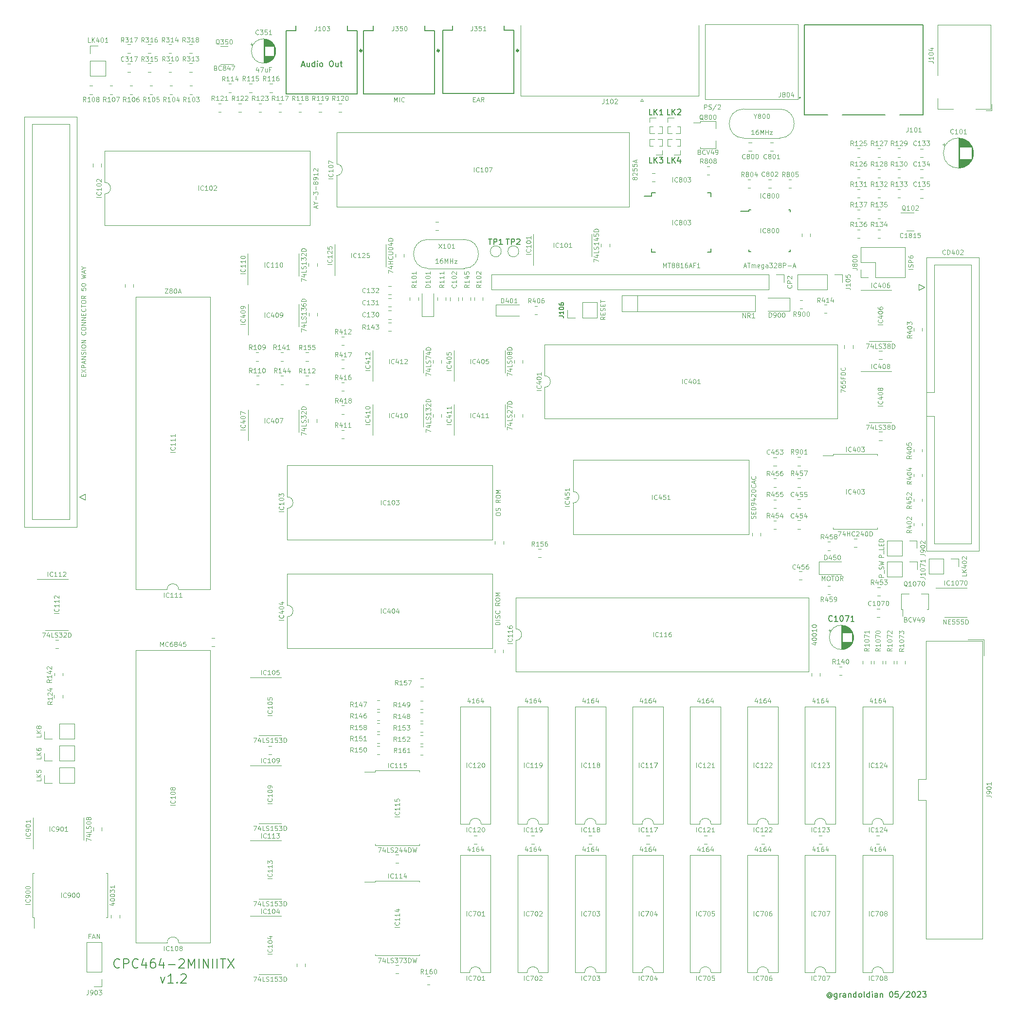
<source format=gbr>
%TF.GenerationSoftware,KiCad,Pcbnew,7.0.1*%
%TF.CreationDate,2023-05-06T23:27:47+01:00*%
%TF.ProjectId,CPC464-2MINIITX,43504334-3634-42d3-924d-494e49495458,rev?*%
%TF.SameCoordinates,Original*%
%TF.FileFunction,Legend,Top*%
%TF.FilePolarity,Positive*%
%FSLAX46Y46*%
G04 Gerber Fmt 4.6, Leading zero omitted, Abs format (unit mm)*
G04 Created by KiCad (PCBNEW 7.0.1) date 2023-05-06 23:27:47*
%MOMM*%
%LPD*%
G01*
G04 APERTURE LIST*
%ADD10C,0.200000*%
%ADD11C,0.150000*%
%ADD12C,0.100000*%
%ADD13C,0.120000*%
%ADD14C,0.127000*%
%ADD15C,0.340000*%
G04 APERTURE END LIST*
D10*
X46790475Y-192241809D02*
X46714284Y-192318000D01*
X46714284Y-192318000D02*
X46485713Y-192394190D01*
X46485713Y-192394190D02*
X46333332Y-192394190D01*
X46333332Y-192394190D02*
X46104760Y-192318000D01*
X46104760Y-192318000D02*
X45952379Y-192165619D01*
X45952379Y-192165619D02*
X45876189Y-192013238D01*
X45876189Y-192013238D02*
X45799998Y-191708476D01*
X45799998Y-191708476D02*
X45799998Y-191479904D01*
X45799998Y-191479904D02*
X45876189Y-191175142D01*
X45876189Y-191175142D02*
X45952379Y-191022761D01*
X45952379Y-191022761D02*
X46104760Y-190870380D01*
X46104760Y-190870380D02*
X46333332Y-190794190D01*
X46333332Y-190794190D02*
X46485713Y-190794190D01*
X46485713Y-190794190D02*
X46714284Y-190870380D01*
X46714284Y-190870380D02*
X46790475Y-190946571D01*
X47476189Y-192394190D02*
X47476189Y-190794190D01*
X47476189Y-190794190D02*
X48085713Y-190794190D01*
X48085713Y-190794190D02*
X48238094Y-190870380D01*
X48238094Y-190870380D02*
X48314284Y-190946571D01*
X48314284Y-190946571D02*
X48390475Y-191098952D01*
X48390475Y-191098952D02*
X48390475Y-191327523D01*
X48390475Y-191327523D02*
X48314284Y-191479904D01*
X48314284Y-191479904D02*
X48238094Y-191556095D01*
X48238094Y-191556095D02*
X48085713Y-191632285D01*
X48085713Y-191632285D02*
X47476189Y-191632285D01*
X49990475Y-192241809D02*
X49914284Y-192318000D01*
X49914284Y-192318000D02*
X49685713Y-192394190D01*
X49685713Y-192394190D02*
X49533332Y-192394190D01*
X49533332Y-192394190D02*
X49304760Y-192318000D01*
X49304760Y-192318000D02*
X49152379Y-192165619D01*
X49152379Y-192165619D02*
X49076189Y-192013238D01*
X49076189Y-192013238D02*
X48999998Y-191708476D01*
X48999998Y-191708476D02*
X48999998Y-191479904D01*
X48999998Y-191479904D02*
X49076189Y-191175142D01*
X49076189Y-191175142D02*
X49152379Y-191022761D01*
X49152379Y-191022761D02*
X49304760Y-190870380D01*
X49304760Y-190870380D02*
X49533332Y-190794190D01*
X49533332Y-190794190D02*
X49685713Y-190794190D01*
X49685713Y-190794190D02*
X49914284Y-190870380D01*
X49914284Y-190870380D02*
X49990475Y-190946571D01*
X51361903Y-191327523D02*
X51361903Y-192394190D01*
X50980951Y-190718000D02*
X50599998Y-191860857D01*
X50599998Y-191860857D02*
X51590475Y-191860857D01*
X52885713Y-190794190D02*
X52580951Y-190794190D01*
X52580951Y-190794190D02*
X52428570Y-190870380D01*
X52428570Y-190870380D02*
X52352380Y-190946571D01*
X52352380Y-190946571D02*
X52199999Y-191175142D01*
X52199999Y-191175142D02*
X52123808Y-191479904D01*
X52123808Y-191479904D02*
X52123808Y-192089428D01*
X52123808Y-192089428D02*
X52199999Y-192241809D01*
X52199999Y-192241809D02*
X52276189Y-192318000D01*
X52276189Y-192318000D02*
X52428570Y-192394190D01*
X52428570Y-192394190D02*
X52733332Y-192394190D01*
X52733332Y-192394190D02*
X52885713Y-192318000D01*
X52885713Y-192318000D02*
X52961904Y-192241809D01*
X52961904Y-192241809D02*
X53038094Y-192089428D01*
X53038094Y-192089428D02*
X53038094Y-191708476D01*
X53038094Y-191708476D02*
X52961904Y-191556095D01*
X52961904Y-191556095D02*
X52885713Y-191479904D01*
X52885713Y-191479904D02*
X52733332Y-191403714D01*
X52733332Y-191403714D02*
X52428570Y-191403714D01*
X52428570Y-191403714D02*
X52276189Y-191479904D01*
X52276189Y-191479904D02*
X52199999Y-191556095D01*
X52199999Y-191556095D02*
X52123808Y-191708476D01*
X54409523Y-191327523D02*
X54409523Y-192394190D01*
X54028571Y-190718000D02*
X53647618Y-191860857D01*
X53647618Y-191860857D02*
X54638095Y-191860857D01*
X55247619Y-191784666D02*
X56466667Y-191784666D01*
X57152380Y-190946571D02*
X57228571Y-190870380D01*
X57228571Y-190870380D02*
X57380952Y-190794190D01*
X57380952Y-190794190D02*
X57761904Y-190794190D01*
X57761904Y-190794190D02*
X57914285Y-190870380D01*
X57914285Y-190870380D02*
X57990476Y-190946571D01*
X57990476Y-190946571D02*
X58066666Y-191098952D01*
X58066666Y-191098952D02*
X58066666Y-191251333D01*
X58066666Y-191251333D02*
X57990476Y-191479904D01*
X57990476Y-191479904D02*
X57076190Y-192394190D01*
X57076190Y-192394190D02*
X58066666Y-192394190D01*
X58752381Y-192394190D02*
X58752381Y-190794190D01*
X58752381Y-190794190D02*
X59285714Y-191937047D01*
X59285714Y-191937047D02*
X59819048Y-190794190D01*
X59819048Y-190794190D02*
X59819048Y-192394190D01*
X60580952Y-192394190D02*
X60580952Y-190794190D01*
X61342857Y-192394190D02*
X61342857Y-190794190D01*
X61342857Y-190794190D02*
X62257143Y-192394190D01*
X62257143Y-192394190D02*
X62257143Y-190794190D01*
X63019047Y-192394190D02*
X63019047Y-190794190D01*
X63780952Y-192394190D02*
X63780952Y-190794190D01*
X64314285Y-190794190D02*
X65228571Y-190794190D01*
X64771428Y-192394190D02*
X64771428Y-190794190D01*
X65609524Y-190794190D02*
X66676191Y-192394190D01*
X66676191Y-190794190D02*
X65609524Y-192394190D01*
X53914285Y-193919523D02*
X54295237Y-194986190D01*
X54295237Y-194986190D02*
X54676190Y-193919523D01*
X56123809Y-194986190D02*
X55209523Y-194986190D01*
X55666666Y-194986190D02*
X55666666Y-193386190D01*
X55666666Y-193386190D02*
X55514285Y-193614761D01*
X55514285Y-193614761D02*
X55361904Y-193767142D01*
X55361904Y-193767142D02*
X55209523Y-193843333D01*
X56809524Y-194833809D02*
X56885714Y-194910000D01*
X56885714Y-194910000D02*
X56809524Y-194986190D01*
X56809524Y-194986190D02*
X56733333Y-194910000D01*
X56733333Y-194910000D02*
X56809524Y-194833809D01*
X56809524Y-194833809D02*
X56809524Y-194986190D01*
X57495238Y-193538571D02*
X57571429Y-193462380D01*
X57571429Y-193462380D02*
X57723810Y-193386190D01*
X57723810Y-193386190D02*
X58104762Y-193386190D01*
X58104762Y-193386190D02*
X58257143Y-193462380D01*
X58257143Y-193462380D02*
X58333334Y-193538571D01*
X58333334Y-193538571D02*
X58409524Y-193690952D01*
X58409524Y-193690952D02*
X58409524Y-193843333D01*
X58409524Y-193843333D02*
X58333334Y-194071904D01*
X58333334Y-194071904D02*
X57419048Y-194986190D01*
X57419048Y-194986190D02*
X58409524Y-194986190D01*
D11*
X170523808Y-196986428D02*
X170476189Y-196938809D01*
X170476189Y-196938809D02*
X170380951Y-196891190D01*
X170380951Y-196891190D02*
X170285713Y-196891190D01*
X170285713Y-196891190D02*
X170190475Y-196938809D01*
X170190475Y-196938809D02*
X170142856Y-196986428D01*
X170142856Y-196986428D02*
X170095237Y-197081666D01*
X170095237Y-197081666D02*
X170095237Y-197176904D01*
X170095237Y-197176904D02*
X170142856Y-197272142D01*
X170142856Y-197272142D02*
X170190475Y-197319761D01*
X170190475Y-197319761D02*
X170285713Y-197367380D01*
X170285713Y-197367380D02*
X170380951Y-197367380D01*
X170380951Y-197367380D02*
X170476189Y-197319761D01*
X170476189Y-197319761D02*
X170523808Y-197272142D01*
X170523808Y-196891190D02*
X170523808Y-197272142D01*
X170523808Y-197272142D02*
X170571427Y-197319761D01*
X170571427Y-197319761D02*
X170619046Y-197319761D01*
X170619046Y-197319761D02*
X170714285Y-197272142D01*
X170714285Y-197272142D02*
X170761904Y-197176904D01*
X170761904Y-197176904D02*
X170761904Y-196938809D01*
X170761904Y-196938809D02*
X170666666Y-196795952D01*
X170666666Y-196795952D02*
X170523808Y-196700714D01*
X170523808Y-196700714D02*
X170333332Y-196653095D01*
X170333332Y-196653095D02*
X170142856Y-196700714D01*
X170142856Y-196700714D02*
X169999999Y-196795952D01*
X169999999Y-196795952D02*
X169904761Y-196938809D01*
X169904761Y-196938809D02*
X169857142Y-197129285D01*
X169857142Y-197129285D02*
X169904761Y-197319761D01*
X169904761Y-197319761D02*
X169999999Y-197462619D01*
X169999999Y-197462619D02*
X170142856Y-197557857D01*
X170142856Y-197557857D02*
X170333332Y-197605476D01*
X170333332Y-197605476D02*
X170523808Y-197557857D01*
X170523808Y-197557857D02*
X170666666Y-197462619D01*
X171619046Y-196795952D02*
X171619046Y-197605476D01*
X171619046Y-197605476D02*
X171571427Y-197700714D01*
X171571427Y-197700714D02*
X171523808Y-197748333D01*
X171523808Y-197748333D02*
X171428570Y-197795952D01*
X171428570Y-197795952D02*
X171285713Y-197795952D01*
X171285713Y-197795952D02*
X171190475Y-197748333D01*
X171619046Y-197415000D02*
X171523808Y-197462619D01*
X171523808Y-197462619D02*
X171333332Y-197462619D01*
X171333332Y-197462619D02*
X171238094Y-197415000D01*
X171238094Y-197415000D02*
X171190475Y-197367380D01*
X171190475Y-197367380D02*
X171142856Y-197272142D01*
X171142856Y-197272142D02*
X171142856Y-196986428D01*
X171142856Y-196986428D02*
X171190475Y-196891190D01*
X171190475Y-196891190D02*
X171238094Y-196843571D01*
X171238094Y-196843571D02*
X171333332Y-196795952D01*
X171333332Y-196795952D02*
X171523808Y-196795952D01*
X171523808Y-196795952D02*
X171619046Y-196843571D01*
X172095237Y-197462619D02*
X172095237Y-196795952D01*
X172095237Y-196986428D02*
X172142856Y-196891190D01*
X172142856Y-196891190D02*
X172190475Y-196843571D01*
X172190475Y-196843571D02*
X172285713Y-196795952D01*
X172285713Y-196795952D02*
X172380951Y-196795952D01*
X173142856Y-197462619D02*
X173142856Y-196938809D01*
X173142856Y-196938809D02*
X173095237Y-196843571D01*
X173095237Y-196843571D02*
X172999999Y-196795952D01*
X172999999Y-196795952D02*
X172809523Y-196795952D01*
X172809523Y-196795952D02*
X172714285Y-196843571D01*
X173142856Y-197415000D02*
X173047618Y-197462619D01*
X173047618Y-197462619D02*
X172809523Y-197462619D01*
X172809523Y-197462619D02*
X172714285Y-197415000D01*
X172714285Y-197415000D02*
X172666666Y-197319761D01*
X172666666Y-197319761D02*
X172666666Y-197224523D01*
X172666666Y-197224523D02*
X172714285Y-197129285D01*
X172714285Y-197129285D02*
X172809523Y-197081666D01*
X172809523Y-197081666D02*
X173047618Y-197081666D01*
X173047618Y-197081666D02*
X173142856Y-197034047D01*
X173619047Y-196795952D02*
X173619047Y-197462619D01*
X173619047Y-196891190D02*
X173666666Y-196843571D01*
X173666666Y-196843571D02*
X173761904Y-196795952D01*
X173761904Y-196795952D02*
X173904761Y-196795952D01*
X173904761Y-196795952D02*
X173999999Y-196843571D01*
X173999999Y-196843571D02*
X174047618Y-196938809D01*
X174047618Y-196938809D02*
X174047618Y-197462619D01*
X174952380Y-197462619D02*
X174952380Y-196462619D01*
X174952380Y-197415000D02*
X174857142Y-197462619D01*
X174857142Y-197462619D02*
X174666666Y-197462619D01*
X174666666Y-197462619D02*
X174571428Y-197415000D01*
X174571428Y-197415000D02*
X174523809Y-197367380D01*
X174523809Y-197367380D02*
X174476190Y-197272142D01*
X174476190Y-197272142D02*
X174476190Y-196986428D01*
X174476190Y-196986428D02*
X174523809Y-196891190D01*
X174523809Y-196891190D02*
X174571428Y-196843571D01*
X174571428Y-196843571D02*
X174666666Y-196795952D01*
X174666666Y-196795952D02*
X174857142Y-196795952D01*
X174857142Y-196795952D02*
X174952380Y-196843571D01*
X175571428Y-197462619D02*
X175476190Y-197415000D01*
X175476190Y-197415000D02*
X175428571Y-197367380D01*
X175428571Y-197367380D02*
X175380952Y-197272142D01*
X175380952Y-197272142D02*
X175380952Y-196986428D01*
X175380952Y-196986428D02*
X175428571Y-196891190D01*
X175428571Y-196891190D02*
X175476190Y-196843571D01*
X175476190Y-196843571D02*
X175571428Y-196795952D01*
X175571428Y-196795952D02*
X175714285Y-196795952D01*
X175714285Y-196795952D02*
X175809523Y-196843571D01*
X175809523Y-196843571D02*
X175857142Y-196891190D01*
X175857142Y-196891190D02*
X175904761Y-196986428D01*
X175904761Y-196986428D02*
X175904761Y-197272142D01*
X175904761Y-197272142D02*
X175857142Y-197367380D01*
X175857142Y-197367380D02*
X175809523Y-197415000D01*
X175809523Y-197415000D02*
X175714285Y-197462619D01*
X175714285Y-197462619D02*
X175571428Y-197462619D01*
X176476190Y-197462619D02*
X176380952Y-197415000D01*
X176380952Y-197415000D02*
X176333333Y-197319761D01*
X176333333Y-197319761D02*
X176333333Y-196462619D01*
X177285714Y-197462619D02*
X177285714Y-196462619D01*
X177285714Y-197415000D02*
X177190476Y-197462619D01*
X177190476Y-197462619D02*
X177000000Y-197462619D01*
X177000000Y-197462619D02*
X176904762Y-197415000D01*
X176904762Y-197415000D02*
X176857143Y-197367380D01*
X176857143Y-197367380D02*
X176809524Y-197272142D01*
X176809524Y-197272142D02*
X176809524Y-196986428D01*
X176809524Y-196986428D02*
X176857143Y-196891190D01*
X176857143Y-196891190D02*
X176904762Y-196843571D01*
X176904762Y-196843571D02*
X177000000Y-196795952D01*
X177000000Y-196795952D02*
X177190476Y-196795952D01*
X177190476Y-196795952D02*
X177285714Y-196843571D01*
X177761905Y-197462619D02*
X177761905Y-196795952D01*
X177761905Y-196462619D02*
X177714286Y-196510238D01*
X177714286Y-196510238D02*
X177761905Y-196557857D01*
X177761905Y-196557857D02*
X177809524Y-196510238D01*
X177809524Y-196510238D02*
X177761905Y-196462619D01*
X177761905Y-196462619D02*
X177761905Y-196557857D01*
X178666666Y-197462619D02*
X178666666Y-196938809D01*
X178666666Y-196938809D02*
X178619047Y-196843571D01*
X178619047Y-196843571D02*
X178523809Y-196795952D01*
X178523809Y-196795952D02*
X178333333Y-196795952D01*
X178333333Y-196795952D02*
X178238095Y-196843571D01*
X178666666Y-197415000D02*
X178571428Y-197462619D01*
X178571428Y-197462619D02*
X178333333Y-197462619D01*
X178333333Y-197462619D02*
X178238095Y-197415000D01*
X178238095Y-197415000D02*
X178190476Y-197319761D01*
X178190476Y-197319761D02*
X178190476Y-197224523D01*
X178190476Y-197224523D02*
X178238095Y-197129285D01*
X178238095Y-197129285D02*
X178333333Y-197081666D01*
X178333333Y-197081666D02*
X178571428Y-197081666D01*
X178571428Y-197081666D02*
X178666666Y-197034047D01*
X179142857Y-196795952D02*
X179142857Y-197462619D01*
X179142857Y-196891190D02*
X179190476Y-196843571D01*
X179190476Y-196843571D02*
X179285714Y-196795952D01*
X179285714Y-196795952D02*
X179428571Y-196795952D01*
X179428571Y-196795952D02*
X179523809Y-196843571D01*
X179523809Y-196843571D02*
X179571428Y-196938809D01*
X179571428Y-196938809D02*
X179571428Y-197462619D01*
X181000000Y-196462619D02*
X181095238Y-196462619D01*
X181095238Y-196462619D02*
X181190476Y-196510238D01*
X181190476Y-196510238D02*
X181238095Y-196557857D01*
X181238095Y-196557857D02*
X181285714Y-196653095D01*
X181285714Y-196653095D02*
X181333333Y-196843571D01*
X181333333Y-196843571D02*
X181333333Y-197081666D01*
X181333333Y-197081666D02*
X181285714Y-197272142D01*
X181285714Y-197272142D02*
X181238095Y-197367380D01*
X181238095Y-197367380D02*
X181190476Y-197415000D01*
X181190476Y-197415000D02*
X181095238Y-197462619D01*
X181095238Y-197462619D02*
X181000000Y-197462619D01*
X181000000Y-197462619D02*
X180904762Y-197415000D01*
X180904762Y-197415000D02*
X180857143Y-197367380D01*
X180857143Y-197367380D02*
X180809524Y-197272142D01*
X180809524Y-197272142D02*
X180761905Y-197081666D01*
X180761905Y-197081666D02*
X180761905Y-196843571D01*
X180761905Y-196843571D02*
X180809524Y-196653095D01*
X180809524Y-196653095D02*
X180857143Y-196557857D01*
X180857143Y-196557857D02*
X180904762Y-196510238D01*
X180904762Y-196510238D02*
X181000000Y-196462619D01*
X182238095Y-196462619D02*
X181761905Y-196462619D01*
X181761905Y-196462619D02*
X181714286Y-196938809D01*
X181714286Y-196938809D02*
X181761905Y-196891190D01*
X181761905Y-196891190D02*
X181857143Y-196843571D01*
X181857143Y-196843571D02*
X182095238Y-196843571D01*
X182095238Y-196843571D02*
X182190476Y-196891190D01*
X182190476Y-196891190D02*
X182238095Y-196938809D01*
X182238095Y-196938809D02*
X182285714Y-197034047D01*
X182285714Y-197034047D02*
X182285714Y-197272142D01*
X182285714Y-197272142D02*
X182238095Y-197367380D01*
X182238095Y-197367380D02*
X182190476Y-197415000D01*
X182190476Y-197415000D02*
X182095238Y-197462619D01*
X182095238Y-197462619D02*
X181857143Y-197462619D01*
X181857143Y-197462619D02*
X181761905Y-197415000D01*
X181761905Y-197415000D02*
X181714286Y-197367380D01*
X183428571Y-196415000D02*
X182571429Y-197700714D01*
X183714286Y-196557857D02*
X183761905Y-196510238D01*
X183761905Y-196510238D02*
X183857143Y-196462619D01*
X183857143Y-196462619D02*
X184095238Y-196462619D01*
X184095238Y-196462619D02*
X184190476Y-196510238D01*
X184190476Y-196510238D02*
X184238095Y-196557857D01*
X184238095Y-196557857D02*
X184285714Y-196653095D01*
X184285714Y-196653095D02*
X184285714Y-196748333D01*
X184285714Y-196748333D02*
X184238095Y-196891190D01*
X184238095Y-196891190D02*
X183666667Y-197462619D01*
X183666667Y-197462619D02*
X184285714Y-197462619D01*
X184904762Y-196462619D02*
X185000000Y-196462619D01*
X185000000Y-196462619D02*
X185095238Y-196510238D01*
X185095238Y-196510238D02*
X185142857Y-196557857D01*
X185142857Y-196557857D02*
X185190476Y-196653095D01*
X185190476Y-196653095D02*
X185238095Y-196843571D01*
X185238095Y-196843571D02*
X185238095Y-197081666D01*
X185238095Y-197081666D02*
X185190476Y-197272142D01*
X185190476Y-197272142D02*
X185142857Y-197367380D01*
X185142857Y-197367380D02*
X185095238Y-197415000D01*
X185095238Y-197415000D02*
X185000000Y-197462619D01*
X185000000Y-197462619D02*
X184904762Y-197462619D01*
X184904762Y-197462619D02*
X184809524Y-197415000D01*
X184809524Y-197415000D02*
X184761905Y-197367380D01*
X184761905Y-197367380D02*
X184714286Y-197272142D01*
X184714286Y-197272142D02*
X184666667Y-197081666D01*
X184666667Y-197081666D02*
X184666667Y-196843571D01*
X184666667Y-196843571D02*
X184714286Y-196653095D01*
X184714286Y-196653095D02*
X184761905Y-196557857D01*
X184761905Y-196557857D02*
X184809524Y-196510238D01*
X184809524Y-196510238D02*
X184904762Y-196462619D01*
X185619048Y-196557857D02*
X185666667Y-196510238D01*
X185666667Y-196510238D02*
X185761905Y-196462619D01*
X185761905Y-196462619D02*
X186000000Y-196462619D01*
X186000000Y-196462619D02*
X186095238Y-196510238D01*
X186095238Y-196510238D02*
X186142857Y-196557857D01*
X186142857Y-196557857D02*
X186190476Y-196653095D01*
X186190476Y-196653095D02*
X186190476Y-196748333D01*
X186190476Y-196748333D02*
X186142857Y-196891190D01*
X186142857Y-196891190D02*
X185571429Y-197462619D01*
X185571429Y-197462619D02*
X186190476Y-197462619D01*
X186523810Y-196462619D02*
X187142857Y-196462619D01*
X187142857Y-196462619D02*
X186809524Y-196843571D01*
X186809524Y-196843571D02*
X186952381Y-196843571D01*
X186952381Y-196843571D02*
X187047619Y-196891190D01*
X187047619Y-196891190D02*
X187095238Y-196938809D01*
X187095238Y-196938809D02*
X187142857Y-197034047D01*
X187142857Y-197034047D02*
X187142857Y-197272142D01*
X187142857Y-197272142D02*
X187095238Y-197367380D01*
X187095238Y-197367380D02*
X187047619Y-197415000D01*
X187047619Y-197415000D02*
X186952381Y-197462619D01*
X186952381Y-197462619D02*
X186666667Y-197462619D01*
X186666667Y-197462619D02*
X186571429Y-197415000D01*
X186571429Y-197415000D02*
X186523810Y-197367380D01*
X78490476Y-35291904D02*
X78966666Y-35291904D01*
X78395238Y-35577619D02*
X78728571Y-34577619D01*
X78728571Y-34577619D02*
X79061904Y-35577619D01*
X79823809Y-34910952D02*
X79823809Y-35577619D01*
X79395238Y-34910952D02*
X79395238Y-35434761D01*
X79395238Y-35434761D02*
X79442857Y-35530000D01*
X79442857Y-35530000D02*
X79538095Y-35577619D01*
X79538095Y-35577619D02*
X79680952Y-35577619D01*
X79680952Y-35577619D02*
X79776190Y-35530000D01*
X79776190Y-35530000D02*
X79823809Y-35482380D01*
X80728571Y-35577619D02*
X80728571Y-34577619D01*
X80728571Y-35530000D02*
X80633333Y-35577619D01*
X80633333Y-35577619D02*
X80442857Y-35577619D01*
X80442857Y-35577619D02*
X80347619Y-35530000D01*
X80347619Y-35530000D02*
X80300000Y-35482380D01*
X80300000Y-35482380D02*
X80252381Y-35387142D01*
X80252381Y-35387142D02*
X80252381Y-35101428D01*
X80252381Y-35101428D02*
X80300000Y-35006190D01*
X80300000Y-35006190D02*
X80347619Y-34958571D01*
X80347619Y-34958571D02*
X80442857Y-34910952D01*
X80442857Y-34910952D02*
X80633333Y-34910952D01*
X80633333Y-34910952D02*
X80728571Y-34958571D01*
X81204762Y-35577619D02*
X81204762Y-34910952D01*
X81204762Y-34577619D02*
X81157143Y-34625238D01*
X81157143Y-34625238D02*
X81204762Y-34672857D01*
X81204762Y-34672857D02*
X81252381Y-34625238D01*
X81252381Y-34625238D02*
X81204762Y-34577619D01*
X81204762Y-34577619D02*
X81204762Y-34672857D01*
X81823809Y-35577619D02*
X81728571Y-35530000D01*
X81728571Y-35530000D02*
X81680952Y-35482380D01*
X81680952Y-35482380D02*
X81633333Y-35387142D01*
X81633333Y-35387142D02*
X81633333Y-35101428D01*
X81633333Y-35101428D02*
X81680952Y-35006190D01*
X81680952Y-35006190D02*
X81728571Y-34958571D01*
X81728571Y-34958571D02*
X81823809Y-34910952D01*
X81823809Y-34910952D02*
X81966666Y-34910952D01*
X81966666Y-34910952D02*
X82061904Y-34958571D01*
X82061904Y-34958571D02*
X82109523Y-35006190D01*
X82109523Y-35006190D02*
X82157142Y-35101428D01*
X82157142Y-35101428D02*
X82157142Y-35387142D01*
X82157142Y-35387142D02*
X82109523Y-35482380D01*
X82109523Y-35482380D02*
X82061904Y-35530000D01*
X82061904Y-35530000D02*
X81966666Y-35577619D01*
X81966666Y-35577619D02*
X81823809Y-35577619D01*
X83538095Y-34577619D02*
X83728571Y-34577619D01*
X83728571Y-34577619D02*
X83823809Y-34625238D01*
X83823809Y-34625238D02*
X83919047Y-34720476D01*
X83919047Y-34720476D02*
X83966666Y-34910952D01*
X83966666Y-34910952D02*
X83966666Y-35244285D01*
X83966666Y-35244285D02*
X83919047Y-35434761D01*
X83919047Y-35434761D02*
X83823809Y-35530000D01*
X83823809Y-35530000D02*
X83728571Y-35577619D01*
X83728571Y-35577619D02*
X83538095Y-35577619D01*
X83538095Y-35577619D02*
X83442857Y-35530000D01*
X83442857Y-35530000D02*
X83347619Y-35434761D01*
X83347619Y-35434761D02*
X83300000Y-35244285D01*
X83300000Y-35244285D02*
X83300000Y-34910952D01*
X83300000Y-34910952D02*
X83347619Y-34720476D01*
X83347619Y-34720476D02*
X83442857Y-34625238D01*
X83442857Y-34625238D02*
X83538095Y-34577619D01*
X84823809Y-34910952D02*
X84823809Y-35577619D01*
X84395238Y-34910952D02*
X84395238Y-35434761D01*
X84395238Y-35434761D02*
X84442857Y-35530000D01*
X84442857Y-35530000D02*
X84538095Y-35577619D01*
X84538095Y-35577619D02*
X84680952Y-35577619D01*
X84680952Y-35577619D02*
X84776190Y-35530000D01*
X84776190Y-35530000D02*
X84823809Y-35482380D01*
X85157143Y-34910952D02*
X85538095Y-34910952D01*
X85300000Y-34577619D02*
X85300000Y-35434761D01*
X85300000Y-35434761D02*
X85347619Y-35530000D01*
X85347619Y-35530000D02*
X85442857Y-35577619D01*
X85442857Y-35577619D02*
X85538095Y-35577619D01*
D12*
%TO.C,IC111*%
X54517143Y-127900095D02*
X54517143Y-127100095D01*
X55355238Y-127823904D02*
X55317142Y-127862000D01*
X55317142Y-127862000D02*
X55202857Y-127900095D01*
X55202857Y-127900095D02*
X55126666Y-127900095D01*
X55126666Y-127900095D02*
X55012380Y-127862000D01*
X55012380Y-127862000D02*
X54936190Y-127785809D01*
X54936190Y-127785809D02*
X54898095Y-127709619D01*
X54898095Y-127709619D02*
X54859999Y-127557238D01*
X54859999Y-127557238D02*
X54859999Y-127442952D01*
X54859999Y-127442952D02*
X54898095Y-127290571D01*
X54898095Y-127290571D02*
X54936190Y-127214380D01*
X54936190Y-127214380D02*
X55012380Y-127138190D01*
X55012380Y-127138190D02*
X55126666Y-127100095D01*
X55126666Y-127100095D02*
X55202857Y-127100095D01*
X55202857Y-127100095D02*
X55317142Y-127138190D01*
X55317142Y-127138190D02*
X55355238Y-127176285D01*
X56117142Y-127900095D02*
X55659999Y-127900095D01*
X55888571Y-127900095D02*
X55888571Y-127100095D01*
X55888571Y-127100095D02*
X55812380Y-127214380D01*
X55812380Y-127214380D02*
X55736190Y-127290571D01*
X55736190Y-127290571D02*
X55659999Y-127328666D01*
X56879047Y-127900095D02*
X56421904Y-127900095D01*
X56650476Y-127900095D02*
X56650476Y-127100095D01*
X56650476Y-127100095D02*
X56574285Y-127214380D01*
X56574285Y-127214380D02*
X56498095Y-127290571D01*
X56498095Y-127290571D02*
X56421904Y-127328666D01*
X57640952Y-127900095D02*
X57183809Y-127900095D01*
X57412381Y-127900095D02*
X57412381Y-127100095D01*
X57412381Y-127100095D02*
X57336190Y-127214380D01*
X57336190Y-127214380D02*
X57260000Y-127290571D01*
X57260000Y-127290571D02*
X57183809Y-127328666D01*
X54688571Y-74180095D02*
X55221905Y-74180095D01*
X55221905Y-74180095D02*
X54688571Y-74980095D01*
X54688571Y-74980095D02*
X55221905Y-74980095D01*
X55640952Y-74522952D02*
X55564762Y-74484857D01*
X55564762Y-74484857D02*
X55526667Y-74446761D01*
X55526667Y-74446761D02*
X55488571Y-74370571D01*
X55488571Y-74370571D02*
X55488571Y-74332476D01*
X55488571Y-74332476D02*
X55526667Y-74256285D01*
X55526667Y-74256285D02*
X55564762Y-74218190D01*
X55564762Y-74218190D02*
X55640952Y-74180095D01*
X55640952Y-74180095D02*
X55793333Y-74180095D01*
X55793333Y-74180095D02*
X55869524Y-74218190D01*
X55869524Y-74218190D02*
X55907619Y-74256285D01*
X55907619Y-74256285D02*
X55945714Y-74332476D01*
X55945714Y-74332476D02*
X55945714Y-74370571D01*
X55945714Y-74370571D02*
X55907619Y-74446761D01*
X55907619Y-74446761D02*
X55869524Y-74484857D01*
X55869524Y-74484857D02*
X55793333Y-74522952D01*
X55793333Y-74522952D02*
X55640952Y-74522952D01*
X55640952Y-74522952D02*
X55564762Y-74561047D01*
X55564762Y-74561047D02*
X55526667Y-74599142D01*
X55526667Y-74599142D02*
X55488571Y-74675333D01*
X55488571Y-74675333D02*
X55488571Y-74827714D01*
X55488571Y-74827714D02*
X55526667Y-74903904D01*
X55526667Y-74903904D02*
X55564762Y-74942000D01*
X55564762Y-74942000D02*
X55640952Y-74980095D01*
X55640952Y-74980095D02*
X55793333Y-74980095D01*
X55793333Y-74980095D02*
X55869524Y-74942000D01*
X55869524Y-74942000D02*
X55907619Y-74903904D01*
X55907619Y-74903904D02*
X55945714Y-74827714D01*
X55945714Y-74827714D02*
X55945714Y-74675333D01*
X55945714Y-74675333D02*
X55907619Y-74599142D01*
X55907619Y-74599142D02*
X55869524Y-74561047D01*
X55869524Y-74561047D02*
X55793333Y-74522952D01*
X56440953Y-74180095D02*
X56517143Y-74180095D01*
X56517143Y-74180095D02*
X56593334Y-74218190D01*
X56593334Y-74218190D02*
X56631429Y-74256285D01*
X56631429Y-74256285D02*
X56669524Y-74332476D01*
X56669524Y-74332476D02*
X56707619Y-74484857D01*
X56707619Y-74484857D02*
X56707619Y-74675333D01*
X56707619Y-74675333D02*
X56669524Y-74827714D01*
X56669524Y-74827714D02*
X56631429Y-74903904D01*
X56631429Y-74903904D02*
X56593334Y-74942000D01*
X56593334Y-74942000D02*
X56517143Y-74980095D01*
X56517143Y-74980095D02*
X56440953Y-74980095D01*
X56440953Y-74980095D02*
X56364762Y-74942000D01*
X56364762Y-74942000D02*
X56326667Y-74903904D01*
X56326667Y-74903904D02*
X56288572Y-74827714D01*
X56288572Y-74827714D02*
X56250476Y-74675333D01*
X56250476Y-74675333D02*
X56250476Y-74484857D01*
X56250476Y-74484857D02*
X56288572Y-74332476D01*
X56288572Y-74332476D02*
X56326667Y-74256285D01*
X56326667Y-74256285D02*
X56364762Y-74218190D01*
X56364762Y-74218190D02*
X56440953Y-74180095D01*
X57012381Y-74751523D02*
X57393334Y-74751523D01*
X56936191Y-74980095D02*
X57202858Y-74180095D01*
X57202858Y-74180095D02*
X57469524Y-74980095D01*
X56430095Y-102612856D02*
X55630095Y-102612856D01*
X56353904Y-101774761D02*
X56392000Y-101812857D01*
X56392000Y-101812857D02*
X56430095Y-101927142D01*
X56430095Y-101927142D02*
X56430095Y-102003333D01*
X56430095Y-102003333D02*
X56392000Y-102117619D01*
X56392000Y-102117619D02*
X56315809Y-102193809D01*
X56315809Y-102193809D02*
X56239619Y-102231904D01*
X56239619Y-102231904D02*
X56087238Y-102270000D01*
X56087238Y-102270000D02*
X55972952Y-102270000D01*
X55972952Y-102270000D02*
X55820571Y-102231904D01*
X55820571Y-102231904D02*
X55744380Y-102193809D01*
X55744380Y-102193809D02*
X55668190Y-102117619D01*
X55668190Y-102117619D02*
X55630095Y-102003333D01*
X55630095Y-102003333D02*
X55630095Y-101927142D01*
X55630095Y-101927142D02*
X55668190Y-101812857D01*
X55668190Y-101812857D02*
X55706285Y-101774761D01*
X56430095Y-101012857D02*
X56430095Y-101470000D01*
X56430095Y-101241428D02*
X55630095Y-101241428D01*
X55630095Y-101241428D02*
X55744380Y-101317619D01*
X55744380Y-101317619D02*
X55820571Y-101393809D01*
X55820571Y-101393809D02*
X55858666Y-101470000D01*
X56430095Y-100250952D02*
X56430095Y-100708095D01*
X56430095Y-100479523D02*
X55630095Y-100479523D01*
X55630095Y-100479523D02*
X55744380Y-100555714D01*
X55744380Y-100555714D02*
X55820571Y-100631904D01*
X55820571Y-100631904D02*
X55858666Y-100708095D01*
X56430095Y-99489047D02*
X56430095Y-99946190D01*
X56430095Y-99717618D02*
X55630095Y-99717618D01*
X55630095Y-99717618D02*
X55744380Y-99793809D01*
X55744380Y-99793809D02*
X55820571Y-99869999D01*
X55820571Y-99869999D02*
X55858666Y-99946190D01*
%TO.C,IC800*%
X158357143Y-58420095D02*
X158357143Y-57620095D01*
X159195238Y-58343904D02*
X159157142Y-58382000D01*
X159157142Y-58382000D02*
X159042857Y-58420095D01*
X159042857Y-58420095D02*
X158966666Y-58420095D01*
X158966666Y-58420095D02*
X158852380Y-58382000D01*
X158852380Y-58382000D02*
X158776190Y-58305809D01*
X158776190Y-58305809D02*
X158738095Y-58229619D01*
X158738095Y-58229619D02*
X158699999Y-58077238D01*
X158699999Y-58077238D02*
X158699999Y-57962952D01*
X158699999Y-57962952D02*
X158738095Y-57810571D01*
X158738095Y-57810571D02*
X158776190Y-57734380D01*
X158776190Y-57734380D02*
X158852380Y-57658190D01*
X158852380Y-57658190D02*
X158966666Y-57620095D01*
X158966666Y-57620095D02*
X159042857Y-57620095D01*
X159042857Y-57620095D02*
X159157142Y-57658190D01*
X159157142Y-57658190D02*
X159195238Y-57696285D01*
X159652380Y-57962952D02*
X159576190Y-57924857D01*
X159576190Y-57924857D02*
X159538095Y-57886761D01*
X159538095Y-57886761D02*
X159499999Y-57810571D01*
X159499999Y-57810571D02*
X159499999Y-57772476D01*
X159499999Y-57772476D02*
X159538095Y-57696285D01*
X159538095Y-57696285D02*
X159576190Y-57658190D01*
X159576190Y-57658190D02*
X159652380Y-57620095D01*
X159652380Y-57620095D02*
X159804761Y-57620095D01*
X159804761Y-57620095D02*
X159880952Y-57658190D01*
X159880952Y-57658190D02*
X159919047Y-57696285D01*
X159919047Y-57696285D02*
X159957142Y-57772476D01*
X159957142Y-57772476D02*
X159957142Y-57810571D01*
X159957142Y-57810571D02*
X159919047Y-57886761D01*
X159919047Y-57886761D02*
X159880952Y-57924857D01*
X159880952Y-57924857D02*
X159804761Y-57962952D01*
X159804761Y-57962952D02*
X159652380Y-57962952D01*
X159652380Y-57962952D02*
X159576190Y-58001047D01*
X159576190Y-58001047D02*
X159538095Y-58039142D01*
X159538095Y-58039142D02*
X159499999Y-58115333D01*
X159499999Y-58115333D02*
X159499999Y-58267714D01*
X159499999Y-58267714D02*
X159538095Y-58343904D01*
X159538095Y-58343904D02*
X159576190Y-58382000D01*
X159576190Y-58382000D02*
X159652380Y-58420095D01*
X159652380Y-58420095D02*
X159804761Y-58420095D01*
X159804761Y-58420095D02*
X159880952Y-58382000D01*
X159880952Y-58382000D02*
X159919047Y-58343904D01*
X159919047Y-58343904D02*
X159957142Y-58267714D01*
X159957142Y-58267714D02*
X159957142Y-58115333D01*
X159957142Y-58115333D02*
X159919047Y-58039142D01*
X159919047Y-58039142D02*
X159880952Y-58001047D01*
X159880952Y-58001047D02*
X159804761Y-57962952D01*
X160452381Y-57620095D02*
X160528571Y-57620095D01*
X160528571Y-57620095D02*
X160604762Y-57658190D01*
X160604762Y-57658190D02*
X160642857Y-57696285D01*
X160642857Y-57696285D02*
X160680952Y-57772476D01*
X160680952Y-57772476D02*
X160719047Y-57924857D01*
X160719047Y-57924857D02*
X160719047Y-58115333D01*
X160719047Y-58115333D02*
X160680952Y-58267714D01*
X160680952Y-58267714D02*
X160642857Y-58343904D01*
X160642857Y-58343904D02*
X160604762Y-58382000D01*
X160604762Y-58382000D02*
X160528571Y-58420095D01*
X160528571Y-58420095D02*
X160452381Y-58420095D01*
X160452381Y-58420095D02*
X160376190Y-58382000D01*
X160376190Y-58382000D02*
X160338095Y-58343904D01*
X160338095Y-58343904D02*
X160300000Y-58267714D01*
X160300000Y-58267714D02*
X160261904Y-58115333D01*
X160261904Y-58115333D02*
X160261904Y-57924857D01*
X160261904Y-57924857D02*
X160300000Y-57772476D01*
X160300000Y-57772476D02*
X160338095Y-57696285D01*
X160338095Y-57696285D02*
X160376190Y-57658190D01*
X160376190Y-57658190D02*
X160452381Y-57620095D01*
X161214286Y-57620095D02*
X161290476Y-57620095D01*
X161290476Y-57620095D02*
X161366667Y-57658190D01*
X161366667Y-57658190D02*
X161404762Y-57696285D01*
X161404762Y-57696285D02*
X161442857Y-57772476D01*
X161442857Y-57772476D02*
X161480952Y-57924857D01*
X161480952Y-57924857D02*
X161480952Y-58115333D01*
X161480952Y-58115333D02*
X161442857Y-58267714D01*
X161442857Y-58267714D02*
X161404762Y-58343904D01*
X161404762Y-58343904D02*
X161366667Y-58382000D01*
X161366667Y-58382000D02*
X161290476Y-58420095D01*
X161290476Y-58420095D02*
X161214286Y-58420095D01*
X161214286Y-58420095D02*
X161138095Y-58382000D01*
X161138095Y-58382000D02*
X161100000Y-58343904D01*
X161100000Y-58343904D02*
X161061905Y-58267714D01*
X161061905Y-58267714D02*
X161023809Y-58115333D01*
X161023809Y-58115333D02*
X161023809Y-57924857D01*
X161023809Y-57924857D02*
X161061905Y-57772476D01*
X161061905Y-57772476D02*
X161100000Y-57696285D01*
X161100000Y-57696285D02*
X161138095Y-57658190D01*
X161138095Y-57658190D02*
X161214286Y-57620095D01*
X155423808Y-70291523D02*
X155804761Y-70291523D01*
X155347618Y-70520095D02*
X155614285Y-69720095D01*
X155614285Y-69720095D02*
X155880951Y-70520095D01*
X156033332Y-69720095D02*
X156490475Y-69720095D01*
X156261903Y-70520095D02*
X156261903Y-69720095D01*
X156757142Y-70520095D02*
X156757142Y-69986761D01*
X156757142Y-70062952D02*
X156795237Y-70024857D01*
X156795237Y-70024857D02*
X156871427Y-69986761D01*
X156871427Y-69986761D02*
X156985713Y-69986761D01*
X156985713Y-69986761D02*
X157061904Y-70024857D01*
X157061904Y-70024857D02*
X157099999Y-70101047D01*
X157099999Y-70101047D02*
X157099999Y-70520095D01*
X157099999Y-70101047D02*
X157138094Y-70024857D01*
X157138094Y-70024857D02*
X157214285Y-69986761D01*
X157214285Y-69986761D02*
X157328570Y-69986761D01*
X157328570Y-69986761D02*
X157404761Y-70024857D01*
X157404761Y-70024857D02*
X157442856Y-70101047D01*
X157442856Y-70101047D02*
X157442856Y-70520095D01*
X158128571Y-70482000D02*
X158052380Y-70520095D01*
X158052380Y-70520095D02*
X157899999Y-70520095D01*
X157899999Y-70520095D02*
X157823809Y-70482000D01*
X157823809Y-70482000D02*
X157785713Y-70405809D01*
X157785713Y-70405809D02*
X157785713Y-70101047D01*
X157785713Y-70101047D02*
X157823809Y-70024857D01*
X157823809Y-70024857D02*
X157899999Y-69986761D01*
X157899999Y-69986761D02*
X158052380Y-69986761D01*
X158052380Y-69986761D02*
X158128571Y-70024857D01*
X158128571Y-70024857D02*
X158166666Y-70101047D01*
X158166666Y-70101047D02*
X158166666Y-70177238D01*
X158166666Y-70177238D02*
X157785713Y-70253428D01*
X158852380Y-69986761D02*
X158852380Y-70634380D01*
X158852380Y-70634380D02*
X158814285Y-70710571D01*
X158814285Y-70710571D02*
X158776189Y-70748666D01*
X158776189Y-70748666D02*
X158699999Y-70786761D01*
X158699999Y-70786761D02*
X158585713Y-70786761D01*
X158585713Y-70786761D02*
X158509523Y-70748666D01*
X158852380Y-70482000D02*
X158776189Y-70520095D01*
X158776189Y-70520095D02*
X158623808Y-70520095D01*
X158623808Y-70520095D02*
X158547618Y-70482000D01*
X158547618Y-70482000D02*
X158509523Y-70443904D01*
X158509523Y-70443904D02*
X158471427Y-70367714D01*
X158471427Y-70367714D02*
X158471427Y-70139142D01*
X158471427Y-70139142D02*
X158509523Y-70062952D01*
X158509523Y-70062952D02*
X158547618Y-70024857D01*
X158547618Y-70024857D02*
X158623808Y-69986761D01*
X158623808Y-69986761D02*
X158776189Y-69986761D01*
X158776189Y-69986761D02*
X158852380Y-70024857D01*
X159576190Y-70520095D02*
X159576190Y-70101047D01*
X159576190Y-70101047D02*
X159538095Y-70024857D01*
X159538095Y-70024857D02*
X159461904Y-69986761D01*
X159461904Y-69986761D02*
X159309523Y-69986761D01*
X159309523Y-69986761D02*
X159233333Y-70024857D01*
X159576190Y-70482000D02*
X159499999Y-70520095D01*
X159499999Y-70520095D02*
X159309523Y-70520095D01*
X159309523Y-70520095D02*
X159233333Y-70482000D01*
X159233333Y-70482000D02*
X159195237Y-70405809D01*
X159195237Y-70405809D02*
X159195237Y-70329619D01*
X159195237Y-70329619D02*
X159233333Y-70253428D01*
X159233333Y-70253428D02*
X159309523Y-70215333D01*
X159309523Y-70215333D02*
X159499999Y-70215333D01*
X159499999Y-70215333D02*
X159576190Y-70177238D01*
X159880952Y-69720095D02*
X160376190Y-69720095D01*
X160376190Y-69720095D02*
X160109524Y-70024857D01*
X160109524Y-70024857D02*
X160223809Y-70024857D01*
X160223809Y-70024857D02*
X160300000Y-70062952D01*
X160300000Y-70062952D02*
X160338095Y-70101047D01*
X160338095Y-70101047D02*
X160376190Y-70177238D01*
X160376190Y-70177238D02*
X160376190Y-70367714D01*
X160376190Y-70367714D02*
X160338095Y-70443904D01*
X160338095Y-70443904D02*
X160300000Y-70482000D01*
X160300000Y-70482000D02*
X160223809Y-70520095D01*
X160223809Y-70520095D02*
X159995238Y-70520095D01*
X159995238Y-70520095D02*
X159919047Y-70482000D01*
X159919047Y-70482000D02*
X159880952Y-70443904D01*
X160680952Y-69796285D02*
X160719048Y-69758190D01*
X160719048Y-69758190D02*
X160795238Y-69720095D01*
X160795238Y-69720095D02*
X160985714Y-69720095D01*
X160985714Y-69720095D02*
X161061905Y-69758190D01*
X161061905Y-69758190D02*
X161100000Y-69796285D01*
X161100000Y-69796285D02*
X161138095Y-69872476D01*
X161138095Y-69872476D02*
X161138095Y-69948666D01*
X161138095Y-69948666D02*
X161100000Y-70062952D01*
X161100000Y-70062952D02*
X160642857Y-70520095D01*
X160642857Y-70520095D02*
X161138095Y-70520095D01*
X161595238Y-70062952D02*
X161519048Y-70024857D01*
X161519048Y-70024857D02*
X161480953Y-69986761D01*
X161480953Y-69986761D02*
X161442857Y-69910571D01*
X161442857Y-69910571D02*
X161442857Y-69872476D01*
X161442857Y-69872476D02*
X161480953Y-69796285D01*
X161480953Y-69796285D02*
X161519048Y-69758190D01*
X161519048Y-69758190D02*
X161595238Y-69720095D01*
X161595238Y-69720095D02*
X161747619Y-69720095D01*
X161747619Y-69720095D02*
X161823810Y-69758190D01*
X161823810Y-69758190D02*
X161861905Y-69796285D01*
X161861905Y-69796285D02*
X161900000Y-69872476D01*
X161900000Y-69872476D02*
X161900000Y-69910571D01*
X161900000Y-69910571D02*
X161861905Y-69986761D01*
X161861905Y-69986761D02*
X161823810Y-70024857D01*
X161823810Y-70024857D02*
X161747619Y-70062952D01*
X161747619Y-70062952D02*
X161595238Y-70062952D01*
X161595238Y-70062952D02*
X161519048Y-70101047D01*
X161519048Y-70101047D02*
X161480953Y-70139142D01*
X161480953Y-70139142D02*
X161442857Y-70215333D01*
X161442857Y-70215333D02*
X161442857Y-70367714D01*
X161442857Y-70367714D02*
X161480953Y-70443904D01*
X161480953Y-70443904D02*
X161519048Y-70482000D01*
X161519048Y-70482000D02*
X161595238Y-70520095D01*
X161595238Y-70520095D02*
X161747619Y-70520095D01*
X161747619Y-70520095D02*
X161823810Y-70482000D01*
X161823810Y-70482000D02*
X161861905Y-70443904D01*
X161861905Y-70443904D02*
X161900000Y-70367714D01*
X161900000Y-70367714D02*
X161900000Y-70215333D01*
X161900000Y-70215333D02*
X161861905Y-70139142D01*
X161861905Y-70139142D02*
X161823810Y-70101047D01*
X161823810Y-70101047D02*
X161747619Y-70062952D01*
X162242858Y-70520095D02*
X162242858Y-69720095D01*
X162242858Y-69720095D02*
X162547620Y-69720095D01*
X162547620Y-69720095D02*
X162623810Y-69758190D01*
X162623810Y-69758190D02*
X162661905Y-69796285D01*
X162661905Y-69796285D02*
X162700001Y-69872476D01*
X162700001Y-69872476D02*
X162700001Y-69986761D01*
X162700001Y-69986761D02*
X162661905Y-70062952D01*
X162661905Y-70062952D02*
X162623810Y-70101047D01*
X162623810Y-70101047D02*
X162547620Y-70139142D01*
X162547620Y-70139142D02*
X162242858Y-70139142D01*
X163042858Y-70215333D02*
X163652382Y-70215333D01*
X163995238Y-70291523D02*
X164376191Y-70291523D01*
X163919048Y-70520095D02*
X164185715Y-69720095D01*
X164185715Y-69720095D02*
X164452381Y-70520095D01*
X158357143Y-64470095D02*
X158357143Y-63670095D01*
X159195238Y-64393904D02*
X159157142Y-64432000D01*
X159157142Y-64432000D02*
X159042857Y-64470095D01*
X159042857Y-64470095D02*
X158966666Y-64470095D01*
X158966666Y-64470095D02*
X158852380Y-64432000D01*
X158852380Y-64432000D02*
X158776190Y-64355809D01*
X158776190Y-64355809D02*
X158738095Y-64279619D01*
X158738095Y-64279619D02*
X158699999Y-64127238D01*
X158699999Y-64127238D02*
X158699999Y-64012952D01*
X158699999Y-64012952D02*
X158738095Y-63860571D01*
X158738095Y-63860571D02*
X158776190Y-63784380D01*
X158776190Y-63784380D02*
X158852380Y-63708190D01*
X158852380Y-63708190D02*
X158966666Y-63670095D01*
X158966666Y-63670095D02*
X159042857Y-63670095D01*
X159042857Y-63670095D02*
X159157142Y-63708190D01*
X159157142Y-63708190D02*
X159195238Y-63746285D01*
X159652380Y-64012952D02*
X159576190Y-63974857D01*
X159576190Y-63974857D02*
X159538095Y-63936761D01*
X159538095Y-63936761D02*
X159499999Y-63860571D01*
X159499999Y-63860571D02*
X159499999Y-63822476D01*
X159499999Y-63822476D02*
X159538095Y-63746285D01*
X159538095Y-63746285D02*
X159576190Y-63708190D01*
X159576190Y-63708190D02*
X159652380Y-63670095D01*
X159652380Y-63670095D02*
X159804761Y-63670095D01*
X159804761Y-63670095D02*
X159880952Y-63708190D01*
X159880952Y-63708190D02*
X159919047Y-63746285D01*
X159919047Y-63746285D02*
X159957142Y-63822476D01*
X159957142Y-63822476D02*
X159957142Y-63860571D01*
X159957142Y-63860571D02*
X159919047Y-63936761D01*
X159919047Y-63936761D02*
X159880952Y-63974857D01*
X159880952Y-63974857D02*
X159804761Y-64012952D01*
X159804761Y-64012952D02*
X159652380Y-64012952D01*
X159652380Y-64012952D02*
X159576190Y-64051047D01*
X159576190Y-64051047D02*
X159538095Y-64089142D01*
X159538095Y-64089142D02*
X159499999Y-64165333D01*
X159499999Y-64165333D02*
X159499999Y-64317714D01*
X159499999Y-64317714D02*
X159538095Y-64393904D01*
X159538095Y-64393904D02*
X159576190Y-64432000D01*
X159576190Y-64432000D02*
X159652380Y-64470095D01*
X159652380Y-64470095D02*
X159804761Y-64470095D01*
X159804761Y-64470095D02*
X159880952Y-64432000D01*
X159880952Y-64432000D02*
X159919047Y-64393904D01*
X159919047Y-64393904D02*
X159957142Y-64317714D01*
X159957142Y-64317714D02*
X159957142Y-64165333D01*
X159957142Y-64165333D02*
X159919047Y-64089142D01*
X159919047Y-64089142D02*
X159880952Y-64051047D01*
X159880952Y-64051047D02*
X159804761Y-64012952D01*
X160452381Y-63670095D02*
X160528571Y-63670095D01*
X160528571Y-63670095D02*
X160604762Y-63708190D01*
X160604762Y-63708190D02*
X160642857Y-63746285D01*
X160642857Y-63746285D02*
X160680952Y-63822476D01*
X160680952Y-63822476D02*
X160719047Y-63974857D01*
X160719047Y-63974857D02*
X160719047Y-64165333D01*
X160719047Y-64165333D02*
X160680952Y-64317714D01*
X160680952Y-64317714D02*
X160642857Y-64393904D01*
X160642857Y-64393904D02*
X160604762Y-64432000D01*
X160604762Y-64432000D02*
X160528571Y-64470095D01*
X160528571Y-64470095D02*
X160452381Y-64470095D01*
X160452381Y-64470095D02*
X160376190Y-64432000D01*
X160376190Y-64432000D02*
X160338095Y-64393904D01*
X160338095Y-64393904D02*
X160300000Y-64317714D01*
X160300000Y-64317714D02*
X160261904Y-64165333D01*
X160261904Y-64165333D02*
X160261904Y-63974857D01*
X160261904Y-63974857D02*
X160300000Y-63822476D01*
X160300000Y-63822476D02*
X160338095Y-63746285D01*
X160338095Y-63746285D02*
X160376190Y-63708190D01*
X160376190Y-63708190D02*
X160452381Y-63670095D01*
X161214286Y-63670095D02*
X161290476Y-63670095D01*
X161290476Y-63670095D02*
X161366667Y-63708190D01*
X161366667Y-63708190D02*
X161404762Y-63746285D01*
X161404762Y-63746285D02*
X161442857Y-63822476D01*
X161442857Y-63822476D02*
X161480952Y-63974857D01*
X161480952Y-63974857D02*
X161480952Y-64165333D01*
X161480952Y-64165333D02*
X161442857Y-64317714D01*
X161442857Y-64317714D02*
X161404762Y-64393904D01*
X161404762Y-64393904D02*
X161366667Y-64432000D01*
X161366667Y-64432000D02*
X161290476Y-64470095D01*
X161290476Y-64470095D02*
X161214286Y-64470095D01*
X161214286Y-64470095D02*
X161138095Y-64432000D01*
X161138095Y-64432000D02*
X161100000Y-64393904D01*
X161100000Y-64393904D02*
X161061905Y-64317714D01*
X161061905Y-64317714D02*
X161023809Y-64165333D01*
X161023809Y-64165333D02*
X161023809Y-63974857D01*
X161023809Y-63974857D02*
X161061905Y-63822476D01*
X161061905Y-63822476D02*
X161100000Y-63746285D01*
X161100000Y-63746285D02*
X161138095Y-63708190D01*
X161138095Y-63708190D02*
X161214286Y-63670095D01*
%TO.C,IC701*%
X107167143Y-194530095D02*
X107167143Y-193730095D01*
X108005238Y-194453904D02*
X107967142Y-194492000D01*
X107967142Y-194492000D02*
X107852857Y-194530095D01*
X107852857Y-194530095D02*
X107776666Y-194530095D01*
X107776666Y-194530095D02*
X107662380Y-194492000D01*
X107662380Y-194492000D02*
X107586190Y-194415809D01*
X107586190Y-194415809D02*
X107548095Y-194339619D01*
X107548095Y-194339619D02*
X107509999Y-194187238D01*
X107509999Y-194187238D02*
X107509999Y-194072952D01*
X107509999Y-194072952D02*
X107548095Y-193920571D01*
X107548095Y-193920571D02*
X107586190Y-193844380D01*
X107586190Y-193844380D02*
X107662380Y-193768190D01*
X107662380Y-193768190D02*
X107776666Y-193730095D01*
X107776666Y-193730095D02*
X107852857Y-193730095D01*
X107852857Y-193730095D02*
X107967142Y-193768190D01*
X107967142Y-193768190D02*
X108005238Y-193806285D01*
X108271904Y-193730095D02*
X108805238Y-193730095D01*
X108805238Y-193730095D02*
X108462380Y-194530095D01*
X109262381Y-193730095D02*
X109338571Y-193730095D01*
X109338571Y-193730095D02*
X109414762Y-193768190D01*
X109414762Y-193768190D02*
X109452857Y-193806285D01*
X109452857Y-193806285D02*
X109490952Y-193882476D01*
X109490952Y-193882476D02*
X109529047Y-194034857D01*
X109529047Y-194034857D02*
X109529047Y-194225333D01*
X109529047Y-194225333D02*
X109490952Y-194377714D01*
X109490952Y-194377714D02*
X109452857Y-194453904D01*
X109452857Y-194453904D02*
X109414762Y-194492000D01*
X109414762Y-194492000D02*
X109338571Y-194530095D01*
X109338571Y-194530095D02*
X109262381Y-194530095D01*
X109262381Y-194530095D02*
X109186190Y-194492000D01*
X109186190Y-194492000D02*
X109148095Y-194453904D01*
X109148095Y-194453904D02*
X109110000Y-194377714D01*
X109110000Y-194377714D02*
X109071904Y-194225333D01*
X109071904Y-194225333D02*
X109071904Y-194034857D01*
X109071904Y-194034857D02*
X109110000Y-193882476D01*
X109110000Y-193882476D02*
X109148095Y-193806285D01*
X109148095Y-193806285D02*
X109186190Y-193768190D01*
X109186190Y-193768190D02*
X109262381Y-193730095D01*
X110290952Y-194530095D02*
X109833809Y-194530095D01*
X110062381Y-194530095D02*
X110062381Y-193730095D01*
X110062381Y-193730095D02*
X109986190Y-193844380D01*
X109986190Y-193844380D02*
X109910000Y-193920571D01*
X109910000Y-193920571D02*
X109833809Y-193958666D01*
X107719523Y-171556761D02*
X107719523Y-172090095D01*
X107529047Y-171252000D02*
X107338570Y-171823428D01*
X107338570Y-171823428D02*
X107833809Y-171823428D01*
X108557618Y-172090095D02*
X108100475Y-172090095D01*
X108329047Y-172090095D02*
X108329047Y-171290095D01*
X108329047Y-171290095D02*
X108252856Y-171404380D01*
X108252856Y-171404380D02*
X108176666Y-171480571D01*
X108176666Y-171480571D02*
X108100475Y-171518666D01*
X109243333Y-171290095D02*
X109090952Y-171290095D01*
X109090952Y-171290095D02*
X109014761Y-171328190D01*
X109014761Y-171328190D02*
X108976666Y-171366285D01*
X108976666Y-171366285D02*
X108900476Y-171480571D01*
X108900476Y-171480571D02*
X108862380Y-171632952D01*
X108862380Y-171632952D02*
X108862380Y-171937714D01*
X108862380Y-171937714D02*
X108900476Y-172013904D01*
X108900476Y-172013904D02*
X108938571Y-172052000D01*
X108938571Y-172052000D02*
X109014761Y-172090095D01*
X109014761Y-172090095D02*
X109167142Y-172090095D01*
X109167142Y-172090095D02*
X109243333Y-172052000D01*
X109243333Y-172052000D02*
X109281428Y-172013904D01*
X109281428Y-172013904D02*
X109319523Y-171937714D01*
X109319523Y-171937714D02*
X109319523Y-171747238D01*
X109319523Y-171747238D02*
X109281428Y-171671047D01*
X109281428Y-171671047D02*
X109243333Y-171632952D01*
X109243333Y-171632952D02*
X109167142Y-171594857D01*
X109167142Y-171594857D02*
X109014761Y-171594857D01*
X109014761Y-171594857D02*
X108938571Y-171632952D01*
X108938571Y-171632952D02*
X108900476Y-171671047D01*
X108900476Y-171671047D02*
X108862380Y-171747238D01*
X110005238Y-171556761D02*
X110005238Y-172090095D01*
X109814762Y-171252000D02*
X109624285Y-171823428D01*
X109624285Y-171823428D02*
X110119524Y-171823428D01*
X107167143Y-183310095D02*
X107167143Y-182510095D01*
X108005238Y-183233904D02*
X107967142Y-183272000D01*
X107967142Y-183272000D02*
X107852857Y-183310095D01*
X107852857Y-183310095D02*
X107776666Y-183310095D01*
X107776666Y-183310095D02*
X107662380Y-183272000D01*
X107662380Y-183272000D02*
X107586190Y-183195809D01*
X107586190Y-183195809D02*
X107548095Y-183119619D01*
X107548095Y-183119619D02*
X107509999Y-182967238D01*
X107509999Y-182967238D02*
X107509999Y-182852952D01*
X107509999Y-182852952D02*
X107548095Y-182700571D01*
X107548095Y-182700571D02*
X107586190Y-182624380D01*
X107586190Y-182624380D02*
X107662380Y-182548190D01*
X107662380Y-182548190D02*
X107776666Y-182510095D01*
X107776666Y-182510095D02*
X107852857Y-182510095D01*
X107852857Y-182510095D02*
X107967142Y-182548190D01*
X107967142Y-182548190D02*
X108005238Y-182586285D01*
X108271904Y-182510095D02*
X108805238Y-182510095D01*
X108805238Y-182510095D02*
X108462380Y-183310095D01*
X109262381Y-182510095D02*
X109338571Y-182510095D01*
X109338571Y-182510095D02*
X109414762Y-182548190D01*
X109414762Y-182548190D02*
X109452857Y-182586285D01*
X109452857Y-182586285D02*
X109490952Y-182662476D01*
X109490952Y-182662476D02*
X109529047Y-182814857D01*
X109529047Y-182814857D02*
X109529047Y-183005333D01*
X109529047Y-183005333D02*
X109490952Y-183157714D01*
X109490952Y-183157714D02*
X109452857Y-183233904D01*
X109452857Y-183233904D02*
X109414762Y-183272000D01*
X109414762Y-183272000D02*
X109338571Y-183310095D01*
X109338571Y-183310095D02*
X109262381Y-183310095D01*
X109262381Y-183310095D02*
X109186190Y-183272000D01*
X109186190Y-183272000D02*
X109148095Y-183233904D01*
X109148095Y-183233904D02*
X109110000Y-183157714D01*
X109110000Y-183157714D02*
X109071904Y-183005333D01*
X109071904Y-183005333D02*
X109071904Y-182814857D01*
X109071904Y-182814857D02*
X109110000Y-182662476D01*
X109110000Y-182662476D02*
X109148095Y-182586285D01*
X109148095Y-182586285D02*
X109186190Y-182548190D01*
X109186190Y-182548190D02*
X109262381Y-182510095D01*
X110290952Y-183310095D02*
X109833809Y-183310095D01*
X110062381Y-183310095D02*
X110062381Y-182510095D01*
X110062381Y-182510095D02*
X109986190Y-182624380D01*
X109986190Y-182624380D02*
X109910000Y-182700571D01*
X109910000Y-182700571D02*
X109833809Y-182738666D01*
%TO.C,R126*%
X174468962Y-52864895D02*
X174202295Y-52483942D01*
X174011819Y-52864895D02*
X174011819Y-52064895D01*
X174011819Y-52064895D02*
X174316581Y-52064895D01*
X174316581Y-52064895D02*
X174392771Y-52102990D01*
X174392771Y-52102990D02*
X174430866Y-52141085D01*
X174430866Y-52141085D02*
X174468962Y-52217276D01*
X174468962Y-52217276D02*
X174468962Y-52331561D01*
X174468962Y-52331561D02*
X174430866Y-52407752D01*
X174430866Y-52407752D02*
X174392771Y-52445847D01*
X174392771Y-52445847D02*
X174316581Y-52483942D01*
X174316581Y-52483942D02*
X174011819Y-52483942D01*
X175230866Y-52864895D02*
X174773723Y-52864895D01*
X175002295Y-52864895D02*
X175002295Y-52064895D01*
X175002295Y-52064895D02*
X174926104Y-52179180D01*
X174926104Y-52179180D02*
X174849914Y-52255371D01*
X174849914Y-52255371D02*
X174773723Y-52293466D01*
X175535628Y-52141085D02*
X175573724Y-52102990D01*
X175573724Y-52102990D02*
X175649914Y-52064895D01*
X175649914Y-52064895D02*
X175840390Y-52064895D01*
X175840390Y-52064895D02*
X175916581Y-52102990D01*
X175916581Y-52102990D02*
X175954676Y-52141085D01*
X175954676Y-52141085D02*
X175992771Y-52217276D01*
X175992771Y-52217276D02*
X175992771Y-52293466D01*
X175992771Y-52293466D02*
X175954676Y-52407752D01*
X175954676Y-52407752D02*
X175497533Y-52864895D01*
X175497533Y-52864895D02*
X175992771Y-52864895D01*
X176678486Y-52064895D02*
X176526105Y-52064895D01*
X176526105Y-52064895D02*
X176449914Y-52102990D01*
X176449914Y-52102990D02*
X176411819Y-52141085D01*
X176411819Y-52141085D02*
X176335629Y-52255371D01*
X176335629Y-52255371D02*
X176297533Y-52407752D01*
X176297533Y-52407752D02*
X176297533Y-52712514D01*
X176297533Y-52712514D02*
X176335629Y-52788704D01*
X176335629Y-52788704D02*
X176373724Y-52826800D01*
X176373724Y-52826800D02*
X176449914Y-52864895D01*
X176449914Y-52864895D02*
X176602295Y-52864895D01*
X176602295Y-52864895D02*
X176678486Y-52826800D01*
X176678486Y-52826800D02*
X176716581Y-52788704D01*
X176716581Y-52788704D02*
X176754676Y-52712514D01*
X176754676Y-52712514D02*
X176754676Y-52522038D01*
X176754676Y-52522038D02*
X176716581Y-52445847D01*
X176716581Y-52445847D02*
X176678486Y-52407752D01*
X176678486Y-52407752D02*
X176602295Y-52369657D01*
X176602295Y-52369657D02*
X176449914Y-52369657D01*
X176449914Y-52369657D02*
X176373724Y-52407752D01*
X176373724Y-52407752D02*
X176335629Y-52445847D01*
X176335629Y-52445847D02*
X176297533Y-52522038D01*
%TO.C,R120*%
X84272862Y-41449095D02*
X84006195Y-41068142D01*
X83815719Y-41449095D02*
X83815719Y-40649095D01*
X83815719Y-40649095D02*
X84120481Y-40649095D01*
X84120481Y-40649095D02*
X84196671Y-40687190D01*
X84196671Y-40687190D02*
X84234766Y-40725285D01*
X84234766Y-40725285D02*
X84272862Y-40801476D01*
X84272862Y-40801476D02*
X84272862Y-40915761D01*
X84272862Y-40915761D02*
X84234766Y-40991952D01*
X84234766Y-40991952D02*
X84196671Y-41030047D01*
X84196671Y-41030047D02*
X84120481Y-41068142D01*
X84120481Y-41068142D02*
X83815719Y-41068142D01*
X85034766Y-41449095D02*
X84577623Y-41449095D01*
X84806195Y-41449095D02*
X84806195Y-40649095D01*
X84806195Y-40649095D02*
X84730004Y-40763380D01*
X84730004Y-40763380D02*
X84653814Y-40839571D01*
X84653814Y-40839571D02*
X84577623Y-40877666D01*
X85339528Y-40725285D02*
X85377624Y-40687190D01*
X85377624Y-40687190D02*
X85453814Y-40649095D01*
X85453814Y-40649095D02*
X85644290Y-40649095D01*
X85644290Y-40649095D02*
X85720481Y-40687190D01*
X85720481Y-40687190D02*
X85758576Y-40725285D01*
X85758576Y-40725285D02*
X85796671Y-40801476D01*
X85796671Y-40801476D02*
X85796671Y-40877666D01*
X85796671Y-40877666D02*
X85758576Y-40991952D01*
X85758576Y-40991952D02*
X85301433Y-41449095D01*
X85301433Y-41449095D02*
X85796671Y-41449095D01*
X86291910Y-40649095D02*
X86368100Y-40649095D01*
X86368100Y-40649095D02*
X86444291Y-40687190D01*
X86444291Y-40687190D02*
X86482386Y-40725285D01*
X86482386Y-40725285D02*
X86520481Y-40801476D01*
X86520481Y-40801476D02*
X86558576Y-40953857D01*
X86558576Y-40953857D02*
X86558576Y-41144333D01*
X86558576Y-41144333D02*
X86520481Y-41296714D01*
X86520481Y-41296714D02*
X86482386Y-41372904D01*
X86482386Y-41372904D02*
X86444291Y-41411000D01*
X86444291Y-41411000D02*
X86368100Y-41449095D01*
X86368100Y-41449095D02*
X86291910Y-41449095D01*
X86291910Y-41449095D02*
X86215719Y-41411000D01*
X86215719Y-41411000D02*
X86177624Y-41372904D01*
X86177624Y-41372904D02*
X86139529Y-41296714D01*
X86139529Y-41296714D02*
X86101433Y-41144333D01*
X86101433Y-41144333D02*
X86101433Y-40953857D01*
X86101433Y-40953857D02*
X86139529Y-40801476D01*
X86139529Y-40801476D02*
X86177624Y-40725285D01*
X86177624Y-40725285D02*
X86215719Y-40687190D01*
X86215719Y-40687190D02*
X86291910Y-40649095D01*
%TO.C,CD402*%
X190474762Y-68153704D02*
X190436666Y-68191800D01*
X190436666Y-68191800D02*
X190322381Y-68229895D01*
X190322381Y-68229895D02*
X190246190Y-68229895D01*
X190246190Y-68229895D02*
X190131904Y-68191800D01*
X190131904Y-68191800D02*
X190055714Y-68115609D01*
X190055714Y-68115609D02*
X190017619Y-68039419D01*
X190017619Y-68039419D02*
X189979523Y-67887038D01*
X189979523Y-67887038D02*
X189979523Y-67772752D01*
X189979523Y-67772752D02*
X190017619Y-67620371D01*
X190017619Y-67620371D02*
X190055714Y-67544180D01*
X190055714Y-67544180D02*
X190131904Y-67467990D01*
X190131904Y-67467990D02*
X190246190Y-67429895D01*
X190246190Y-67429895D02*
X190322381Y-67429895D01*
X190322381Y-67429895D02*
X190436666Y-67467990D01*
X190436666Y-67467990D02*
X190474762Y-67506085D01*
X190817619Y-68229895D02*
X190817619Y-67429895D01*
X190817619Y-67429895D02*
X191008095Y-67429895D01*
X191008095Y-67429895D02*
X191122381Y-67467990D01*
X191122381Y-67467990D02*
X191198571Y-67544180D01*
X191198571Y-67544180D02*
X191236666Y-67620371D01*
X191236666Y-67620371D02*
X191274762Y-67772752D01*
X191274762Y-67772752D02*
X191274762Y-67887038D01*
X191274762Y-67887038D02*
X191236666Y-68039419D01*
X191236666Y-68039419D02*
X191198571Y-68115609D01*
X191198571Y-68115609D02*
X191122381Y-68191800D01*
X191122381Y-68191800D02*
X191008095Y-68229895D01*
X191008095Y-68229895D02*
X190817619Y-68229895D01*
X191960476Y-67696561D02*
X191960476Y-68229895D01*
X191770000Y-67391800D02*
X191579523Y-67963228D01*
X191579523Y-67963228D02*
X192074762Y-67963228D01*
X192531905Y-67429895D02*
X192608095Y-67429895D01*
X192608095Y-67429895D02*
X192684286Y-67467990D01*
X192684286Y-67467990D02*
X192722381Y-67506085D01*
X192722381Y-67506085D02*
X192760476Y-67582276D01*
X192760476Y-67582276D02*
X192798571Y-67734657D01*
X192798571Y-67734657D02*
X192798571Y-67925133D01*
X192798571Y-67925133D02*
X192760476Y-68077514D01*
X192760476Y-68077514D02*
X192722381Y-68153704D01*
X192722381Y-68153704D02*
X192684286Y-68191800D01*
X192684286Y-68191800D02*
X192608095Y-68229895D01*
X192608095Y-68229895D02*
X192531905Y-68229895D01*
X192531905Y-68229895D02*
X192455714Y-68191800D01*
X192455714Y-68191800D02*
X192417619Y-68153704D01*
X192417619Y-68153704D02*
X192379524Y-68077514D01*
X192379524Y-68077514D02*
X192341428Y-67925133D01*
X192341428Y-67925133D02*
X192341428Y-67734657D01*
X192341428Y-67734657D02*
X192379524Y-67582276D01*
X192379524Y-67582276D02*
X192417619Y-67506085D01*
X192417619Y-67506085D02*
X192455714Y-67467990D01*
X192455714Y-67467990D02*
X192531905Y-67429895D01*
X193103333Y-67506085D02*
X193141429Y-67467990D01*
X193141429Y-67467990D02*
X193217619Y-67429895D01*
X193217619Y-67429895D02*
X193408095Y-67429895D01*
X193408095Y-67429895D02*
X193484286Y-67467990D01*
X193484286Y-67467990D02*
X193522381Y-67506085D01*
X193522381Y-67506085D02*
X193560476Y-67582276D01*
X193560476Y-67582276D02*
X193560476Y-67658466D01*
X193560476Y-67658466D02*
X193522381Y-67772752D01*
X193522381Y-67772752D02*
X193065238Y-68229895D01*
X193065238Y-68229895D02*
X193560476Y-68229895D01*
%TO.C,R114*%
X65097762Y-38063495D02*
X64831095Y-37682542D01*
X64640619Y-38063495D02*
X64640619Y-37263495D01*
X64640619Y-37263495D02*
X64945381Y-37263495D01*
X64945381Y-37263495D02*
X65021571Y-37301590D01*
X65021571Y-37301590D02*
X65059666Y-37339685D01*
X65059666Y-37339685D02*
X65097762Y-37415876D01*
X65097762Y-37415876D02*
X65097762Y-37530161D01*
X65097762Y-37530161D02*
X65059666Y-37606352D01*
X65059666Y-37606352D02*
X65021571Y-37644447D01*
X65021571Y-37644447D02*
X64945381Y-37682542D01*
X64945381Y-37682542D02*
X64640619Y-37682542D01*
X65859666Y-38063495D02*
X65402523Y-38063495D01*
X65631095Y-38063495D02*
X65631095Y-37263495D01*
X65631095Y-37263495D02*
X65554904Y-37377780D01*
X65554904Y-37377780D02*
X65478714Y-37453971D01*
X65478714Y-37453971D02*
X65402523Y-37492066D01*
X66621571Y-38063495D02*
X66164428Y-38063495D01*
X66393000Y-38063495D02*
X66393000Y-37263495D01*
X66393000Y-37263495D02*
X66316809Y-37377780D01*
X66316809Y-37377780D02*
X66240619Y-37453971D01*
X66240619Y-37453971D02*
X66164428Y-37492066D01*
X67307286Y-37530161D02*
X67307286Y-38063495D01*
X67116810Y-37225400D02*
X66926333Y-37796828D01*
X66926333Y-37796828D02*
X67421572Y-37796828D01*
%TO.C,PL1*%
X40477047Y-89391913D02*
X40477047Y-89125247D01*
X40896095Y-89010961D02*
X40896095Y-89391913D01*
X40896095Y-89391913D02*
X40096095Y-89391913D01*
X40096095Y-89391913D02*
X40096095Y-89010961D01*
X40096095Y-88744294D02*
X40896095Y-88210960D01*
X40096095Y-88210960D02*
X40896095Y-88744294D01*
X40896095Y-87906198D02*
X40096095Y-87906198D01*
X40096095Y-87906198D02*
X40096095Y-87601436D01*
X40096095Y-87601436D02*
X40134190Y-87525246D01*
X40134190Y-87525246D02*
X40172285Y-87487151D01*
X40172285Y-87487151D02*
X40248476Y-87449055D01*
X40248476Y-87449055D02*
X40362761Y-87449055D01*
X40362761Y-87449055D02*
X40438952Y-87487151D01*
X40438952Y-87487151D02*
X40477047Y-87525246D01*
X40477047Y-87525246D02*
X40515142Y-87601436D01*
X40515142Y-87601436D02*
X40515142Y-87906198D01*
X40667523Y-87144294D02*
X40667523Y-86763341D01*
X40896095Y-87220484D02*
X40096095Y-86953817D01*
X40096095Y-86953817D02*
X40896095Y-86687151D01*
X40896095Y-86420484D02*
X40096095Y-86420484D01*
X40096095Y-86420484D02*
X40896095Y-85963341D01*
X40896095Y-85963341D02*
X40096095Y-85963341D01*
X40858000Y-85620485D02*
X40896095Y-85506199D01*
X40896095Y-85506199D02*
X40896095Y-85315723D01*
X40896095Y-85315723D02*
X40858000Y-85239532D01*
X40858000Y-85239532D02*
X40819904Y-85201437D01*
X40819904Y-85201437D02*
X40743714Y-85163342D01*
X40743714Y-85163342D02*
X40667523Y-85163342D01*
X40667523Y-85163342D02*
X40591333Y-85201437D01*
X40591333Y-85201437D02*
X40553238Y-85239532D01*
X40553238Y-85239532D02*
X40515142Y-85315723D01*
X40515142Y-85315723D02*
X40477047Y-85468104D01*
X40477047Y-85468104D02*
X40438952Y-85544294D01*
X40438952Y-85544294D02*
X40400857Y-85582389D01*
X40400857Y-85582389D02*
X40324666Y-85620485D01*
X40324666Y-85620485D02*
X40248476Y-85620485D01*
X40248476Y-85620485D02*
X40172285Y-85582389D01*
X40172285Y-85582389D02*
X40134190Y-85544294D01*
X40134190Y-85544294D02*
X40096095Y-85468104D01*
X40096095Y-85468104D02*
X40096095Y-85277627D01*
X40096095Y-85277627D02*
X40134190Y-85163342D01*
X40896095Y-84820484D02*
X40096095Y-84820484D01*
X40096095Y-84287151D02*
X40096095Y-84134770D01*
X40096095Y-84134770D02*
X40134190Y-84058580D01*
X40134190Y-84058580D02*
X40210380Y-83982389D01*
X40210380Y-83982389D02*
X40362761Y-83944294D01*
X40362761Y-83944294D02*
X40629428Y-83944294D01*
X40629428Y-83944294D02*
X40781809Y-83982389D01*
X40781809Y-83982389D02*
X40858000Y-84058580D01*
X40858000Y-84058580D02*
X40896095Y-84134770D01*
X40896095Y-84134770D02*
X40896095Y-84287151D01*
X40896095Y-84287151D02*
X40858000Y-84363342D01*
X40858000Y-84363342D02*
X40781809Y-84439532D01*
X40781809Y-84439532D02*
X40629428Y-84477628D01*
X40629428Y-84477628D02*
X40362761Y-84477628D01*
X40362761Y-84477628D02*
X40210380Y-84439532D01*
X40210380Y-84439532D02*
X40134190Y-84363342D01*
X40134190Y-84363342D02*
X40096095Y-84287151D01*
X40896095Y-83601437D02*
X40096095Y-83601437D01*
X40096095Y-83601437D02*
X40896095Y-83144294D01*
X40896095Y-83144294D02*
X40096095Y-83144294D01*
X40819904Y-81696675D02*
X40858000Y-81734771D01*
X40858000Y-81734771D02*
X40896095Y-81849056D01*
X40896095Y-81849056D02*
X40896095Y-81925247D01*
X40896095Y-81925247D02*
X40858000Y-82039533D01*
X40858000Y-82039533D02*
X40781809Y-82115723D01*
X40781809Y-82115723D02*
X40705619Y-82153818D01*
X40705619Y-82153818D02*
X40553238Y-82191914D01*
X40553238Y-82191914D02*
X40438952Y-82191914D01*
X40438952Y-82191914D02*
X40286571Y-82153818D01*
X40286571Y-82153818D02*
X40210380Y-82115723D01*
X40210380Y-82115723D02*
X40134190Y-82039533D01*
X40134190Y-82039533D02*
X40096095Y-81925247D01*
X40096095Y-81925247D02*
X40096095Y-81849056D01*
X40096095Y-81849056D02*
X40134190Y-81734771D01*
X40134190Y-81734771D02*
X40172285Y-81696675D01*
X40096095Y-81201437D02*
X40096095Y-81049056D01*
X40096095Y-81049056D02*
X40134190Y-80972866D01*
X40134190Y-80972866D02*
X40210380Y-80896675D01*
X40210380Y-80896675D02*
X40362761Y-80858580D01*
X40362761Y-80858580D02*
X40629428Y-80858580D01*
X40629428Y-80858580D02*
X40781809Y-80896675D01*
X40781809Y-80896675D02*
X40858000Y-80972866D01*
X40858000Y-80972866D02*
X40896095Y-81049056D01*
X40896095Y-81049056D02*
X40896095Y-81201437D01*
X40896095Y-81201437D02*
X40858000Y-81277628D01*
X40858000Y-81277628D02*
X40781809Y-81353818D01*
X40781809Y-81353818D02*
X40629428Y-81391914D01*
X40629428Y-81391914D02*
X40362761Y-81391914D01*
X40362761Y-81391914D02*
X40210380Y-81353818D01*
X40210380Y-81353818D02*
X40134190Y-81277628D01*
X40134190Y-81277628D02*
X40096095Y-81201437D01*
X40896095Y-80515723D02*
X40096095Y-80515723D01*
X40096095Y-80515723D02*
X40896095Y-80058580D01*
X40896095Y-80058580D02*
X40096095Y-80058580D01*
X40896095Y-79677628D02*
X40096095Y-79677628D01*
X40096095Y-79677628D02*
X40896095Y-79220485D01*
X40896095Y-79220485D02*
X40096095Y-79220485D01*
X40477047Y-78839533D02*
X40477047Y-78572867D01*
X40896095Y-78458581D02*
X40896095Y-78839533D01*
X40896095Y-78839533D02*
X40096095Y-78839533D01*
X40096095Y-78839533D02*
X40096095Y-78458581D01*
X40819904Y-77658580D02*
X40858000Y-77696676D01*
X40858000Y-77696676D02*
X40896095Y-77810961D01*
X40896095Y-77810961D02*
X40896095Y-77887152D01*
X40896095Y-77887152D02*
X40858000Y-78001438D01*
X40858000Y-78001438D02*
X40781809Y-78077628D01*
X40781809Y-78077628D02*
X40705619Y-78115723D01*
X40705619Y-78115723D02*
X40553238Y-78153819D01*
X40553238Y-78153819D02*
X40438952Y-78153819D01*
X40438952Y-78153819D02*
X40286571Y-78115723D01*
X40286571Y-78115723D02*
X40210380Y-78077628D01*
X40210380Y-78077628D02*
X40134190Y-78001438D01*
X40134190Y-78001438D02*
X40096095Y-77887152D01*
X40096095Y-77887152D02*
X40096095Y-77810961D01*
X40096095Y-77810961D02*
X40134190Y-77696676D01*
X40134190Y-77696676D02*
X40172285Y-77658580D01*
X40096095Y-77430009D02*
X40096095Y-76972866D01*
X40896095Y-77201438D02*
X40096095Y-77201438D01*
X40096095Y-76553818D02*
X40096095Y-76401437D01*
X40096095Y-76401437D02*
X40134190Y-76325247D01*
X40134190Y-76325247D02*
X40210380Y-76249056D01*
X40210380Y-76249056D02*
X40362761Y-76210961D01*
X40362761Y-76210961D02*
X40629428Y-76210961D01*
X40629428Y-76210961D02*
X40781809Y-76249056D01*
X40781809Y-76249056D02*
X40858000Y-76325247D01*
X40858000Y-76325247D02*
X40896095Y-76401437D01*
X40896095Y-76401437D02*
X40896095Y-76553818D01*
X40896095Y-76553818D02*
X40858000Y-76630009D01*
X40858000Y-76630009D02*
X40781809Y-76706199D01*
X40781809Y-76706199D02*
X40629428Y-76744295D01*
X40629428Y-76744295D02*
X40362761Y-76744295D01*
X40362761Y-76744295D02*
X40210380Y-76706199D01*
X40210380Y-76706199D02*
X40134190Y-76630009D01*
X40134190Y-76630009D02*
X40096095Y-76553818D01*
X40896095Y-75410961D02*
X40515142Y-75677628D01*
X40896095Y-75868104D02*
X40096095Y-75868104D01*
X40096095Y-75868104D02*
X40096095Y-75563342D01*
X40096095Y-75563342D02*
X40134190Y-75487152D01*
X40134190Y-75487152D02*
X40172285Y-75449057D01*
X40172285Y-75449057D02*
X40248476Y-75410961D01*
X40248476Y-75410961D02*
X40362761Y-75410961D01*
X40362761Y-75410961D02*
X40438952Y-75449057D01*
X40438952Y-75449057D02*
X40477047Y-75487152D01*
X40477047Y-75487152D02*
X40515142Y-75563342D01*
X40515142Y-75563342D02*
X40515142Y-75868104D01*
X40096095Y-74077628D02*
X40096095Y-74458580D01*
X40096095Y-74458580D02*
X40477047Y-74496676D01*
X40477047Y-74496676D02*
X40438952Y-74458580D01*
X40438952Y-74458580D02*
X40400857Y-74382390D01*
X40400857Y-74382390D02*
X40400857Y-74191914D01*
X40400857Y-74191914D02*
X40438952Y-74115723D01*
X40438952Y-74115723D02*
X40477047Y-74077628D01*
X40477047Y-74077628D02*
X40553238Y-74039533D01*
X40553238Y-74039533D02*
X40743714Y-74039533D01*
X40743714Y-74039533D02*
X40819904Y-74077628D01*
X40819904Y-74077628D02*
X40858000Y-74115723D01*
X40858000Y-74115723D02*
X40896095Y-74191914D01*
X40896095Y-74191914D02*
X40896095Y-74382390D01*
X40896095Y-74382390D02*
X40858000Y-74458580D01*
X40858000Y-74458580D02*
X40819904Y-74496676D01*
X40096095Y-73544294D02*
X40096095Y-73468104D01*
X40096095Y-73468104D02*
X40134190Y-73391913D01*
X40134190Y-73391913D02*
X40172285Y-73353818D01*
X40172285Y-73353818D02*
X40248476Y-73315723D01*
X40248476Y-73315723D02*
X40400857Y-73277628D01*
X40400857Y-73277628D02*
X40591333Y-73277628D01*
X40591333Y-73277628D02*
X40743714Y-73315723D01*
X40743714Y-73315723D02*
X40819904Y-73353818D01*
X40819904Y-73353818D02*
X40858000Y-73391913D01*
X40858000Y-73391913D02*
X40896095Y-73468104D01*
X40896095Y-73468104D02*
X40896095Y-73544294D01*
X40896095Y-73544294D02*
X40858000Y-73620485D01*
X40858000Y-73620485D02*
X40819904Y-73658580D01*
X40819904Y-73658580D02*
X40743714Y-73696675D01*
X40743714Y-73696675D02*
X40591333Y-73734771D01*
X40591333Y-73734771D02*
X40400857Y-73734771D01*
X40400857Y-73734771D02*
X40248476Y-73696675D01*
X40248476Y-73696675D02*
X40172285Y-73658580D01*
X40172285Y-73658580D02*
X40134190Y-73620485D01*
X40134190Y-73620485D02*
X40096095Y-73544294D01*
X40096095Y-72401437D02*
X40896095Y-72210961D01*
X40896095Y-72210961D02*
X40324666Y-72058580D01*
X40324666Y-72058580D02*
X40896095Y-71906199D01*
X40896095Y-71906199D02*
X40096095Y-71715723D01*
X40667523Y-71449056D02*
X40667523Y-71068103D01*
X40896095Y-71525246D02*
X40096095Y-71258579D01*
X40096095Y-71258579D02*
X40896095Y-70991913D01*
X40515142Y-70572865D02*
X40896095Y-70572865D01*
X40096095Y-70839532D02*
X40515142Y-70572865D01*
X40515142Y-70572865D02*
X40096095Y-70306199D01*
%TO.C,R314*%
X54642262Y-31270095D02*
X54375595Y-30889142D01*
X54185119Y-31270095D02*
X54185119Y-30470095D01*
X54185119Y-30470095D02*
X54489881Y-30470095D01*
X54489881Y-30470095D02*
X54566071Y-30508190D01*
X54566071Y-30508190D02*
X54604166Y-30546285D01*
X54604166Y-30546285D02*
X54642262Y-30622476D01*
X54642262Y-30622476D02*
X54642262Y-30736761D01*
X54642262Y-30736761D02*
X54604166Y-30812952D01*
X54604166Y-30812952D02*
X54566071Y-30851047D01*
X54566071Y-30851047D02*
X54489881Y-30889142D01*
X54489881Y-30889142D02*
X54185119Y-30889142D01*
X54908928Y-30470095D02*
X55404166Y-30470095D01*
X55404166Y-30470095D02*
X55137500Y-30774857D01*
X55137500Y-30774857D02*
X55251785Y-30774857D01*
X55251785Y-30774857D02*
X55327976Y-30812952D01*
X55327976Y-30812952D02*
X55366071Y-30851047D01*
X55366071Y-30851047D02*
X55404166Y-30927238D01*
X55404166Y-30927238D02*
X55404166Y-31117714D01*
X55404166Y-31117714D02*
X55366071Y-31193904D01*
X55366071Y-31193904D02*
X55327976Y-31232000D01*
X55327976Y-31232000D02*
X55251785Y-31270095D01*
X55251785Y-31270095D02*
X55023214Y-31270095D01*
X55023214Y-31270095D02*
X54947023Y-31232000D01*
X54947023Y-31232000D02*
X54908928Y-31193904D01*
X56166071Y-31270095D02*
X55708928Y-31270095D01*
X55937500Y-31270095D02*
X55937500Y-30470095D01*
X55937500Y-30470095D02*
X55861309Y-30584380D01*
X55861309Y-30584380D02*
X55785119Y-30660571D01*
X55785119Y-30660571D02*
X55708928Y-30698666D01*
X56851786Y-30736761D02*
X56851786Y-31270095D01*
X56661310Y-30432000D02*
X56470833Y-31003428D01*
X56470833Y-31003428D02*
X56966072Y-31003428D01*
%TO.C,IC110*%
X68640095Y-71592856D02*
X67840095Y-71592856D01*
X68563904Y-70754761D02*
X68602000Y-70792857D01*
X68602000Y-70792857D02*
X68640095Y-70907142D01*
X68640095Y-70907142D02*
X68640095Y-70983333D01*
X68640095Y-70983333D02*
X68602000Y-71097619D01*
X68602000Y-71097619D02*
X68525809Y-71173809D01*
X68525809Y-71173809D02*
X68449619Y-71211904D01*
X68449619Y-71211904D02*
X68297238Y-71250000D01*
X68297238Y-71250000D02*
X68182952Y-71250000D01*
X68182952Y-71250000D02*
X68030571Y-71211904D01*
X68030571Y-71211904D02*
X67954380Y-71173809D01*
X67954380Y-71173809D02*
X67878190Y-71097619D01*
X67878190Y-71097619D02*
X67840095Y-70983333D01*
X67840095Y-70983333D02*
X67840095Y-70907142D01*
X67840095Y-70907142D02*
X67878190Y-70792857D01*
X67878190Y-70792857D02*
X67916285Y-70754761D01*
X68640095Y-69992857D02*
X68640095Y-70450000D01*
X68640095Y-70221428D02*
X67840095Y-70221428D01*
X67840095Y-70221428D02*
X67954380Y-70297619D01*
X67954380Y-70297619D02*
X68030571Y-70373809D01*
X68030571Y-70373809D02*
X68068666Y-70450000D01*
X68640095Y-69230952D02*
X68640095Y-69688095D01*
X68640095Y-69459523D02*
X67840095Y-69459523D01*
X67840095Y-69459523D02*
X67954380Y-69535714D01*
X67954380Y-69535714D02*
X68030571Y-69611904D01*
X68030571Y-69611904D02*
X68068666Y-69688095D01*
X67840095Y-68735713D02*
X67840095Y-68659523D01*
X67840095Y-68659523D02*
X67878190Y-68583332D01*
X67878190Y-68583332D02*
X67916285Y-68545237D01*
X67916285Y-68545237D02*
X67992476Y-68507142D01*
X67992476Y-68507142D02*
X68144857Y-68469047D01*
X68144857Y-68469047D02*
X68335333Y-68469047D01*
X68335333Y-68469047D02*
X68487714Y-68507142D01*
X68487714Y-68507142D02*
X68563904Y-68545237D01*
X68563904Y-68545237D02*
X68602000Y-68583332D01*
X68602000Y-68583332D02*
X68640095Y-68659523D01*
X68640095Y-68659523D02*
X68640095Y-68735713D01*
X68640095Y-68735713D02*
X68602000Y-68811904D01*
X68602000Y-68811904D02*
X68563904Y-68849999D01*
X68563904Y-68849999D02*
X68487714Y-68888094D01*
X68487714Y-68888094D02*
X68335333Y-68926190D01*
X68335333Y-68926190D02*
X68144857Y-68926190D01*
X68144857Y-68926190D02*
X67992476Y-68888094D01*
X67992476Y-68888094D02*
X67916285Y-68849999D01*
X67916285Y-68849999D02*
X67878190Y-68811904D01*
X67878190Y-68811904D02*
X67840095Y-68735713D01*
X78400095Y-72945238D02*
X78400095Y-72411904D01*
X78400095Y-72411904D02*
X79200095Y-72754762D01*
X78666761Y-71764285D02*
X79200095Y-71764285D01*
X78362000Y-71954761D02*
X78933428Y-72145238D01*
X78933428Y-72145238D02*
X78933428Y-71649999D01*
X79200095Y-70964285D02*
X79200095Y-71345237D01*
X79200095Y-71345237D02*
X78400095Y-71345237D01*
X79162000Y-70735714D02*
X79200095Y-70621428D01*
X79200095Y-70621428D02*
X79200095Y-70430952D01*
X79200095Y-70430952D02*
X79162000Y-70354761D01*
X79162000Y-70354761D02*
X79123904Y-70316666D01*
X79123904Y-70316666D02*
X79047714Y-70278571D01*
X79047714Y-70278571D02*
X78971523Y-70278571D01*
X78971523Y-70278571D02*
X78895333Y-70316666D01*
X78895333Y-70316666D02*
X78857238Y-70354761D01*
X78857238Y-70354761D02*
X78819142Y-70430952D01*
X78819142Y-70430952D02*
X78781047Y-70583333D01*
X78781047Y-70583333D02*
X78742952Y-70659523D01*
X78742952Y-70659523D02*
X78704857Y-70697618D01*
X78704857Y-70697618D02*
X78628666Y-70735714D01*
X78628666Y-70735714D02*
X78552476Y-70735714D01*
X78552476Y-70735714D02*
X78476285Y-70697618D01*
X78476285Y-70697618D02*
X78438190Y-70659523D01*
X78438190Y-70659523D02*
X78400095Y-70583333D01*
X78400095Y-70583333D02*
X78400095Y-70392856D01*
X78400095Y-70392856D02*
X78438190Y-70278571D01*
X79200095Y-69516666D02*
X79200095Y-69973809D01*
X79200095Y-69745237D02*
X78400095Y-69745237D01*
X78400095Y-69745237D02*
X78514380Y-69821428D01*
X78514380Y-69821428D02*
X78590571Y-69897618D01*
X78590571Y-69897618D02*
X78628666Y-69973809D01*
X78400095Y-69249999D02*
X78400095Y-68754761D01*
X78400095Y-68754761D02*
X78704857Y-69021427D01*
X78704857Y-69021427D02*
X78704857Y-68907142D01*
X78704857Y-68907142D02*
X78742952Y-68830951D01*
X78742952Y-68830951D02*
X78781047Y-68792856D01*
X78781047Y-68792856D02*
X78857238Y-68754761D01*
X78857238Y-68754761D02*
X79047714Y-68754761D01*
X79047714Y-68754761D02*
X79123904Y-68792856D01*
X79123904Y-68792856D02*
X79162000Y-68830951D01*
X79162000Y-68830951D02*
X79200095Y-68907142D01*
X79200095Y-68907142D02*
X79200095Y-69135713D01*
X79200095Y-69135713D02*
X79162000Y-69211904D01*
X79162000Y-69211904D02*
X79123904Y-69249999D01*
X78476285Y-68449999D02*
X78438190Y-68411903D01*
X78438190Y-68411903D02*
X78400095Y-68335713D01*
X78400095Y-68335713D02*
X78400095Y-68145237D01*
X78400095Y-68145237D02*
X78438190Y-68069046D01*
X78438190Y-68069046D02*
X78476285Y-68030951D01*
X78476285Y-68030951D02*
X78552476Y-67992856D01*
X78552476Y-67992856D02*
X78628666Y-67992856D01*
X78628666Y-67992856D02*
X78742952Y-68030951D01*
X78742952Y-68030951D02*
X79200095Y-68488094D01*
X79200095Y-68488094D02*
X79200095Y-67992856D01*
X79200095Y-67649998D02*
X78400095Y-67649998D01*
X78400095Y-67649998D02*
X78400095Y-67459522D01*
X78400095Y-67459522D02*
X78438190Y-67345236D01*
X78438190Y-67345236D02*
X78514380Y-67269046D01*
X78514380Y-67269046D02*
X78590571Y-67230951D01*
X78590571Y-67230951D02*
X78742952Y-67192855D01*
X78742952Y-67192855D02*
X78857238Y-67192855D01*
X78857238Y-67192855D02*
X79009619Y-67230951D01*
X79009619Y-67230951D02*
X79085809Y-67269046D01*
X79085809Y-67269046D02*
X79162000Y-67345236D01*
X79162000Y-67345236D02*
X79200095Y-67459522D01*
X79200095Y-67459522D02*
X79200095Y-67649998D01*
X72007143Y-70420095D02*
X72007143Y-69620095D01*
X72845238Y-70343904D02*
X72807142Y-70382000D01*
X72807142Y-70382000D02*
X72692857Y-70420095D01*
X72692857Y-70420095D02*
X72616666Y-70420095D01*
X72616666Y-70420095D02*
X72502380Y-70382000D01*
X72502380Y-70382000D02*
X72426190Y-70305809D01*
X72426190Y-70305809D02*
X72388095Y-70229619D01*
X72388095Y-70229619D02*
X72349999Y-70077238D01*
X72349999Y-70077238D02*
X72349999Y-69962952D01*
X72349999Y-69962952D02*
X72388095Y-69810571D01*
X72388095Y-69810571D02*
X72426190Y-69734380D01*
X72426190Y-69734380D02*
X72502380Y-69658190D01*
X72502380Y-69658190D02*
X72616666Y-69620095D01*
X72616666Y-69620095D02*
X72692857Y-69620095D01*
X72692857Y-69620095D02*
X72807142Y-69658190D01*
X72807142Y-69658190D02*
X72845238Y-69696285D01*
X73607142Y-70420095D02*
X73149999Y-70420095D01*
X73378571Y-70420095D02*
X73378571Y-69620095D01*
X73378571Y-69620095D02*
X73302380Y-69734380D01*
X73302380Y-69734380D02*
X73226190Y-69810571D01*
X73226190Y-69810571D02*
X73149999Y-69848666D01*
X74369047Y-70420095D02*
X73911904Y-70420095D01*
X74140476Y-70420095D02*
X74140476Y-69620095D01*
X74140476Y-69620095D02*
X74064285Y-69734380D01*
X74064285Y-69734380D02*
X73988095Y-69810571D01*
X73988095Y-69810571D02*
X73911904Y-69848666D01*
X74864286Y-69620095D02*
X74940476Y-69620095D01*
X74940476Y-69620095D02*
X75016667Y-69658190D01*
X75016667Y-69658190D02*
X75054762Y-69696285D01*
X75054762Y-69696285D02*
X75092857Y-69772476D01*
X75092857Y-69772476D02*
X75130952Y-69924857D01*
X75130952Y-69924857D02*
X75130952Y-70115333D01*
X75130952Y-70115333D02*
X75092857Y-70267714D01*
X75092857Y-70267714D02*
X75054762Y-70343904D01*
X75054762Y-70343904D02*
X75016667Y-70382000D01*
X75016667Y-70382000D02*
X74940476Y-70420095D01*
X74940476Y-70420095D02*
X74864286Y-70420095D01*
X74864286Y-70420095D02*
X74788095Y-70382000D01*
X74788095Y-70382000D02*
X74750000Y-70343904D01*
X74750000Y-70343904D02*
X74711905Y-70267714D01*
X74711905Y-70267714D02*
X74673809Y-70115333D01*
X74673809Y-70115333D02*
X74673809Y-69924857D01*
X74673809Y-69924857D02*
X74711905Y-69772476D01*
X74711905Y-69772476D02*
X74750000Y-69696285D01*
X74750000Y-69696285D02*
X74788095Y-69658190D01*
X74788095Y-69658190D02*
X74864286Y-69620095D01*
%TO.C,IC704*%
X137167143Y-194530095D02*
X137167143Y-193730095D01*
X138005238Y-194453904D02*
X137967142Y-194492000D01*
X137967142Y-194492000D02*
X137852857Y-194530095D01*
X137852857Y-194530095D02*
X137776666Y-194530095D01*
X137776666Y-194530095D02*
X137662380Y-194492000D01*
X137662380Y-194492000D02*
X137586190Y-194415809D01*
X137586190Y-194415809D02*
X137548095Y-194339619D01*
X137548095Y-194339619D02*
X137509999Y-194187238D01*
X137509999Y-194187238D02*
X137509999Y-194072952D01*
X137509999Y-194072952D02*
X137548095Y-193920571D01*
X137548095Y-193920571D02*
X137586190Y-193844380D01*
X137586190Y-193844380D02*
X137662380Y-193768190D01*
X137662380Y-193768190D02*
X137776666Y-193730095D01*
X137776666Y-193730095D02*
X137852857Y-193730095D01*
X137852857Y-193730095D02*
X137967142Y-193768190D01*
X137967142Y-193768190D02*
X138005238Y-193806285D01*
X138271904Y-193730095D02*
X138805238Y-193730095D01*
X138805238Y-193730095D02*
X138462380Y-194530095D01*
X139262381Y-193730095D02*
X139338571Y-193730095D01*
X139338571Y-193730095D02*
X139414762Y-193768190D01*
X139414762Y-193768190D02*
X139452857Y-193806285D01*
X139452857Y-193806285D02*
X139490952Y-193882476D01*
X139490952Y-193882476D02*
X139529047Y-194034857D01*
X139529047Y-194034857D02*
X139529047Y-194225333D01*
X139529047Y-194225333D02*
X139490952Y-194377714D01*
X139490952Y-194377714D02*
X139452857Y-194453904D01*
X139452857Y-194453904D02*
X139414762Y-194492000D01*
X139414762Y-194492000D02*
X139338571Y-194530095D01*
X139338571Y-194530095D02*
X139262381Y-194530095D01*
X139262381Y-194530095D02*
X139186190Y-194492000D01*
X139186190Y-194492000D02*
X139148095Y-194453904D01*
X139148095Y-194453904D02*
X139110000Y-194377714D01*
X139110000Y-194377714D02*
X139071904Y-194225333D01*
X139071904Y-194225333D02*
X139071904Y-194034857D01*
X139071904Y-194034857D02*
X139110000Y-193882476D01*
X139110000Y-193882476D02*
X139148095Y-193806285D01*
X139148095Y-193806285D02*
X139186190Y-193768190D01*
X139186190Y-193768190D02*
X139262381Y-193730095D01*
X140214762Y-193996761D02*
X140214762Y-194530095D01*
X140024286Y-193692000D02*
X139833809Y-194263428D01*
X139833809Y-194263428D02*
X140329048Y-194263428D01*
X137719523Y-171556761D02*
X137719523Y-172090095D01*
X137529047Y-171252000D02*
X137338570Y-171823428D01*
X137338570Y-171823428D02*
X137833809Y-171823428D01*
X138557618Y-172090095D02*
X138100475Y-172090095D01*
X138329047Y-172090095D02*
X138329047Y-171290095D01*
X138329047Y-171290095D02*
X138252856Y-171404380D01*
X138252856Y-171404380D02*
X138176666Y-171480571D01*
X138176666Y-171480571D02*
X138100475Y-171518666D01*
X139243333Y-171290095D02*
X139090952Y-171290095D01*
X139090952Y-171290095D02*
X139014761Y-171328190D01*
X139014761Y-171328190D02*
X138976666Y-171366285D01*
X138976666Y-171366285D02*
X138900476Y-171480571D01*
X138900476Y-171480571D02*
X138862380Y-171632952D01*
X138862380Y-171632952D02*
X138862380Y-171937714D01*
X138862380Y-171937714D02*
X138900476Y-172013904D01*
X138900476Y-172013904D02*
X138938571Y-172052000D01*
X138938571Y-172052000D02*
X139014761Y-172090095D01*
X139014761Y-172090095D02*
X139167142Y-172090095D01*
X139167142Y-172090095D02*
X139243333Y-172052000D01*
X139243333Y-172052000D02*
X139281428Y-172013904D01*
X139281428Y-172013904D02*
X139319523Y-171937714D01*
X139319523Y-171937714D02*
X139319523Y-171747238D01*
X139319523Y-171747238D02*
X139281428Y-171671047D01*
X139281428Y-171671047D02*
X139243333Y-171632952D01*
X139243333Y-171632952D02*
X139167142Y-171594857D01*
X139167142Y-171594857D02*
X139014761Y-171594857D01*
X139014761Y-171594857D02*
X138938571Y-171632952D01*
X138938571Y-171632952D02*
X138900476Y-171671047D01*
X138900476Y-171671047D02*
X138862380Y-171747238D01*
X140005238Y-171556761D02*
X140005238Y-172090095D01*
X139814762Y-171252000D02*
X139624285Y-171823428D01*
X139624285Y-171823428D02*
X140119524Y-171823428D01*
X137167143Y-183310095D02*
X137167143Y-182510095D01*
X138005238Y-183233904D02*
X137967142Y-183272000D01*
X137967142Y-183272000D02*
X137852857Y-183310095D01*
X137852857Y-183310095D02*
X137776666Y-183310095D01*
X137776666Y-183310095D02*
X137662380Y-183272000D01*
X137662380Y-183272000D02*
X137586190Y-183195809D01*
X137586190Y-183195809D02*
X137548095Y-183119619D01*
X137548095Y-183119619D02*
X137509999Y-182967238D01*
X137509999Y-182967238D02*
X137509999Y-182852952D01*
X137509999Y-182852952D02*
X137548095Y-182700571D01*
X137548095Y-182700571D02*
X137586190Y-182624380D01*
X137586190Y-182624380D02*
X137662380Y-182548190D01*
X137662380Y-182548190D02*
X137776666Y-182510095D01*
X137776666Y-182510095D02*
X137852857Y-182510095D01*
X137852857Y-182510095D02*
X137967142Y-182548190D01*
X137967142Y-182548190D02*
X138005238Y-182586285D01*
X138271904Y-182510095D02*
X138805238Y-182510095D01*
X138805238Y-182510095D02*
X138462380Y-183310095D01*
X139262381Y-182510095D02*
X139338571Y-182510095D01*
X139338571Y-182510095D02*
X139414762Y-182548190D01*
X139414762Y-182548190D02*
X139452857Y-182586285D01*
X139452857Y-182586285D02*
X139490952Y-182662476D01*
X139490952Y-182662476D02*
X139529047Y-182814857D01*
X139529047Y-182814857D02*
X139529047Y-183005333D01*
X139529047Y-183005333D02*
X139490952Y-183157714D01*
X139490952Y-183157714D02*
X139452857Y-183233904D01*
X139452857Y-183233904D02*
X139414762Y-183272000D01*
X139414762Y-183272000D02*
X139338571Y-183310095D01*
X139338571Y-183310095D02*
X139262381Y-183310095D01*
X139262381Y-183310095D02*
X139186190Y-183272000D01*
X139186190Y-183272000D02*
X139148095Y-183233904D01*
X139148095Y-183233904D02*
X139110000Y-183157714D01*
X139110000Y-183157714D02*
X139071904Y-183005333D01*
X139071904Y-183005333D02*
X139071904Y-182814857D01*
X139071904Y-182814857D02*
X139110000Y-182662476D01*
X139110000Y-182662476D02*
X139148095Y-182586285D01*
X139148095Y-182586285D02*
X139186190Y-182548190D01*
X139186190Y-182548190D02*
X139262381Y-182510095D01*
X140214762Y-182776761D02*
X140214762Y-183310095D01*
X140024286Y-182472000D02*
X139833809Y-183043428D01*
X139833809Y-183043428D02*
X140329048Y-183043428D01*
%TO.C,R317*%
X47531262Y-31296095D02*
X47264595Y-30915142D01*
X47074119Y-31296095D02*
X47074119Y-30496095D01*
X47074119Y-30496095D02*
X47378881Y-30496095D01*
X47378881Y-30496095D02*
X47455071Y-30534190D01*
X47455071Y-30534190D02*
X47493166Y-30572285D01*
X47493166Y-30572285D02*
X47531262Y-30648476D01*
X47531262Y-30648476D02*
X47531262Y-30762761D01*
X47531262Y-30762761D02*
X47493166Y-30838952D01*
X47493166Y-30838952D02*
X47455071Y-30877047D01*
X47455071Y-30877047D02*
X47378881Y-30915142D01*
X47378881Y-30915142D02*
X47074119Y-30915142D01*
X47797928Y-30496095D02*
X48293166Y-30496095D01*
X48293166Y-30496095D02*
X48026500Y-30800857D01*
X48026500Y-30800857D02*
X48140785Y-30800857D01*
X48140785Y-30800857D02*
X48216976Y-30838952D01*
X48216976Y-30838952D02*
X48255071Y-30877047D01*
X48255071Y-30877047D02*
X48293166Y-30953238D01*
X48293166Y-30953238D02*
X48293166Y-31143714D01*
X48293166Y-31143714D02*
X48255071Y-31219904D01*
X48255071Y-31219904D02*
X48216976Y-31258000D01*
X48216976Y-31258000D02*
X48140785Y-31296095D01*
X48140785Y-31296095D02*
X47912214Y-31296095D01*
X47912214Y-31296095D02*
X47836023Y-31258000D01*
X47836023Y-31258000D02*
X47797928Y-31219904D01*
X49055071Y-31296095D02*
X48597928Y-31296095D01*
X48826500Y-31296095D02*
X48826500Y-30496095D01*
X48826500Y-30496095D02*
X48750309Y-30610380D01*
X48750309Y-30610380D02*
X48674119Y-30686571D01*
X48674119Y-30686571D02*
X48597928Y-30724666D01*
X49321738Y-30496095D02*
X49855072Y-30496095D01*
X49855072Y-30496095D02*
X49512214Y-31296095D01*
%TO.C,R457*%
X164104762Y-106690095D02*
X163838095Y-106309142D01*
X163647619Y-106690095D02*
X163647619Y-105890095D01*
X163647619Y-105890095D02*
X163952381Y-105890095D01*
X163952381Y-105890095D02*
X164028571Y-105928190D01*
X164028571Y-105928190D02*
X164066666Y-105966285D01*
X164066666Y-105966285D02*
X164104762Y-106042476D01*
X164104762Y-106042476D02*
X164104762Y-106156761D01*
X164104762Y-106156761D02*
X164066666Y-106232952D01*
X164066666Y-106232952D02*
X164028571Y-106271047D01*
X164028571Y-106271047D02*
X163952381Y-106309142D01*
X163952381Y-106309142D02*
X163647619Y-106309142D01*
X164790476Y-106156761D02*
X164790476Y-106690095D01*
X164600000Y-105852000D02*
X164409523Y-106423428D01*
X164409523Y-106423428D02*
X164904762Y-106423428D01*
X165590476Y-105890095D02*
X165209524Y-105890095D01*
X165209524Y-105890095D02*
X165171428Y-106271047D01*
X165171428Y-106271047D02*
X165209524Y-106232952D01*
X165209524Y-106232952D02*
X165285714Y-106194857D01*
X165285714Y-106194857D02*
X165476190Y-106194857D01*
X165476190Y-106194857D02*
X165552381Y-106232952D01*
X165552381Y-106232952D02*
X165590476Y-106271047D01*
X165590476Y-106271047D02*
X165628571Y-106347238D01*
X165628571Y-106347238D02*
X165628571Y-106537714D01*
X165628571Y-106537714D02*
X165590476Y-106613904D01*
X165590476Y-106613904D02*
X165552381Y-106652000D01*
X165552381Y-106652000D02*
X165476190Y-106690095D01*
X165476190Y-106690095D02*
X165285714Y-106690095D01*
X165285714Y-106690095D02*
X165209524Y-106652000D01*
X165209524Y-106652000D02*
X165171428Y-106613904D01*
X165895238Y-105890095D02*
X166428572Y-105890095D01*
X166428572Y-105890095D02*
X166085714Y-106690095D01*
%TO.C,R402*%
X184542895Y-116154237D02*
X184161942Y-116420904D01*
X184542895Y-116611380D02*
X183742895Y-116611380D01*
X183742895Y-116611380D02*
X183742895Y-116306618D01*
X183742895Y-116306618D02*
X183780990Y-116230428D01*
X183780990Y-116230428D02*
X183819085Y-116192333D01*
X183819085Y-116192333D02*
X183895276Y-116154237D01*
X183895276Y-116154237D02*
X184009561Y-116154237D01*
X184009561Y-116154237D02*
X184085752Y-116192333D01*
X184085752Y-116192333D02*
X184123847Y-116230428D01*
X184123847Y-116230428D02*
X184161942Y-116306618D01*
X184161942Y-116306618D02*
X184161942Y-116611380D01*
X184009561Y-115468523D02*
X184542895Y-115468523D01*
X183704800Y-115658999D02*
X184276228Y-115849476D01*
X184276228Y-115849476D02*
X184276228Y-115354237D01*
X183742895Y-114897094D02*
X183742895Y-114820904D01*
X183742895Y-114820904D02*
X183780990Y-114744713D01*
X183780990Y-114744713D02*
X183819085Y-114706618D01*
X183819085Y-114706618D02*
X183895276Y-114668523D01*
X183895276Y-114668523D02*
X184047657Y-114630428D01*
X184047657Y-114630428D02*
X184238133Y-114630428D01*
X184238133Y-114630428D02*
X184390514Y-114668523D01*
X184390514Y-114668523D02*
X184466704Y-114706618D01*
X184466704Y-114706618D02*
X184504800Y-114744713D01*
X184504800Y-114744713D02*
X184542895Y-114820904D01*
X184542895Y-114820904D02*
X184542895Y-114897094D01*
X184542895Y-114897094D02*
X184504800Y-114973285D01*
X184504800Y-114973285D02*
X184466704Y-115011380D01*
X184466704Y-115011380D02*
X184390514Y-115049475D01*
X184390514Y-115049475D02*
X184238133Y-115087571D01*
X184238133Y-115087571D02*
X184047657Y-115087571D01*
X184047657Y-115087571D02*
X183895276Y-115049475D01*
X183895276Y-115049475D02*
X183819085Y-115011380D01*
X183819085Y-115011380D02*
X183780990Y-114973285D01*
X183780990Y-114973285D02*
X183742895Y-114897094D01*
X183819085Y-114325666D02*
X183780990Y-114287570D01*
X183780990Y-114287570D02*
X183742895Y-114211380D01*
X183742895Y-114211380D02*
X183742895Y-114020904D01*
X183742895Y-114020904D02*
X183780990Y-113944713D01*
X183780990Y-113944713D02*
X183819085Y-113906618D01*
X183819085Y-113906618D02*
X183895276Y-113868523D01*
X183895276Y-113868523D02*
X183971466Y-113868523D01*
X183971466Y-113868523D02*
X184085752Y-113906618D01*
X184085752Y-113906618D02*
X184542895Y-114363761D01*
X184542895Y-114363761D02*
X184542895Y-113868523D01*
%TO.C,NR1*%
X155212276Y-79228895D02*
X155212276Y-78428895D01*
X155212276Y-78428895D02*
X155669419Y-79228895D01*
X155669419Y-79228895D02*
X155669419Y-78428895D01*
X156507514Y-79228895D02*
X156240847Y-78847942D01*
X156050371Y-79228895D02*
X156050371Y-78428895D01*
X156050371Y-78428895D02*
X156355133Y-78428895D01*
X156355133Y-78428895D02*
X156431323Y-78466990D01*
X156431323Y-78466990D02*
X156469418Y-78505085D01*
X156469418Y-78505085D02*
X156507514Y-78581276D01*
X156507514Y-78581276D02*
X156507514Y-78695561D01*
X156507514Y-78695561D02*
X156469418Y-78771752D01*
X156469418Y-78771752D02*
X156431323Y-78809847D01*
X156431323Y-78809847D02*
X156355133Y-78847942D01*
X156355133Y-78847942D02*
X156050371Y-78847942D01*
X157269418Y-79228895D02*
X156812275Y-79228895D01*
X157040847Y-79228895D02*
X157040847Y-78428895D01*
X157040847Y-78428895D02*
X156964656Y-78543180D01*
X156964656Y-78543180D02*
X156888466Y-78619371D01*
X156888466Y-78619371D02*
X156812275Y-78657466D01*
%TO.C,IC403*%
X173257143Y-102525095D02*
X173257143Y-101725095D01*
X174095238Y-102448904D02*
X174057142Y-102487000D01*
X174057142Y-102487000D02*
X173942857Y-102525095D01*
X173942857Y-102525095D02*
X173866666Y-102525095D01*
X173866666Y-102525095D02*
X173752380Y-102487000D01*
X173752380Y-102487000D02*
X173676190Y-102410809D01*
X173676190Y-102410809D02*
X173638095Y-102334619D01*
X173638095Y-102334619D02*
X173599999Y-102182238D01*
X173599999Y-102182238D02*
X173599999Y-102067952D01*
X173599999Y-102067952D02*
X173638095Y-101915571D01*
X173638095Y-101915571D02*
X173676190Y-101839380D01*
X173676190Y-101839380D02*
X173752380Y-101763190D01*
X173752380Y-101763190D02*
X173866666Y-101725095D01*
X173866666Y-101725095D02*
X173942857Y-101725095D01*
X173942857Y-101725095D02*
X174057142Y-101763190D01*
X174057142Y-101763190D02*
X174095238Y-101801285D01*
X174780952Y-101991761D02*
X174780952Y-102525095D01*
X174590476Y-101687000D02*
X174399999Y-102258428D01*
X174399999Y-102258428D02*
X174895238Y-102258428D01*
X175352381Y-101725095D02*
X175428571Y-101725095D01*
X175428571Y-101725095D02*
X175504762Y-101763190D01*
X175504762Y-101763190D02*
X175542857Y-101801285D01*
X175542857Y-101801285D02*
X175580952Y-101877476D01*
X175580952Y-101877476D02*
X175619047Y-102029857D01*
X175619047Y-102029857D02*
X175619047Y-102220333D01*
X175619047Y-102220333D02*
X175580952Y-102372714D01*
X175580952Y-102372714D02*
X175542857Y-102448904D01*
X175542857Y-102448904D02*
X175504762Y-102487000D01*
X175504762Y-102487000D02*
X175428571Y-102525095D01*
X175428571Y-102525095D02*
X175352381Y-102525095D01*
X175352381Y-102525095D02*
X175276190Y-102487000D01*
X175276190Y-102487000D02*
X175238095Y-102448904D01*
X175238095Y-102448904D02*
X175200000Y-102372714D01*
X175200000Y-102372714D02*
X175161904Y-102220333D01*
X175161904Y-102220333D02*
X175161904Y-102029857D01*
X175161904Y-102029857D02*
X175200000Y-101877476D01*
X175200000Y-101877476D02*
X175238095Y-101801285D01*
X175238095Y-101801285D02*
X175276190Y-101763190D01*
X175276190Y-101763190D02*
X175352381Y-101725095D01*
X175885714Y-101725095D02*
X176380952Y-101725095D01*
X176380952Y-101725095D02*
X176114286Y-102029857D01*
X176114286Y-102029857D02*
X176228571Y-102029857D01*
X176228571Y-102029857D02*
X176304762Y-102067952D01*
X176304762Y-102067952D02*
X176342857Y-102106047D01*
X176342857Y-102106047D02*
X176380952Y-102182238D01*
X176380952Y-102182238D02*
X176380952Y-102372714D01*
X176380952Y-102372714D02*
X176342857Y-102448904D01*
X176342857Y-102448904D02*
X176304762Y-102487000D01*
X176304762Y-102487000D02*
X176228571Y-102525095D01*
X176228571Y-102525095D02*
X176000000Y-102525095D01*
X176000000Y-102525095D02*
X175923809Y-102487000D01*
X175923809Y-102487000D02*
X175885714Y-102448904D01*
X171790475Y-116425095D02*
X172323809Y-116425095D01*
X172323809Y-116425095D02*
X171980951Y-117225095D01*
X172971428Y-116691761D02*
X172971428Y-117225095D01*
X172780952Y-116387000D02*
X172590475Y-116958428D01*
X172590475Y-116958428D02*
X173085714Y-116958428D01*
X173390476Y-117225095D02*
X173390476Y-116425095D01*
X173390476Y-116806047D02*
X173847619Y-116806047D01*
X173847619Y-117225095D02*
X173847619Y-116425095D01*
X174685714Y-117148904D02*
X174647618Y-117187000D01*
X174647618Y-117187000D02*
X174533333Y-117225095D01*
X174533333Y-117225095D02*
X174457142Y-117225095D01*
X174457142Y-117225095D02*
X174342856Y-117187000D01*
X174342856Y-117187000D02*
X174266666Y-117110809D01*
X174266666Y-117110809D02*
X174228571Y-117034619D01*
X174228571Y-117034619D02*
X174190475Y-116882238D01*
X174190475Y-116882238D02*
X174190475Y-116767952D01*
X174190475Y-116767952D02*
X174228571Y-116615571D01*
X174228571Y-116615571D02*
X174266666Y-116539380D01*
X174266666Y-116539380D02*
X174342856Y-116463190D01*
X174342856Y-116463190D02*
X174457142Y-116425095D01*
X174457142Y-116425095D02*
X174533333Y-116425095D01*
X174533333Y-116425095D02*
X174647618Y-116463190D01*
X174647618Y-116463190D02*
X174685714Y-116501285D01*
X174990475Y-116501285D02*
X175028571Y-116463190D01*
X175028571Y-116463190D02*
X175104761Y-116425095D01*
X175104761Y-116425095D02*
X175295237Y-116425095D01*
X175295237Y-116425095D02*
X175371428Y-116463190D01*
X175371428Y-116463190D02*
X175409523Y-116501285D01*
X175409523Y-116501285D02*
X175447618Y-116577476D01*
X175447618Y-116577476D02*
X175447618Y-116653666D01*
X175447618Y-116653666D02*
X175409523Y-116767952D01*
X175409523Y-116767952D02*
X174952380Y-117225095D01*
X174952380Y-117225095D02*
X175447618Y-117225095D01*
X176133333Y-116691761D02*
X176133333Y-117225095D01*
X175942857Y-116387000D02*
X175752380Y-116958428D01*
X175752380Y-116958428D02*
X176247619Y-116958428D01*
X176704762Y-116425095D02*
X176780952Y-116425095D01*
X176780952Y-116425095D02*
X176857143Y-116463190D01*
X176857143Y-116463190D02*
X176895238Y-116501285D01*
X176895238Y-116501285D02*
X176933333Y-116577476D01*
X176933333Y-116577476D02*
X176971428Y-116729857D01*
X176971428Y-116729857D02*
X176971428Y-116920333D01*
X176971428Y-116920333D02*
X176933333Y-117072714D01*
X176933333Y-117072714D02*
X176895238Y-117148904D01*
X176895238Y-117148904D02*
X176857143Y-117187000D01*
X176857143Y-117187000D02*
X176780952Y-117225095D01*
X176780952Y-117225095D02*
X176704762Y-117225095D01*
X176704762Y-117225095D02*
X176628571Y-117187000D01*
X176628571Y-117187000D02*
X176590476Y-117148904D01*
X176590476Y-117148904D02*
X176552381Y-117072714D01*
X176552381Y-117072714D02*
X176514285Y-116920333D01*
X176514285Y-116920333D02*
X176514285Y-116729857D01*
X176514285Y-116729857D02*
X176552381Y-116577476D01*
X176552381Y-116577476D02*
X176590476Y-116501285D01*
X176590476Y-116501285D02*
X176628571Y-116463190D01*
X176628571Y-116463190D02*
X176704762Y-116425095D01*
X177314286Y-117225095D02*
X177314286Y-116425095D01*
X177314286Y-116425095D02*
X177504762Y-116425095D01*
X177504762Y-116425095D02*
X177619048Y-116463190D01*
X177619048Y-116463190D02*
X177695238Y-116539380D01*
X177695238Y-116539380D02*
X177733333Y-116615571D01*
X177733333Y-116615571D02*
X177771429Y-116767952D01*
X177771429Y-116767952D02*
X177771429Y-116882238D01*
X177771429Y-116882238D02*
X177733333Y-117034619D01*
X177733333Y-117034619D02*
X177695238Y-117110809D01*
X177695238Y-117110809D02*
X177619048Y-117187000D01*
X177619048Y-117187000D02*
X177504762Y-117225095D01*
X177504762Y-117225095D02*
X177314286Y-117225095D01*
X173257143Y-109875095D02*
X173257143Y-109075095D01*
X174095238Y-109798904D02*
X174057142Y-109837000D01*
X174057142Y-109837000D02*
X173942857Y-109875095D01*
X173942857Y-109875095D02*
X173866666Y-109875095D01*
X173866666Y-109875095D02*
X173752380Y-109837000D01*
X173752380Y-109837000D02*
X173676190Y-109760809D01*
X173676190Y-109760809D02*
X173638095Y-109684619D01*
X173638095Y-109684619D02*
X173599999Y-109532238D01*
X173599999Y-109532238D02*
X173599999Y-109417952D01*
X173599999Y-109417952D02*
X173638095Y-109265571D01*
X173638095Y-109265571D02*
X173676190Y-109189380D01*
X173676190Y-109189380D02*
X173752380Y-109113190D01*
X173752380Y-109113190D02*
X173866666Y-109075095D01*
X173866666Y-109075095D02*
X173942857Y-109075095D01*
X173942857Y-109075095D02*
X174057142Y-109113190D01*
X174057142Y-109113190D02*
X174095238Y-109151285D01*
X174780952Y-109341761D02*
X174780952Y-109875095D01*
X174590476Y-109037000D02*
X174399999Y-109608428D01*
X174399999Y-109608428D02*
X174895238Y-109608428D01*
X175352381Y-109075095D02*
X175428571Y-109075095D01*
X175428571Y-109075095D02*
X175504762Y-109113190D01*
X175504762Y-109113190D02*
X175542857Y-109151285D01*
X175542857Y-109151285D02*
X175580952Y-109227476D01*
X175580952Y-109227476D02*
X175619047Y-109379857D01*
X175619047Y-109379857D02*
X175619047Y-109570333D01*
X175619047Y-109570333D02*
X175580952Y-109722714D01*
X175580952Y-109722714D02*
X175542857Y-109798904D01*
X175542857Y-109798904D02*
X175504762Y-109837000D01*
X175504762Y-109837000D02*
X175428571Y-109875095D01*
X175428571Y-109875095D02*
X175352381Y-109875095D01*
X175352381Y-109875095D02*
X175276190Y-109837000D01*
X175276190Y-109837000D02*
X175238095Y-109798904D01*
X175238095Y-109798904D02*
X175200000Y-109722714D01*
X175200000Y-109722714D02*
X175161904Y-109570333D01*
X175161904Y-109570333D02*
X175161904Y-109379857D01*
X175161904Y-109379857D02*
X175200000Y-109227476D01*
X175200000Y-109227476D02*
X175238095Y-109151285D01*
X175238095Y-109151285D02*
X175276190Y-109113190D01*
X175276190Y-109113190D02*
X175352381Y-109075095D01*
X175885714Y-109075095D02*
X176380952Y-109075095D01*
X176380952Y-109075095D02*
X176114286Y-109379857D01*
X176114286Y-109379857D02*
X176228571Y-109379857D01*
X176228571Y-109379857D02*
X176304762Y-109417952D01*
X176304762Y-109417952D02*
X176342857Y-109456047D01*
X176342857Y-109456047D02*
X176380952Y-109532238D01*
X176380952Y-109532238D02*
X176380952Y-109722714D01*
X176380952Y-109722714D02*
X176342857Y-109798904D01*
X176342857Y-109798904D02*
X176304762Y-109837000D01*
X176304762Y-109837000D02*
X176228571Y-109875095D01*
X176228571Y-109875095D02*
X176000000Y-109875095D01*
X176000000Y-109875095D02*
X175923809Y-109837000D01*
X175923809Y-109837000D02*
X175885714Y-109798904D01*
%TO.C,R134*%
X178024962Y-63355095D02*
X177758295Y-62974142D01*
X177567819Y-63355095D02*
X177567819Y-62555095D01*
X177567819Y-62555095D02*
X177872581Y-62555095D01*
X177872581Y-62555095D02*
X177948771Y-62593190D01*
X177948771Y-62593190D02*
X177986866Y-62631285D01*
X177986866Y-62631285D02*
X178024962Y-62707476D01*
X178024962Y-62707476D02*
X178024962Y-62821761D01*
X178024962Y-62821761D02*
X177986866Y-62897952D01*
X177986866Y-62897952D02*
X177948771Y-62936047D01*
X177948771Y-62936047D02*
X177872581Y-62974142D01*
X177872581Y-62974142D02*
X177567819Y-62974142D01*
X178786866Y-63355095D02*
X178329723Y-63355095D01*
X178558295Y-63355095D02*
X178558295Y-62555095D01*
X178558295Y-62555095D02*
X178482104Y-62669380D01*
X178482104Y-62669380D02*
X178405914Y-62745571D01*
X178405914Y-62745571D02*
X178329723Y-62783666D01*
X179053533Y-62555095D02*
X179548771Y-62555095D01*
X179548771Y-62555095D02*
X179282105Y-62859857D01*
X179282105Y-62859857D02*
X179396390Y-62859857D01*
X179396390Y-62859857D02*
X179472581Y-62897952D01*
X179472581Y-62897952D02*
X179510676Y-62936047D01*
X179510676Y-62936047D02*
X179548771Y-63012238D01*
X179548771Y-63012238D02*
X179548771Y-63202714D01*
X179548771Y-63202714D02*
X179510676Y-63278904D01*
X179510676Y-63278904D02*
X179472581Y-63317000D01*
X179472581Y-63317000D02*
X179396390Y-63355095D01*
X179396390Y-63355095D02*
X179167819Y-63355095D01*
X179167819Y-63355095D02*
X179091628Y-63317000D01*
X179091628Y-63317000D02*
X179053533Y-63278904D01*
X180234486Y-62821761D02*
X180234486Y-63355095D01*
X180044010Y-62517000D02*
X179853533Y-63088428D01*
X179853533Y-63088428D02*
X180348772Y-63088428D01*
%TO.C,R156*%
X118966862Y-118969895D02*
X118700195Y-118588942D01*
X118509719Y-118969895D02*
X118509719Y-118169895D01*
X118509719Y-118169895D02*
X118814481Y-118169895D01*
X118814481Y-118169895D02*
X118890671Y-118207990D01*
X118890671Y-118207990D02*
X118928766Y-118246085D01*
X118928766Y-118246085D02*
X118966862Y-118322276D01*
X118966862Y-118322276D02*
X118966862Y-118436561D01*
X118966862Y-118436561D02*
X118928766Y-118512752D01*
X118928766Y-118512752D02*
X118890671Y-118550847D01*
X118890671Y-118550847D02*
X118814481Y-118588942D01*
X118814481Y-118588942D02*
X118509719Y-118588942D01*
X119728766Y-118969895D02*
X119271623Y-118969895D01*
X119500195Y-118969895D02*
X119500195Y-118169895D01*
X119500195Y-118169895D02*
X119424004Y-118284180D01*
X119424004Y-118284180D02*
X119347814Y-118360371D01*
X119347814Y-118360371D02*
X119271623Y-118398466D01*
X120452576Y-118169895D02*
X120071624Y-118169895D01*
X120071624Y-118169895D02*
X120033528Y-118550847D01*
X120033528Y-118550847D02*
X120071624Y-118512752D01*
X120071624Y-118512752D02*
X120147814Y-118474657D01*
X120147814Y-118474657D02*
X120338290Y-118474657D01*
X120338290Y-118474657D02*
X120414481Y-118512752D01*
X120414481Y-118512752D02*
X120452576Y-118550847D01*
X120452576Y-118550847D02*
X120490671Y-118627038D01*
X120490671Y-118627038D02*
X120490671Y-118817514D01*
X120490671Y-118817514D02*
X120452576Y-118893704D01*
X120452576Y-118893704D02*
X120414481Y-118931800D01*
X120414481Y-118931800D02*
X120338290Y-118969895D01*
X120338290Y-118969895D02*
X120147814Y-118969895D01*
X120147814Y-118969895D02*
X120071624Y-118931800D01*
X120071624Y-118931800D02*
X120033528Y-118893704D01*
X121176386Y-118169895D02*
X121024005Y-118169895D01*
X121024005Y-118169895D02*
X120947814Y-118207990D01*
X120947814Y-118207990D02*
X120909719Y-118246085D01*
X120909719Y-118246085D02*
X120833529Y-118360371D01*
X120833529Y-118360371D02*
X120795433Y-118512752D01*
X120795433Y-118512752D02*
X120795433Y-118817514D01*
X120795433Y-118817514D02*
X120833529Y-118893704D01*
X120833529Y-118893704D02*
X120871624Y-118931800D01*
X120871624Y-118931800D02*
X120947814Y-118969895D01*
X120947814Y-118969895D02*
X121100195Y-118969895D01*
X121100195Y-118969895D02*
X121176386Y-118931800D01*
X121176386Y-118931800D02*
X121214481Y-118893704D01*
X121214481Y-118893704D02*
X121252576Y-118817514D01*
X121252576Y-118817514D02*
X121252576Y-118627038D01*
X121252576Y-118627038D02*
X121214481Y-118550847D01*
X121214481Y-118550847D02*
X121176386Y-118512752D01*
X121176386Y-118512752D02*
X121100195Y-118474657D01*
X121100195Y-118474657D02*
X120947814Y-118474657D01*
X120947814Y-118474657D02*
X120871624Y-118512752D01*
X120871624Y-118512752D02*
X120833529Y-118550847D01*
X120833529Y-118550847D02*
X120795433Y-118627038D01*
%TO.C,IC114*%
X93557143Y-176720095D02*
X93557143Y-175920095D01*
X94395238Y-176643904D02*
X94357142Y-176682000D01*
X94357142Y-176682000D02*
X94242857Y-176720095D01*
X94242857Y-176720095D02*
X94166666Y-176720095D01*
X94166666Y-176720095D02*
X94052380Y-176682000D01*
X94052380Y-176682000D02*
X93976190Y-176605809D01*
X93976190Y-176605809D02*
X93938095Y-176529619D01*
X93938095Y-176529619D02*
X93899999Y-176377238D01*
X93899999Y-176377238D02*
X93899999Y-176262952D01*
X93899999Y-176262952D02*
X93938095Y-176110571D01*
X93938095Y-176110571D02*
X93976190Y-176034380D01*
X93976190Y-176034380D02*
X94052380Y-175958190D01*
X94052380Y-175958190D02*
X94166666Y-175920095D01*
X94166666Y-175920095D02*
X94242857Y-175920095D01*
X94242857Y-175920095D02*
X94357142Y-175958190D01*
X94357142Y-175958190D02*
X94395238Y-175996285D01*
X95157142Y-176720095D02*
X94699999Y-176720095D01*
X94928571Y-176720095D02*
X94928571Y-175920095D01*
X94928571Y-175920095D02*
X94852380Y-176034380D01*
X94852380Y-176034380D02*
X94776190Y-176110571D01*
X94776190Y-176110571D02*
X94699999Y-176148666D01*
X95919047Y-176720095D02*
X95461904Y-176720095D01*
X95690476Y-176720095D02*
X95690476Y-175920095D01*
X95690476Y-175920095D02*
X95614285Y-176034380D01*
X95614285Y-176034380D02*
X95538095Y-176110571D01*
X95538095Y-176110571D02*
X95461904Y-176148666D01*
X96604762Y-176186761D02*
X96604762Y-176720095D01*
X96414286Y-175882000D02*
X96223809Y-176453428D01*
X96223809Y-176453428D02*
X96719048Y-176453428D01*
X91747618Y-190620095D02*
X92280952Y-190620095D01*
X92280952Y-190620095D02*
X91938094Y-191420095D01*
X92928571Y-190886761D02*
X92928571Y-191420095D01*
X92738095Y-190582000D02*
X92547618Y-191153428D01*
X92547618Y-191153428D02*
X93042857Y-191153428D01*
X93728571Y-191420095D02*
X93347619Y-191420095D01*
X93347619Y-191420095D02*
X93347619Y-190620095D01*
X93957142Y-191382000D02*
X94071428Y-191420095D01*
X94071428Y-191420095D02*
X94261904Y-191420095D01*
X94261904Y-191420095D02*
X94338095Y-191382000D01*
X94338095Y-191382000D02*
X94376190Y-191343904D01*
X94376190Y-191343904D02*
X94414285Y-191267714D01*
X94414285Y-191267714D02*
X94414285Y-191191523D01*
X94414285Y-191191523D02*
X94376190Y-191115333D01*
X94376190Y-191115333D02*
X94338095Y-191077238D01*
X94338095Y-191077238D02*
X94261904Y-191039142D01*
X94261904Y-191039142D02*
X94109523Y-191001047D01*
X94109523Y-191001047D02*
X94033333Y-190962952D01*
X94033333Y-190962952D02*
X93995238Y-190924857D01*
X93995238Y-190924857D02*
X93957142Y-190848666D01*
X93957142Y-190848666D02*
X93957142Y-190772476D01*
X93957142Y-190772476D02*
X93995238Y-190696285D01*
X93995238Y-190696285D02*
X94033333Y-190658190D01*
X94033333Y-190658190D02*
X94109523Y-190620095D01*
X94109523Y-190620095D02*
X94300000Y-190620095D01*
X94300000Y-190620095D02*
X94414285Y-190658190D01*
X94680952Y-190620095D02*
X95176190Y-190620095D01*
X95176190Y-190620095D02*
X94909524Y-190924857D01*
X94909524Y-190924857D02*
X95023809Y-190924857D01*
X95023809Y-190924857D02*
X95100000Y-190962952D01*
X95100000Y-190962952D02*
X95138095Y-191001047D01*
X95138095Y-191001047D02*
X95176190Y-191077238D01*
X95176190Y-191077238D02*
X95176190Y-191267714D01*
X95176190Y-191267714D02*
X95138095Y-191343904D01*
X95138095Y-191343904D02*
X95100000Y-191382000D01*
X95100000Y-191382000D02*
X95023809Y-191420095D01*
X95023809Y-191420095D02*
X94795238Y-191420095D01*
X94795238Y-191420095D02*
X94719047Y-191382000D01*
X94719047Y-191382000D02*
X94680952Y-191343904D01*
X95442857Y-190620095D02*
X95976191Y-190620095D01*
X95976191Y-190620095D02*
X95633333Y-191420095D01*
X96204762Y-190620095D02*
X96700000Y-190620095D01*
X96700000Y-190620095D02*
X96433334Y-190924857D01*
X96433334Y-190924857D02*
X96547619Y-190924857D01*
X96547619Y-190924857D02*
X96623810Y-190962952D01*
X96623810Y-190962952D02*
X96661905Y-191001047D01*
X96661905Y-191001047D02*
X96700000Y-191077238D01*
X96700000Y-191077238D02*
X96700000Y-191267714D01*
X96700000Y-191267714D02*
X96661905Y-191343904D01*
X96661905Y-191343904D02*
X96623810Y-191382000D01*
X96623810Y-191382000D02*
X96547619Y-191420095D01*
X96547619Y-191420095D02*
X96319048Y-191420095D01*
X96319048Y-191420095D02*
X96242857Y-191382000D01*
X96242857Y-191382000D02*
X96204762Y-191343904D01*
X97042858Y-191420095D02*
X97042858Y-190620095D01*
X97042858Y-190620095D02*
X97233334Y-190620095D01*
X97233334Y-190620095D02*
X97347620Y-190658190D01*
X97347620Y-190658190D02*
X97423810Y-190734380D01*
X97423810Y-190734380D02*
X97461905Y-190810571D01*
X97461905Y-190810571D02*
X97500001Y-190962952D01*
X97500001Y-190962952D02*
X97500001Y-191077238D01*
X97500001Y-191077238D02*
X97461905Y-191229619D01*
X97461905Y-191229619D02*
X97423810Y-191305809D01*
X97423810Y-191305809D02*
X97347620Y-191382000D01*
X97347620Y-191382000D02*
X97233334Y-191420095D01*
X97233334Y-191420095D02*
X97042858Y-191420095D01*
X97766667Y-190620095D02*
X97957143Y-191420095D01*
X97957143Y-191420095D02*
X98109524Y-190848666D01*
X98109524Y-190848666D02*
X98261905Y-191420095D01*
X98261905Y-191420095D02*
X98452382Y-190620095D01*
X95470095Y-185242856D02*
X94670095Y-185242856D01*
X95393904Y-184404761D02*
X95432000Y-184442857D01*
X95432000Y-184442857D02*
X95470095Y-184557142D01*
X95470095Y-184557142D02*
X95470095Y-184633333D01*
X95470095Y-184633333D02*
X95432000Y-184747619D01*
X95432000Y-184747619D02*
X95355809Y-184823809D01*
X95355809Y-184823809D02*
X95279619Y-184861904D01*
X95279619Y-184861904D02*
X95127238Y-184900000D01*
X95127238Y-184900000D02*
X95012952Y-184900000D01*
X95012952Y-184900000D02*
X94860571Y-184861904D01*
X94860571Y-184861904D02*
X94784380Y-184823809D01*
X94784380Y-184823809D02*
X94708190Y-184747619D01*
X94708190Y-184747619D02*
X94670095Y-184633333D01*
X94670095Y-184633333D02*
X94670095Y-184557142D01*
X94670095Y-184557142D02*
X94708190Y-184442857D01*
X94708190Y-184442857D02*
X94746285Y-184404761D01*
X95470095Y-183642857D02*
X95470095Y-184100000D01*
X95470095Y-183871428D02*
X94670095Y-183871428D01*
X94670095Y-183871428D02*
X94784380Y-183947619D01*
X94784380Y-183947619D02*
X94860571Y-184023809D01*
X94860571Y-184023809D02*
X94898666Y-184100000D01*
X95470095Y-182880952D02*
X95470095Y-183338095D01*
X95470095Y-183109523D02*
X94670095Y-183109523D01*
X94670095Y-183109523D02*
X94784380Y-183185714D01*
X94784380Y-183185714D02*
X94860571Y-183261904D01*
X94860571Y-183261904D02*
X94898666Y-183338095D01*
X94936761Y-182195237D02*
X95470095Y-182195237D01*
X94632000Y-182385713D02*
X95203428Y-182576190D01*
X95203428Y-182576190D02*
X95203428Y-182080951D01*
%TO.C,R119*%
X80793062Y-41449095D02*
X80526395Y-41068142D01*
X80335919Y-41449095D02*
X80335919Y-40649095D01*
X80335919Y-40649095D02*
X80640681Y-40649095D01*
X80640681Y-40649095D02*
X80716871Y-40687190D01*
X80716871Y-40687190D02*
X80754966Y-40725285D01*
X80754966Y-40725285D02*
X80793062Y-40801476D01*
X80793062Y-40801476D02*
X80793062Y-40915761D01*
X80793062Y-40915761D02*
X80754966Y-40991952D01*
X80754966Y-40991952D02*
X80716871Y-41030047D01*
X80716871Y-41030047D02*
X80640681Y-41068142D01*
X80640681Y-41068142D02*
X80335919Y-41068142D01*
X81554966Y-41449095D02*
X81097823Y-41449095D01*
X81326395Y-41449095D02*
X81326395Y-40649095D01*
X81326395Y-40649095D02*
X81250204Y-40763380D01*
X81250204Y-40763380D02*
X81174014Y-40839571D01*
X81174014Y-40839571D02*
X81097823Y-40877666D01*
X82316871Y-41449095D02*
X81859728Y-41449095D01*
X82088300Y-41449095D02*
X82088300Y-40649095D01*
X82088300Y-40649095D02*
X82012109Y-40763380D01*
X82012109Y-40763380D02*
X81935919Y-40839571D01*
X81935919Y-40839571D02*
X81859728Y-40877666D01*
X82697824Y-41449095D02*
X82850205Y-41449095D01*
X82850205Y-41449095D02*
X82926395Y-41411000D01*
X82926395Y-41411000D02*
X82964491Y-41372904D01*
X82964491Y-41372904D02*
X83040681Y-41258619D01*
X83040681Y-41258619D02*
X83078776Y-41106238D01*
X83078776Y-41106238D02*
X83078776Y-40801476D01*
X83078776Y-40801476D02*
X83040681Y-40725285D01*
X83040681Y-40725285D02*
X83002586Y-40687190D01*
X83002586Y-40687190D02*
X82926395Y-40649095D01*
X82926395Y-40649095D02*
X82774014Y-40649095D01*
X82774014Y-40649095D02*
X82697824Y-40687190D01*
X82697824Y-40687190D02*
X82659729Y-40725285D01*
X82659729Y-40725285D02*
X82621633Y-40801476D01*
X82621633Y-40801476D02*
X82621633Y-40991952D01*
X82621633Y-40991952D02*
X82659729Y-41068142D01*
X82659729Y-41068142D02*
X82697824Y-41106238D01*
X82697824Y-41106238D02*
X82774014Y-41144333D01*
X82774014Y-41144333D02*
X82926395Y-41144333D01*
X82926395Y-41144333D02*
X83002586Y-41106238D01*
X83002586Y-41106238D02*
X83040681Y-41068142D01*
X83040681Y-41068142D02*
X83078776Y-40991952D01*
%TO.C,R316*%
X51067262Y-31296095D02*
X50800595Y-30915142D01*
X50610119Y-31296095D02*
X50610119Y-30496095D01*
X50610119Y-30496095D02*
X50914881Y-30496095D01*
X50914881Y-30496095D02*
X50991071Y-30534190D01*
X50991071Y-30534190D02*
X51029166Y-30572285D01*
X51029166Y-30572285D02*
X51067262Y-30648476D01*
X51067262Y-30648476D02*
X51067262Y-30762761D01*
X51067262Y-30762761D02*
X51029166Y-30838952D01*
X51029166Y-30838952D02*
X50991071Y-30877047D01*
X50991071Y-30877047D02*
X50914881Y-30915142D01*
X50914881Y-30915142D02*
X50610119Y-30915142D01*
X51333928Y-30496095D02*
X51829166Y-30496095D01*
X51829166Y-30496095D02*
X51562500Y-30800857D01*
X51562500Y-30800857D02*
X51676785Y-30800857D01*
X51676785Y-30800857D02*
X51752976Y-30838952D01*
X51752976Y-30838952D02*
X51791071Y-30877047D01*
X51791071Y-30877047D02*
X51829166Y-30953238D01*
X51829166Y-30953238D02*
X51829166Y-31143714D01*
X51829166Y-31143714D02*
X51791071Y-31219904D01*
X51791071Y-31219904D02*
X51752976Y-31258000D01*
X51752976Y-31258000D02*
X51676785Y-31296095D01*
X51676785Y-31296095D02*
X51448214Y-31296095D01*
X51448214Y-31296095D02*
X51372023Y-31258000D01*
X51372023Y-31258000D02*
X51333928Y-31219904D01*
X52591071Y-31296095D02*
X52133928Y-31296095D01*
X52362500Y-31296095D02*
X52362500Y-30496095D01*
X52362500Y-30496095D02*
X52286309Y-30610380D01*
X52286309Y-30610380D02*
X52210119Y-30686571D01*
X52210119Y-30686571D02*
X52133928Y-30724666D01*
X53276786Y-30496095D02*
X53124405Y-30496095D01*
X53124405Y-30496095D02*
X53048214Y-30534190D01*
X53048214Y-30534190D02*
X53010119Y-30572285D01*
X53010119Y-30572285D02*
X52933929Y-30686571D01*
X52933929Y-30686571D02*
X52895833Y-30838952D01*
X52895833Y-30838952D02*
X52895833Y-31143714D01*
X52895833Y-31143714D02*
X52933929Y-31219904D01*
X52933929Y-31219904D02*
X52972024Y-31258000D01*
X52972024Y-31258000D02*
X53048214Y-31296095D01*
X53048214Y-31296095D02*
X53200595Y-31296095D01*
X53200595Y-31296095D02*
X53276786Y-31258000D01*
X53276786Y-31258000D02*
X53314881Y-31219904D01*
X53314881Y-31219904D02*
X53352976Y-31143714D01*
X53352976Y-31143714D02*
X53352976Y-30953238D01*
X53352976Y-30953238D02*
X53314881Y-30877047D01*
X53314881Y-30877047D02*
X53276786Y-30838952D01*
X53276786Y-30838952D02*
X53200595Y-30800857D01*
X53200595Y-30800857D02*
X53048214Y-30800857D01*
X53048214Y-30800857D02*
X52972024Y-30838952D01*
X52972024Y-30838952D02*
X52933929Y-30877047D01*
X52933929Y-30877047D02*
X52895833Y-30953238D01*
%TO.C,R1071*%
X177163495Y-136716990D02*
X176782542Y-136983657D01*
X177163495Y-137174133D02*
X176363495Y-137174133D01*
X176363495Y-137174133D02*
X176363495Y-136869371D01*
X176363495Y-136869371D02*
X176401590Y-136793181D01*
X176401590Y-136793181D02*
X176439685Y-136755086D01*
X176439685Y-136755086D02*
X176515876Y-136716990D01*
X176515876Y-136716990D02*
X176630161Y-136716990D01*
X176630161Y-136716990D02*
X176706352Y-136755086D01*
X176706352Y-136755086D02*
X176744447Y-136793181D01*
X176744447Y-136793181D02*
X176782542Y-136869371D01*
X176782542Y-136869371D02*
X176782542Y-137174133D01*
X177163495Y-135955086D02*
X177163495Y-136412229D01*
X177163495Y-136183657D02*
X176363495Y-136183657D01*
X176363495Y-136183657D02*
X176477780Y-136259848D01*
X176477780Y-136259848D02*
X176553971Y-136336038D01*
X176553971Y-136336038D02*
X176592066Y-136412229D01*
X176363495Y-135459847D02*
X176363495Y-135383657D01*
X176363495Y-135383657D02*
X176401590Y-135307466D01*
X176401590Y-135307466D02*
X176439685Y-135269371D01*
X176439685Y-135269371D02*
X176515876Y-135231276D01*
X176515876Y-135231276D02*
X176668257Y-135193181D01*
X176668257Y-135193181D02*
X176858733Y-135193181D01*
X176858733Y-135193181D02*
X177011114Y-135231276D01*
X177011114Y-135231276D02*
X177087304Y-135269371D01*
X177087304Y-135269371D02*
X177125400Y-135307466D01*
X177125400Y-135307466D02*
X177163495Y-135383657D01*
X177163495Y-135383657D02*
X177163495Y-135459847D01*
X177163495Y-135459847D02*
X177125400Y-135536038D01*
X177125400Y-135536038D02*
X177087304Y-135574133D01*
X177087304Y-135574133D02*
X177011114Y-135612228D01*
X177011114Y-135612228D02*
X176858733Y-135650324D01*
X176858733Y-135650324D02*
X176668257Y-135650324D01*
X176668257Y-135650324D02*
X176515876Y-135612228D01*
X176515876Y-135612228D02*
X176439685Y-135574133D01*
X176439685Y-135574133D02*
X176401590Y-135536038D01*
X176401590Y-135536038D02*
X176363495Y-135459847D01*
X176363495Y-134926514D02*
X176363495Y-134393180D01*
X176363495Y-134393180D02*
X177163495Y-134736038D01*
X177163495Y-133669371D02*
X177163495Y-134126514D01*
X177163495Y-133897942D02*
X176363495Y-133897942D01*
X176363495Y-133897942D02*
X176477780Y-133974133D01*
X176477780Y-133974133D02*
X176553971Y-134050323D01*
X176553971Y-134050323D02*
X176592066Y-134126514D01*
D11*
%TO.C,C1071*%
X170804761Y-131967380D02*
X170757142Y-132015000D01*
X170757142Y-132015000D02*
X170614285Y-132062619D01*
X170614285Y-132062619D02*
X170519047Y-132062619D01*
X170519047Y-132062619D02*
X170376190Y-132015000D01*
X170376190Y-132015000D02*
X170280952Y-131919761D01*
X170280952Y-131919761D02*
X170233333Y-131824523D01*
X170233333Y-131824523D02*
X170185714Y-131634047D01*
X170185714Y-131634047D02*
X170185714Y-131491190D01*
X170185714Y-131491190D02*
X170233333Y-131300714D01*
X170233333Y-131300714D02*
X170280952Y-131205476D01*
X170280952Y-131205476D02*
X170376190Y-131110238D01*
X170376190Y-131110238D02*
X170519047Y-131062619D01*
X170519047Y-131062619D02*
X170614285Y-131062619D01*
X170614285Y-131062619D02*
X170757142Y-131110238D01*
X170757142Y-131110238D02*
X170804761Y-131157857D01*
X171757142Y-132062619D02*
X171185714Y-132062619D01*
X171471428Y-132062619D02*
X171471428Y-131062619D01*
X171471428Y-131062619D02*
X171376190Y-131205476D01*
X171376190Y-131205476D02*
X171280952Y-131300714D01*
X171280952Y-131300714D02*
X171185714Y-131348333D01*
X172376190Y-131062619D02*
X172471428Y-131062619D01*
X172471428Y-131062619D02*
X172566666Y-131110238D01*
X172566666Y-131110238D02*
X172614285Y-131157857D01*
X172614285Y-131157857D02*
X172661904Y-131253095D01*
X172661904Y-131253095D02*
X172709523Y-131443571D01*
X172709523Y-131443571D02*
X172709523Y-131681666D01*
X172709523Y-131681666D02*
X172661904Y-131872142D01*
X172661904Y-131872142D02*
X172614285Y-131967380D01*
X172614285Y-131967380D02*
X172566666Y-132015000D01*
X172566666Y-132015000D02*
X172471428Y-132062619D01*
X172471428Y-132062619D02*
X172376190Y-132062619D01*
X172376190Y-132062619D02*
X172280952Y-132015000D01*
X172280952Y-132015000D02*
X172233333Y-131967380D01*
X172233333Y-131967380D02*
X172185714Y-131872142D01*
X172185714Y-131872142D02*
X172138095Y-131681666D01*
X172138095Y-131681666D02*
X172138095Y-131443571D01*
X172138095Y-131443571D02*
X172185714Y-131253095D01*
X172185714Y-131253095D02*
X172233333Y-131157857D01*
X172233333Y-131157857D02*
X172280952Y-131110238D01*
X172280952Y-131110238D02*
X172376190Y-131062619D01*
X173042857Y-131062619D02*
X173709523Y-131062619D01*
X173709523Y-131062619D02*
X173280952Y-132062619D01*
X174614285Y-132062619D02*
X174042857Y-132062619D01*
X174328571Y-132062619D02*
X174328571Y-131062619D01*
X174328571Y-131062619D02*
X174233333Y-131205476D01*
X174233333Y-131205476D02*
X174138095Y-131300714D01*
X174138095Y-131300714D02*
X174042857Y-131348333D01*
D12*
%TO.C,C1070*%
X177534009Y-129223304D02*
X177495913Y-129261400D01*
X177495913Y-129261400D02*
X177381628Y-129299495D01*
X177381628Y-129299495D02*
X177305437Y-129299495D01*
X177305437Y-129299495D02*
X177191151Y-129261400D01*
X177191151Y-129261400D02*
X177114961Y-129185209D01*
X177114961Y-129185209D02*
X177076866Y-129109019D01*
X177076866Y-129109019D02*
X177038770Y-128956638D01*
X177038770Y-128956638D02*
X177038770Y-128842352D01*
X177038770Y-128842352D02*
X177076866Y-128689971D01*
X177076866Y-128689971D02*
X177114961Y-128613780D01*
X177114961Y-128613780D02*
X177191151Y-128537590D01*
X177191151Y-128537590D02*
X177305437Y-128499495D01*
X177305437Y-128499495D02*
X177381628Y-128499495D01*
X177381628Y-128499495D02*
X177495913Y-128537590D01*
X177495913Y-128537590D02*
X177534009Y-128575685D01*
X178295913Y-129299495D02*
X177838770Y-129299495D01*
X178067342Y-129299495D02*
X178067342Y-128499495D01*
X178067342Y-128499495D02*
X177991151Y-128613780D01*
X177991151Y-128613780D02*
X177914961Y-128689971D01*
X177914961Y-128689971D02*
X177838770Y-128728066D01*
X178791152Y-128499495D02*
X178867342Y-128499495D01*
X178867342Y-128499495D02*
X178943533Y-128537590D01*
X178943533Y-128537590D02*
X178981628Y-128575685D01*
X178981628Y-128575685D02*
X179019723Y-128651876D01*
X179019723Y-128651876D02*
X179057818Y-128804257D01*
X179057818Y-128804257D02*
X179057818Y-128994733D01*
X179057818Y-128994733D02*
X179019723Y-129147114D01*
X179019723Y-129147114D02*
X178981628Y-129223304D01*
X178981628Y-129223304D02*
X178943533Y-129261400D01*
X178943533Y-129261400D02*
X178867342Y-129299495D01*
X178867342Y-129299495D02*
X178791152Y-129299495D01*
X178791152Y-129299495D02*
X178714961Y-129261400D01*
X178714961Y-129261400D02*
X178676866Y-129223304D01*
X178676866Y-129223304D02*
X178638771Y-129147114D01*
X178638771Y-129147114D02*
X178600675Y-128994733D01*
X178600675Y-128994733D02*
X178600675Y-128804257D01*
X178600675Y-128804257D02*
X178638771Y-128651876D01*
X178638771Y-128651876D02*
X178676866Y-128575685D01*
X178676866Y-128575685D02*
X178714961Y-128537590D01*
X178714961Y-128537590D02*
X178791152Y-128499495D01*
X179324485Y-128499495D02*
X179857819Y-128499495D01*
X179857819Y-128499495D02*
X179514961Y-129299495D01*
X180314962Y-128499495D02*
X180391152Y-128499495D01*
X180391152Y-128499495D02*
X180467343Y-128537590D01*
X180467343Y-128537590D02*
X180505438Y-128575685D01*
X180505438Y-128575685D02*
X180543533Y-128651876D01*
X180543533Y-128651876D02*
X180581628Y-128804257D01*
X180581628Y-128804257D02*
X180581628Y-128994733D01*
X180581628Y-128994733D02*
X180543533Y-129147114D01*
X180543533Y-129147114D02*
X180505438Y-129223304D01*
X180505438Y-129223304D02*
X180467343Y-129261400D01*
X180467343Y-129261400D02*
X180391152Y-129299495D01*
X180391152Y-129299495D02*
X180314962Y-129299495D01*
X180314962Y-129299495D02*
X180238771Y-129261400D01*
X180238771Y-129261400D02*
X180200676Y-129223304D01*
X180200676Y-129223304D02*
X180162581Y-129147114D01*
X180162581Y-129147114D02*
X180124485Y-128994733D01*
X180124485Y-128994733D02*
X180124485Y-128804257D01*
X180124485Y-128804257D02*
X180162581Y-128651876D01*
X180162581Y-128651876D02*
X180200676Y-128575685D01*
X180200676Y-128575685D02*
X180238771Y-128537590D01*
X180238771Y-128537590D02*
X180314962Y-128499495D01*
%TO.C,C132*%
X89551962Y-74793904D02*
X89513866Y-74832000D01*
X89513866Y-74832000D02*
X89399581Y-74870095D01*
X89399581Y-74870095D02*
X89323390Y-74870095D01*
X89323390Y-74870095D02*
X89209104Y-74832000D01*
X89209104Y-74832000D02*
X89132914Y-74755809D01*
X89132914Y-74755809D02*
X89094819Y-74679619D01*
X89094819Y-74679619D02*
X89056723Y-74527238D01*
X89056723Y-74527238D02*
X89056723Y-74412952D01*
X89056723Y-74412952D02*
X89094819Y-74260571D01*
X89094819Y-74260571D02*
X89132914Y-74184380D01*
X89132914Y-74184380D02*
X89209104Y-74108190D01*
X89209104Y-74108190D02*
X89323390Y-74070095D01*
X89323390Y-74070095D02*
X89399581Y-74070095D01*
X89399581Y-74070095D02*
X89513866Y-74108190D01*
X89513866Y-74108190D02*
X89551962Y-74146285D01*
X90313866Y-74870095D02*
X89856723Y-74870095D01*
X90085295Y-74870095D02*
X90085295Y-74070095D01*
X90085295Y-74070095D02*
X90009104Y-74184380D01*
X90009104Y-74184380D02*
X89932914Y-74260571D01*
X89932914Y-74260571D02*
X89856723Y-74298666D01*
X90580533Y-74070095D02*
X91075771Y-74070095D01*
X91075771Y-74070095D02*
X90809105Y-74374857D01*
X90809105Y-74374857D02*
X90923390Y-74374857D01*
X90923390Y-74374857D02*
X90999581Y-74412952D01*
X90999581Y-74412952D02*
X91037676Y-74451047D01*
X91037676Y-74451047D02*
X91075771Y-74527238D01*
X91075771Y-74527238D02*
X91075771Y-74717714D01*
X91075771Y-74717714D02*
X91037676Y-74793904D01*
X91037676Y-74793904D02*
X90999581Y-74832000D01*
X90999581Y-74832000D02*
X90923390Y-74870095D01*
X90923390Y-74870095D02*
X90694819Y-74870095D01*
X90694819Y-74870095D02*
X90618628Y-74832000D01*
X90618628Y-74832000D02*
X90580533Y-74793904D01*
X91380533Y-74146285D02*
X91418629Y-74108190D01*
X91418629Y-74108190D02*
X91494819Y-74070095D01*
X91494819Y-74070095D02*
X91685295Y-74070095D01*
X91685295Y-74070095D02*
X91761486Y-74108190D01*
X91761486Y-74108190D02*
X91799581Y-74146285D01*
X91799581Y-74146285D02*
X91837676Y-74222476D01*
X91837676Y-74222476D02*
X91837676Y-74298666D01*
X91837676Y-74298666D02*
X91799581Y-74412952D01*
X91799581Y-74412952D02*
X91342438Y-74870095D01*
X91342438Y-74870095D02*
X91837676Y-74870095D01*
%TO.C,Y800*%
X157381143Y-44183142D02*
X157381143Y-44564095D01*
X157114476Y-43764095D02*
X157381143Y-44183142D01*
X157381143Y-44183142D02*
X157647809Y-43764095D01*
X158028761Y-44106952D02*
X157952571Y-44068857D01*
X157952571Y-44068857D02*
X157914476Y-44030761D01*
X157914476Y-44030761D02*
X157876380Y-43954571D01*
X157876380Y-43954571D02*
X157876380Y-43916476D01*
X157876380Y-43916476D02*
X157914476Y-43840285D01*
X157914476Y-43840285D02*
X157952571Y-43802190D01*
X157952571Y-43802190D02*
X158028761Y-43764095D01*
X158028761Y-43764095D02*
X158181142Y-43764095D01*
X158181142Y-43764095D02*
X158257333Y-43802190D01*
X158257333Y-43802190D02*
X158295428Y-43840285D01*
X158295428Y-43840285D02*
X158333523Y-43916476D01*
X158333523Y-43916476D02*
X158333523Y-43954571D01*
X158333523Y-43954571D02*
X158295428Y-44030761D01*
X158295428Y-44030761D02*
X158257333Y-44068857D01*
X158257333Y-44068857D02*
X158181142Y-44106952D01*
X158181142Y-44106952D02*
X158028761Y-44106952D01*
X158028761Y-44106952D02*
X157952571Y-44145047D01*
X157952571Y-44145047D02*
X157914476Y-44183142D01*
X157914476Y-44183142D02*
X157876380Y-44259333D01*
X157876380Y-44259333D02*
X157876380Y-44411714D01*
X157876380Y-44411714D02*
X157914476Y-44487904D01*
X157914476Y-44487904D02*
X157952571Y-44526000D01*
X157952571Y-44526000D02*
X158028761Y-44564095D01*
X158028761Y-44564095D02*
X158181142Y-44564095D01*
X158181142Y-44564095D02*
X158257333Y-44526000D01*
X158257333Y-44526000D02*
X158295428Y-44487904D01*
X158295428Y-44487904D02*
X158333523Y-44411714D01*
X158333523Y-44411714D02*
X158333523Y-44259333D01*
X158333523Y-44259333D02*
X158295428Y-44183142D01*
X158295428Y-44183142D02*
X158257333Y-44145047D01*
X158257333Y-44145047D02*
X158181142Y-44106952D01*
X158828762Y-43764095D02*
X158904952Y-43764095D01*
X158904952Y-43764095D02*
X158981143Y-43802190D01*
X158981143Y-43802190D02*
X159019238Y-43840285D01*
X159019238Y-43840285D02*
X159057333Y-43916476D01*
X159057333Y-43916476D02*
X159095428Y-44068857D01*
X159095428Y-44068857D02*
X159095428Y-44259333D01*
X159095428Y-44259333D02*
X159057333Y-44411714D01*
X159057333Y-44411714D02*
X159019238Y-44487904D01*
X159019238Y-44487904D02*
X158981143Y-44526000D01*
X158981143Y-44526000D02*
X158904952Y-44564095D01*
X158904952Y-44564095D02*
X158828762Y-44564095D01*
X158828762Y-44564095D02*
X158752571Y-44526000D01*
X158752571Y-44526000D02*
X158714476Y-44487904D01*
X158714476Y-44487904D02*
X158676381Y-44411714D01*
X158676381Y-44411714D02*
X158638285Y-44259333D01*
X158638285Y-44259333D02*
X158638285Y-44068857D01*
X158638285Y-44068857D02*
X158676381Y-43916476D01*
X158676381Y-43916476D02*
X158714476Y-43840285D01*
X158714476Y-43840285D02*
X158752571Y-43802190D01*
X158752571Y-43802190D02*
X158828762Y-43764095D01*
X159590667Y-43764095D02*
X159666857Y-43764095D01*
X159666857Y-43764095D02*
X159743048Y-43802190D01*
X159743048Y-43802190D02*
X159781143Y-43840285D01*
X159781143Y-43840285D02*
X159819238Y-43916476D01*
X159819238Y-43916476D02*
X159857333Y-44068857D01*
X159857333Y-44068857D02*
X159857333Y-44259333D01*
X159857333Y-44259333D02*
X159819238Y-44411714D01*
X159819238Y-44411714D02*
X159781143Y-44487904D01*
X159781143Y-44487904D02*
X159743048Y-44526000D01*
X159743048Y-44526000D02*
X159666857Y-44564095D01*
X159666857Y-44564095D02*
X159590667Y-44564095D01*
X159590667Y-44564095D02*
X159514476Y-44526000D01*
X159514476Y-44526000D02*
X159476381Y-44487904D01*
X159476381Y-44487904D02*
X159438286Y-44411714D01*
X159438286Y-44411714D02*
X159400190Y-44259333D01*
X159400190Y-44259333D02*
X159400190Y-44068857D01*
X159400190Y-44068857D02*
X159438286Y-43916476D01*
X159438286Y-43916476D02*
X159476381Y-43840285D01*
X159476381Y-43840285D02*
X159514476Y-43802190D01*
X159514476Y-43802190D02*
X159590667Y-43764095D01*
X157181618Y-47358095D02*
X156724475Y-47358095D01*
X156953047Y-47358095D02*
X156953047Y-46558095D01*
X156953047Y-46558095D02*
X156876856Y-46672380D01*
X156876856Y-46672380D02*
X156800666Y-46748571D01*
X156800666Y-46748571D02*
X156724475Y-46786666D01*
X157867333Y-46558095D02*
X157714952Y-46558095D01*
X157714952Y-46558095D02*
X157638761Y-46596190D01*
X157638761Y-46596190D02*
X157600666Y-46634285D01*
X157600666Y-46634285D02*
X157524476Y-46748571D01*
X157524476Y-46748571D02*
X157486380Y-46900952D01*
X157486380Y-46900952D02*
X157486380Y-47205714D01*
X157486380Y-47205714D02*
X157524476Y-47281904D01*
X157524476Y-47281904D02*
X157562571Y-47320000D01*
X157562571Y-47320000D02*
X157638761Y-47358095D01*
X157638761Y-47358095D02*
X157791142Y-47358095D01*
X157791142Y-47358095D02*
X157867333Y-47320000D01*
X157867333Y-47320000D02*
X157905428Y-47281904D01*
X157905428Y-47281904D02*
X157943523Y-47205714D01*
X157943523Y-47205714D02*
X157943523Y-47015238D01*
X157943523Y-47015238D02*
X157905428Y-46939047D01*
X157905428Y-46939047D02*
X157867333Y-46900952D01*
X157867333Y-46900952D02*
X157791142Y-46862857D01*
X157791142Y-46862857D02*
X157638761Y-46862857D01*
X157638761Y-46862857D02*
X157562571Y-46900952D01*
X157562571Y-46900952D02*
X157524476Y-46939047D01*
X157524476Y-46939047D02*
X157486380Y-47015238D01*
X158286381Y-47358095D02*
X158286381Y-46558095D01*
X158286381Y-46558095D02*
X158553047Y-47129523D01*
X158553047Y-47129523D02*
X158819714Y-46558095D01*
X158819714Y-46558095D02*
X158819714Y-47358095D01*
X159200667Y-47358095D02*
X159200667Y-46558095D01*
X159200667Y-46939047D02*
X159657810Y-46939047D01*
X159657810Y-47358095D02*
X159657810Y-46558095D01*
X159962571Y-46824761D02*
X160381619Y-46824761D01*
X160381619Y-46824761D02*
X159962571Y-47358095D01*
X159962571Y-47358095D02*
X160381619Y-47358095D01*
D11*
%TO.C,LK3*%
X139466533Y-52307619D02*
X138990343Y-52307619D01*
X138990343Y-52307619D02*
X138990343Y-51307619D01*
X139799867Y-52307619D02*
X139799867Y-51307619D01*
X140371295Y-52307619D02*
X139942724Y-51736190D01*
X140371295Y-51307619D02*
X139799867Y-51879047D01*
X140704629Y-51307619D02*
X141323676Y-51307619D01*
X141323676Y-51307619D02*
X140990343Y-51688571D01*
X140990343Y-51688571D02*
X141133200Y-51688571D01*
X141133200Y-51688571D02*
X141228438Y-51736190D01*
X141228438Y-51736190D02*
X141276057Y-51783809D01*
X141276057Y-51783809D02*
X141323676Y-51879047D01*
X141323676Y-51879047D02*
X141323676Y-52117142D01*
X141323676Y-52117142D02*
X141276057Y-52212380D01*
X141276057Y-52212380D02*
X141228438Y-52260000D01*
X141228438Y-52260000D02*
X141133200Y-52307619D01*
X141133200Y-52307619D02*
X140847486Y-52307619D01*
X140847486Y-52307619D02*
X140752248Y-52260000D01*
X140752248Y-52260000D02*
X140704629Y-52212380D01*
%TO.C,LK4*%
X142583333Y-52307619D02*
X142107143Y-52307619D01*
X142107143Y-52307619D02*
X142107143Y-51307619D01*
X142916667Y-52307619D02*
X142916667Y-51307619D01*
X143488095Y-52307619D02*
X143059524Y-51736190D01*
X143488095Y-51307619D02*
X142916667Y-51879047D01*
X144345238Y-51640952D02*
X144345238Y-52307619D01*
X144107143Y-51260000D02*
X143869048Y-51974285D01*
X143869048Y-51974285D02*
X144488095Y-51974285D01*
D12*
%TO.C,J103*%
X81013428Y-28526095D02*
X81013428Y-29097523D01*
X81013428Y-29097523D02*
X80975333Y-29211809D01*
X80975333Y-29211809D02*
X80899142Y-29288000D01*
X80899142Y-29288000D02*
X80784857Y-29326095D01*
X80784857Y-29326095D02*
X80708666Y-29326095D01*
X81813428Y-29326095D02*
X81356285Y-29326095D01*
X81584857Y-29326095D02*
X81584857Y-28526095D01*
X81584857Y-28526095D02*
X81508666Y-28640380D01*
X81508666Y-28640380D02*
X81432476Y-28716571D01*
X81432476Y-28716571D02*
X81356285Y-28754666D01*
X82308667Y-28526095D02*
X82384857Y-28526095D01*
X82384857Y-28526095D02*
X82461048Y-28564190D01*
X82461048Y-28564190D02*
X82499143Y-28602285D01*
X82499143Y-28602285D02*
X82537238Y-28678476D01*
X82537238Y-28678476D02*
X82575333Y-28830857D01*
X82575333Y-28830857D02*
X82575333Y-29021333D01*
X82575333Y-29021333D02*
X82537238Y-29173714D01*
X82537238Y-29173714D02*
X82499143Y-29249904D01*
X82499143Y-29249904D02*
X82461048Y-29288000D01*
X82461048Y-29288000D02*
X82384857Y-29326095D01*
X82384857Y-29326095D02*
X82308667Y-29326095D01*
X82308667Y-29326095D02*
X82232476Y-29288000D01*
X82232476Y-29288000D02*
X82194381Y-29249904D01*
X82194381Y-29249904D02*
X82156286Y-29173714D01*
X82156286Y-29173714D02*
X82118190Y-29021333D01*
X82118190Y-29021333D02*
X82118190Y-28830857D01*
X82118190Y-28830857D02*
X82156286Y-28678476D01*
X82156286Y-28678476D02*
X82194381Y-28602285D01*
X82194381Y-28602285D02*
X82232476Y-28564190D01*
X82232476Y-28564190D02*
X82308667Y-28526095D01*
X82842000Y-28526095D02*
X83337238Y-28526095D01*
X83337238Y-28526095D02*
X83070572Y-28830857D01*
X83070572Y-28830857D02*
X83184857Y-28830857D01*
X83184857Y-28830857D02*
X83261048Y-28868952D01*
X83261048Y-28868952D02*
X83299143Y-28907047D01*
X83299143Y-28907047D02*
X83337238Y-28983238D01*
X83337238Y-28983238D02*
X83337238Y-29173714D01*
X83337238Y-29173714D02*
X83299143Y-29249904D01*
X83299143Y-29249904D02*
X83261048Y-29288000D01*
X83261048Y-29288000D02*
X83184857Y-29326095D01*
X83184857Y-29326095D02*
X82956286Y-29326095D01*
X82956286Y-29326095D02*
X82880095Y-29288000D01*
X82880095Y-29288000D02*
X82842000Y-29249904D01*
%TO.C,R158*%
X87429762Y-150887895D02*
X87163095Y-150506942D01*
X86972619Y-150887895D02*
X86972619Y-150087895D01*
X86972619Y-150087895D02*
X87277381Y-150087895D01*
X87277381Y-150087895D02*
X87353571Y-150125990D01*
X87353571Y-150125990D02*
X87391666Y-150164085D01*
X87391666Y-150164085D02*
X87429762Y-150240276D01*
X87429762Y-150240276D02*
X87429762Y-150354561D01*
X87429762Y-150354561D02*
X87391666Y-150430752D01*
X87391666Y-150430752D02*
X87353571Y-150468847D01*
X87353571Y-150468847D02*
X87277381Y-150506942D01*
X87277381Y-150506942D02*
X86972619Y-150506942D01*
X88191666Y-150887895D02*
X87734523Y-150887895D01*
X87963095Y-150887895D02*
X87963095Y-150087895D01*
X87963095Y-150087895D02*
X87886904Y-150202180D01*
X87886904Y-150202180D02*
X87810714Y-150278371D01*
X87810714Y-150278371D02*
X87734523Y-150316466D01*
X88915476Y-150087895D02*
X88534524Y-150087895D01*
X88534524Y-150087895D02*
X88496428Y-150468847D01*
X88496428Y-150468847D02*
X88534524Y-150430752D01*
X88534524Y-150430752D02*
X88610714Y-150392657D01*
X88610714Y-150392657D02*
X88801190Y-150392657D01*
X88801190Y-150392657D02*
X88877381Y-150430752D01*
X88877381Y-150430752D02*
X88915476Y-150468847D01*
X88915476Y-150468847D02*
X88953571Y-150545038D01*
X88953571Y-150545038D02*
X88953571Y-150735514D01*
X88953571Y-150735514D02*
X88915476Y-150811704D01*
X88915476Y-150811704D02*
X88877381Y-150849800D01*
X88877381Y-150849800D02*
X88801190Y-150887895D01*
X88801190Y-150887895D02*
X88610714Y-150887895D01*
X88610714Y-150887895D02*
X88534524Y-150849800D01*
X88534524Y-150849800D02*
X88496428Y-150811704D01*
X89410714Y-150430752D02*
X89334524Y-150392657D01*
X89334524Y-150392657D02*
X89296429Y-150354561D01*
X89296429Y-150354561D02*
X89258333Y-150278371D01*
X89258333Y-150278371D02*
X89258333Y-150240276D01*
X89258333Y-150240276D02*
X89296429Y-150164085D01*
X89296429Y-150164085D02*
X89334524Y-150125990D01*
X89334524Y-150125990D02*
X89410714Y-150087895D01*
X89410714Y-150087895D02*
X89563095Y-150087895D01*
X89563095Y-150087895D02*
X89639286Y-150125990D01*
X89639286Y-150125990D02*
X89677381Y-150164085D01*
X89677381Y-150164085D02*
X89715476Y-150240276D01*
X89715476Y-150240276D02*
X89715476Y-150278371D01*
X89715476Y-150278371D02*
X89677381Y-150354561D01*
X89677381Y-150354561D02*
X89639286Y-150392657D01*
X89639286Y-150392657D02*
X89563095Y-150430752D01*
X89563095Y-150430752D02*
X89410714Y-150430752D01*
X89410714Y-150430752D02*
X89334524Y-150468847D01*
X89334524Y-150468847D02*
X89296429Y-150506942D01*
X89296429Y-150506942D02*
X89258333Y-150583133D01*
X89258333Y-150583133D02*
X89258333Y-150735514D01*
X89258333Y-150735514D02*
X89296429Y-150811704D01*
X89296429Y-150811704D02*
X89334524Y-150849800D01*
X89334524Y-150849800D02*
X89410714Y-150887895D01*
X89410714Y-150887895D02*
X89563095Y-150887895D01*
X89563095Y-150887895D02*
X89639286Y-150849800D01*
X89639286Y-150849800D02*
X89677381Y-150811704D01*
X89677381Y-150811704D02*
X89715476Y-150735514D01*
X89715476Y-150735514D02*
X89715476Y-150583133D01*
X89715476Y-150583133D02*
X89677381Y-150506942D01*
X89677381Y-150506942D02*
X89639286Y-150468847D01*
X89639286Y-150468847D02*
X89563095Y-150430752D01*
%TO.C,R161*%
X95029762Y-154870095D02*
X94763095Y-154489142D01*
X94572619Y-154870095D02*
X94572619Y-154070095D01*
X94572619Y-154070095D02*
X94877381Y-154070095D01*
X94877381Y-154070095D02*
X94953571Y-154108190D01*
X94953571Y-154108190D02*
X94991666Y-154146285D01*
X94991666Y-154146285D02*
X95029762Y-154222476D01*
X95029762Y-154222476D02*
X95029762Y-154336761D01*
X95029762Y-154336761D02*
X94991666Y-154412952D01*
X94991666Y-154412952D02*
X94953571Y-154451047D01*
X94953571Y-154451047D02*
X94877381Y-154489142D01*
X94877381Y-154489142D02*
X94572619Y-154489142D01*
X95791666Y-154870095D02*
X95334523Y-154870095D01*
X95563095Y-154870095D02*
X95563095Y-154070095D01*
X95563095Y-154070095D02*
X95486904Y-154184380D01*
X95486904Y-154184380D02*
X95410714Y-154260571D01*
X95410714Y-154260571D02*
X95334523Y-154298666D01*
X96477381Y-154070095D02*
X96325000Y-154070095D01*
X96325000Y-154070095D02*
X96248809Y-154108190D01*
X96248809Y-154108190D02*
X96210714Y-154146285D01*
X96210714Y-154146285D02*
X96134524Y-154260571D01*
X96134524Y-154260571D02*
X96096428Y-154412952D01*
X96096428Y-154412952D02*
X96096428Y-154717714D01*
X96096428Y-154717714D02*
X96134524Y-154793904D01*
X96134524Y-154793904D02*
X96172619Y-154832000D01*
X96172619Y-154832000D02*
X96248809Y-154870095D01*
X96248809Y-154870095D02*
X96401190Y-154870095D01*
X96401190Y-154870095D02*
X96477381Y-154832000D01*
X96477381Y-154832000D02*
X96515476Y-154793904D01*
X96515476Y-154793904D02*
X96553571Y-154717714D01*
X96553571Y-154717714D02*
X96553571Y-154527238D01*
X96553571Y-154527238D02*
X96515476Y-154451047D01*
X96515476Y-154451047D02*
X96477381Y-154412952D01*
X96477381Y-154412952D02*
X96401190Y-154374857D01*
X96401190Y-154374857D02*
X96248809Y-154374857D01*
X96248809Y-154374857D02*
X96172619Y-154412952D01*
X96172619Y-154412952D02*
X96134524Y-154451047D01*
X96134524Y-154451047D02*
X96096428Y-154527238D01*
X97315476Y-154870095D02*
X96858333Y-154870095D01*
X97086905Y-154870095D02*
X97086905Y-154070095D01*
X97086905Y-154070095D02*
X97010714Y-154184380D01*
X97010714Y-154184380D02*
X96934524Y-154260571D01*
X96934524Y-154260571D02*
X96858333Y-154298666D01*
%TO.C,R136*%
X174468962Y-63355095D02*
X174202295Y-62974142D01*
X174011819Y-63355095D02*
X174011819Y-62555095D01*
X174011819Y-62555095D02*
X174316581Y-62555095D01*
X174316581Y-62555095D02*
X174392771Y-62593190D01*
X174392771Y-62593190D02*
X174430866Y-62631285D01*
X174430866Y-62631285D02*
X174468962Y-62707476D01*
X174468962Y-62707476D02*
X174468962Y-62821761D01*
X174468962Y-62821761D02*
X174430866Y-62897952D01*
X174430866Y-62897952D02*
X174392771Y-62936047D01*
X174392771Y-62936047D02*
X174316581Y-62974142D01*
X174316581Y-62974142D02*
X174011819Y-62974142D01*
X175230866Y-63355095D02*
X174773723Y-63355095D01*
X175002295Y-63355095D02*
X175002295Y-62555095D01*
X175002295Y-62555095D02*
X174926104Y-62669380D01*
X174926104Y-62669380D02*
X174849914Y-62745571D01*
X174849914Y-62745571D02*
X174773723Y-62783666D01*
X175497533Y-62555095D02*
X175992771Y-62555095D01*
X175992771Y-62555095D02*
X175726105Y-62859857D01*
X175726105Y-62859857D02*
X175840390Y-62859857D01*
X175840390Y-62859857D02*
X175916581Y-62897952D01*
X175916581Y-62897952D02*
X175954676Y-62936047D01*
X175954676Y-62936047D02*
X175992771Y-63012238D01*
X175992771Y-63012238D02*
X175992771Y-63202714D01*
X175992771Y-63202714D02*
X175954676Y-63278904D01*
X175954676Y-63278904D02*
X175916581Y-63317000D01*
X175916581Y-63317000D02*
X175840390Y-63355095D01*
X175840390Y-63355095D02*
X175611819Y-63355095D01*
X175611819Y-63355095D02*
X175535628Y-63317000D01*
X175535628Y-63317000D02*
X175497533Y-63278904D01*
X176678486Y-62555095D02*
X176526105Y-62555095D01*
X176526105Y-62555095D02*
X176449914Y-62593190D01*
X176449914Y-62593190D02*
X176411819Y-62631285D01*
X176411819Y-62631285D02*
X176335629Y-62745571D01*
X176335629Y-62745571D02*
X176297533Y-62897952D01*
X176297533Y-62897952D02*
X176297533Y-63202714D01*
X176297533Y-63202714D02*
X176335629Y-63278904D01*
X176335629Y-63278904D02*
X176373724Y-63317000D01*
X176373724Y-63317000D02*
X176449914Y-63355095D01*
X176449914Y-63355095D02*
X176602295Y-63355095D01*
X176602295Y-63355095D02*
X176678486Y-63317000D01*
X176678486Y-63317000D02*
X176716581Y-63278904D01*
X176716581Y-63278904D02*
X176754676Y-63202714D01*
X176754676Y-63202714D02*
X176754676Y-63012238D01*
X176754676Y-63012238D02*
X176716581Y-62936047D01*
X176716581Y-62936047D02*
X176678486Y-62897952D01*
X176678486Y-62897952D02*
X176602295Y-62859857D01*
X176602295Y-62859857D02*
X176449914Y-62859857D01*
X176449914Y-62859857D02*
X176373724Y-62897952D01*
X176373724Y-62897952D02*
X176335629Y-62936047D01*
X176335629Y-62936047D02*
X176297533Y-63012238D01*
%TO.C,R416*%
X84754762Y-90006895D02*
X84488095Y-89625942D01*
X84297619Y-90006895D02*
X84297619Y-89206895D01*
X84297619Y-89206895D02*
X84602381Y-89206895D01*
X84602381Y-89206895D02*
X84678571Y-89244990D01*
X84678571Y-89244990D02*
X84716666Y-89283085D01*
X84716666Y-89283085D02*
X84754762Y-89359276D01*
X84754762Y-89359276D02*
X84754762Y-89473561D01*
X84754762Y-89473561D02*
X84716666Y-89549752D01*
X84716666Y-89549752D02*
X84678571Y-89587847D01*
X84678571Y-89587847D02*
X84602381Y-89625942D01*
X84602381Y-89625942D02*
X84297619Y-89625942D01*
X85440476Y-89473561D02*
X85440476Y-90006895D01*
X85250000Y-89168800D02*
X85059523Y-89740228D01*
X85059523Y-89740228D02*
X85554762Y-89740228D01*
X86278571Y-90006895D02*
X85821428Y-90006895D01*
X86050000Y-90006895D02*
X86050000Y-89206895D01*
X86050000Y-89206895D02*
X85973809Y-89321180D01*
X85973809Y-89321180D02*
X85897619Y-89397371D01*
X85897619Y-89397371D02*
X85821428Y-89435466D01*
X86964286Y-89206895D02*
X86811905Y-89206895D01*
X86811905Y-89206895D02*
X86735714Y-89244990D01*
X86735714Y-89244990D02*
X86697619Y-89283085D01*
X86697619Y-89283085D02*
X86621429Y-89397371D01*
X86621429Y-89397371D02*
X86583333Y-89549752D01*
X86583333Y-89549752D02*
X86583333Y-89854514D01*
X86583333Y-89854514D02*
X86621429Y-89930704D01*
X86621429Y-89930704D02*
X86659524Y-89968800D01*
X86659524Y-89968800D02*
X86735714Y-90006895D01*
X86735714Y-90006895D02*
X86888095Y-90006895D01*
X86888095Y-90006895D02*
X86964286Y-89968800D01*
X86964286Y-89968800D02*
X87002381Y-89930704D01*
X87002381Y-89930704D02*
X87040476Y-89854514D01*
X87040476Y-89854514D02*
X87040476Y-89664038D01*
X87040476Y-89664038D02*
X87002381Y-89587847D01*
X87002381Y-89587847D02*
X86964286Y-89549752D01*
X86964286Y-89549752D02*
X86888095Y-89511657D01*
X86888095Y-89511657D02*
X86735714Y-89511657D01*
X86735714Y-89511657D02*
X86659524Y-89549752D01*
X86659524Y-89549752D02*
X86621429Y-89587847D01*
X86621429Y-89587847D02*
X86583333Y-89664038D01*
%TO.C,IC105*%
X71432143Y-141330095D02*
X71432143Y-140530095D01*
X72270238Y-141253904D02*
X72232142Y-141292000D01*
X72232142Y-141292000D02*
X72117857Y-141330095D01*
X72117857Y-141330095D02*
X72041666Y-141330095D01*
X72041666Y-141330095D02*
X71927380Y-141292000D01*
X71927380Y-141292000D02*
X71851190Y-141215809D01*
X71851190Y-141215809D02*
X71813095Y-141139619D01*
X71813095Y-141139619D02*
X71774999Y-140987238D01*
X71774999Y-140987238D02*
X71774999Y-140872952D01*
X71774999Y-140872952D02*
X71813095Y-140720571D01*
X71813095Y-140720571D02*
X71851190Y-140644380D01*
X71851190Y-140644380D02*
X71927380Y-140568190D01*
X71927380Y-140568190D02*
X72041666Y-140530095D01*
X72041666Y-140530095D02*
X72117857Y-140530095D01*
X72117857Y-140530095D02*
X72232142Y-140568190D01*
X72232142Y-140568190D02*
X72270238Y-140606285D01*
X73032142Y-141330095D02*
X72574999Y-141330095D01*
X72803571Y-141330095D02*
X72803571Y-140530095D01*
X72803571Y-140530095D02*
X72727380Y-140644380D01*
X72727380Y-140644380D02*
X72651190Y-140720571D01*
X72651190Y-140720571D02*
X72574999Y-140758666D01*
X73527381Y-140530095D02*
X73603571Y-140530095D01*
X73603571Y-140530095D02*
X73679762Y-140568190D01*
X73679762Y-140568190D02*
X73717857Y-140606285D01*
X73717857Y-140606285D02*
X73755952Y-140682476D01*
X73755952Y-140682476D02*
X73794047Y-140834857D01*
X73794047Y-140834857D02*
X73794047Y-141025333D01*
X73794047Y-141025333D02*
X73755952Y-141177714D01*
X73755952Y-141177714D02*
X73717857Y-141253904D01*
X73717857Y-141253904D02*
X73679762Y-141292000D01*
X73679762Y-141292000D02*
X73603571Y-141330095D01*
X73603571Y-141330095D02*
X73527381Y-141330095D01*
X73527381Y-141330095D02*
X73451190Y-141292000D01*
X73451190Y-141292000D02*
X73413095Y-141253904D01*
X73413095Y-141253904D02*
X73375000Y-141177714D01*
X73375000Y-141177714D02*
X73336904Y-141025333D01*
X73336904Y-141025333D02*
X73336904Y-140834857D01*
X73336904Y-140834857D02*
X73375000Y-140682476D01*
X73375000Y-140682476D02*
X73413095Y-140606285D01*
X73413095Y-140606285D02*
X73451190Y-140568190D01*
X73451190Y-140568190D02*
X73527381Y-140530095D01*
X74517857Y-140530095D02*
X74136905Y-140530095D01*
X74136905Y-140530095D02*
X74098809Y-140911047D01*
X74098809Y-140911047D02*
X74136905Y-140872952D01*
X74136905Y-140872952D02*
X74213095Y-140834857D01*
X74213095Y-140834857D02*
X74403571Y-140834857D01*
X74403571Y-140834857D02*
X74479762Y-140872952D01*
X74479762Y-140872952D02*
X74517857Y-140911047D01*
X74517857Y-140911047D02*
X74555952Y-140987238D01*
X74555952Y-140987238D02*
X74555952Y-141177714D01*
X74555952Y-141177714D02*
X74517857Y-141253904D01*
X74517857Y-141253904D02*
X74479762Y-141292000D01*
X74479762Y-141292000D02*
X74403571Y-141330095D01*
X74403571Y-141330095D02*
X74213095Y-141330095D01*
X74213095Y-141330095D02*
X74136905Y-141292000D01*
X74136905Y-141292000D02*
X74098809Y-141253904D01*
X70079761Y-152330095D02*
X70613095Y-152330095D01*
X70613095Y-152330095D02*
X70270237Y-153130095D01*
X71260714Y-152596761D02*
X71260714Y-153130095D01*
X71070238Y-152292000D02*
X70879761Y-152863428D01*
X70879761Y-152863428D02*
X71375000Y-152863428D01*
X72060714Y-153130095D02*
X71679762Y-153130095D01*
X71679762Y-153130095D02*
X71679762Y-152330095D01*
X72289285Y-153092000D02*
X72403571Y-153130095D01*
X72403571Y-153130095D02*
X72594047Y-153130095D01*
X72594047Y-153130095D02*
X72670238Y-153092000D01*
X72670238Y-153092000D02*
X72708333Y-153053904D01*
X72708333Y-153053904D02*
X72746428Y-152977714D01*
X72746428Y-152977714D02*
X72746428Y-152901523D01*
X72746428Y-152901523D02*
X72708333Y-152825333D01*
X72708333Y-152825333D02*
X72670238Y-152787238D01*
X72670238Y-152787238D02*
X72594047Y-152749142D01*
X72594047Y-152749142D02*
X72441666Y-152711047D01*
X72441666Y-152711047D02*
X72365476Y-152672952D01*
X72365476Y-152672952D02*
X72327381Y-152634857D01*
X72327381Y-152634857D02*
X72289285Y-152558666D01*
X72289285Y-152558666D02*
X72289285Y-152482476D01*
X72289285Y-152482476D02*
X72327381Y-152406285D01*
X72327381Y-152406285D02*
X72365476Y-152368190D01*
X72365476Y-152368190D02*
X72441666Y-152330095D01*
X72441666Y-152330095D02*
X72632143Y-152330095D01*
X72632143Y-152330095D02*
X72746428Y-152368190D01*
X73508333Y-153130095D02*
X73051190Y-153130095D01*
X73279762Y-153130095D02*
X73279762Y-152330095D01*
X73279762Y-152330095D02*
X73203571Y-152444380D01*
X73203571Y-152444380D02*
X73127381Y-152520571D01*
X73127381Y-152520571D02*
X73051190Y-152558666D01*
X74232143Y-152330095D02*
X73851191Y-152330095D01*
X73851191Y-152330095D02*
X73813095Y-152711047D01*
X73813095Y-152711047D02*
X73851191Y-152672952D01*
X73851191Y-152672952D02*
X73927381Y-152634857D01*
X73927381Y-152634857D02*
X74117857Y-152634857D01*
X74117857Y-152634857D02*
X74194048Y-152672952D01*
X74194048Y-152672952D02*
X74232143Y-152711047D01*
X74232143Y-152711047D02*
X74270238Y-152787238D01*
X74270238Y-152787238D02*
X74270238Y-152977714D01*
X74270238Y-152977714D02*
X74232143Y-153053904D01*
X74232143Y-153053904D02*
X74194048Y-153092000D01*
X74194048Y-153092000D02*
X74117857Y-153130095D01*
X74117857Y-153130095D02*
X73927381Y-153130095D01*
X73927381Y-153130095D02*
X73851191Y-153092000D01*
X73851191Y-153092000D02*
X73813095Y-153053904D01*
X74536905Y-152330095D02*
X75032143Y-152330095D01*
X75032143Y-152330095D02*
X74765477Y-152634857D01*
X74765477Y-152634857D02*
X74879762Y-152634857D01*
X74879762Y-152634857D02*
X74955953Y-152672952D01*
X74955953Y-152672952D02*
X74994048Y-152711047D01*
X74994048Y-152711047D02*
X75032143Y-152787238D01*
X75032143Y-152787238D02*
X75032143Y-152977714D01*
X75032143Y-152977714D02*
X74994048Y-153053904D01*
X74994048Y-153053904D02*
X74955953Y-153092000D01*
X74955953Y-153092000D02*
X74879762Y-153130095D01*
X74879762Y-153130095D02*
X74651191Y-153130095D01*
X74651191Y-153130095D02*
X74575000Y-153092000D01*
X74575000Y-153092000D02*
X74536905Y-153053904D01*
X75375001Y-153130095D02*
X75375001Y-152330095D01*
X75375001Y-152330095D02*
X75565477Y-152330095D01*
X75565477Y-152330095D02*
X75679763Y-152368190D01*
X75679763Y-152368190D02*
X75755953Y-152444380D01*
X75755953Y-152444380D02*
X75794048Y-152520571D01*
X75794048Y-152520571D02*
X75832144Y-152672952D01*
X75832144Y-152672952D02*
X75832144Y-152787238D01*
X75832144Y-152787238D02*
X75794048Y-152939619D01*
X75794048Y-152939619D02*
X75755953Y-153015809D01*
X75755953Y-153015809D02*
X75679763Y-153092000D01*
X75679763Y-153092000D02*
X75565477Y-153130095D01*
X75565477Y-153130095D02*
X75375001Y-153130095D01*
X73345095Y-148402856D02*
X72545095Y-148402856D01*
X73268904Y-147564761D02*
X73307000Y-147602857D01*
X73307000Y-147602857D02*
X73345095Y-147717142D01*
X73345095Y-147717142D02*
X73345095Y-147793333D01*
X73345095Y-147793333D02*
X73307000Y-147907619D01*
X73307000Y-147907619D02*
X73230809Y-147983809D01*
X73230809Y-147983809D02*
X73154619Y-148021904D01*
X73154619Y-148021904D02*
X73002238Y-148060000D01*
X73002238Y-148060000D02*
X72887952Y-148060000D01*
X72887952Y-148060000D02*
X72735571Y-148021904D01*
X72735571Y-148021904D02*
X72659380Y-147983809D01*
X72659380Y-147983809D02*
X72583190Y-147907619D01*
X72583190Y-147907619D02*
X72545095Y-147793333D01*
X72545095Y-147793333D02*
X72545095Y-147717142D01*
X72545095Y-147717142D02*
X72583190Y-147602857D01*
X72583190Y-147602857D02*
X72621285Y-147564761D01*
X73345095Y-146802857D02*
X73345095Y-147260000D01*
X73345095Y-147031428D02*
X72545095Y-147031428D01*
X72545095Y-147031428D02*
X72659380Y-147107619D01*
X72659380Y-147107619D02*
X72735571Y-147183809D01*
X72735571Y-147183809D02*
X72773666Y-147260000D01*
X72545095Y-146307618D02*
X72545095Y-146231428D01*
X72545095Y-146231428D02*
X72583190Y-146155237D01*
X72583190Y-146155237D02*
X72621285Y-146117142D01*
X72621285Y-146117142D02*
X72697476Y-146079047D01*
X72697476Y-146079047D02*
X72849857Y-146040952D01*
X72849857Y-146040952D02*
X73040333Y-146040952D01*
X73040333Y-146040952D02*
X73192714Y-146079047D01*
X73192714Y-146079047D02*
X73268904Y-146117142D01*
X73268904Y-146117142D02*
X73307000Y-146155237D01*
X73307000Y-146155237D02*
X73345095Y-146231428D01*
X73345095Y-146231428D02*
X73345095Y-146307618D01*
X73345095Y-146307618D02*
X73307000Y-146383809D01*
X73307000Y-146383809D02*
X73268904Y-146421904D01*
X73268904Y-146421904D02*
X73192714Y-146459999D01*
X73192714Y-146459999D02*
X73040333Y-146498095D01*
X73040333Y-146498095D02*
X72849857Y-146498095D01*
X72849857Y-146498095D02*
X72697476Y-146459999D01*
X72697476Y-146459999D02*
X72621285Y-146421904D01*
X72621285Y-146421904D02*
X72583190Y-146383809D01*
X72583190Y-146383809D02*
X72545095Y-146307618D01*
X72545095Y-145317142D02*
X72545095Y-145698094D01*
X72545095Y-145698094D02*
X72926047Y-145736190D01*
X72926047Y-145736190D02*
X72887952Y-145698094D01*
X72887952Y-145698094D02*
X72849857Y-145621904D01*
X72849857Y-145621904D02*
X72849857Y-145431428D01*
X72849857Y-145431428D02*
X72887952Y-145355237D01*
X72887952Y-145355237D02*
X72926047Y-145317142D01*
X72926047Y-145317142D02*
X73002238Y-145279047D01*
X73002238Y-145279047D02*
X73192714Y-145279047D01*
X73192714Y-145279047D02*
X73268904Y-145317142D01*
X73268904Y-145317142D02*
X73307000Y-145355237D01*
X73307000Y-145355237D02*
X73345095Y-145431428D01*
X73345095Y-145431428D02*
X73345095Y-145621904D01*
X73345095Y-145621904D02*
X73307000Y-145698094D01*
X73307000Y-145698094D02*
X73268904Y-145736190D01*
%TO.C,IC122*%
X157167143Y-168700095D02*
X157167143Y-167900095D01*
X158005238Y-168623904D02*
X157967142Y-168662000D01*
X157967142Y-168662000D02*
X157852857Y-168700095D01*
X157852857Y-168700095D02*
X157776666Y-168700095D01*
X157776666Y-168700095D02*
X157662380Y-168662000D01*
X157662380Y-168662000D02*
X157586190Y-168585809D01*
X157586190Y-168585809D02*
X157548095Y-168509619D01*
X157548095Y-168509619D02*
X157509999Y-168357238D01*
X157509999Y-168357238D02*
X157509999Y-168242952D01*
X157509999Y-168242952D02*
X157548095Y-168090571D01*
X157548095Y-168090571D02*
X157586190Y-168014380D01*
X157586190Y-168014380D02*
X157662380Y-167938190D01*
X157662380Y-167938190D02*
X157776666Y-167900095D01*
X157776666Y-167900095D02*
X157852857Y-167900095D01*
X157852857Y-167900095D02*
X157967142Y-167938190D01*
X157967142Y-167938190D02*
X158005238Y-167976285D01*
X158767142Y-168700095D02*
X158309999Y-168700095D01*
X158538571Y-168700095D02*
X158538571Y-167900095D01*
X158538571Y-167900095D02*
X158462380Y-168014380D01*
X158462380Y-168014380D02*
X158386190Y-168090571D01*
X158386190Y-168090571D02*
X158309999Y-168128666D01*
X159071904Y-167976285D02*
X159110000Y-167938190D01*
X159110000Y-167938190D02*
X159186190Y-167900095D01*
X159186190Y-167900095D02*
X159376666Y-167900095D01*
X159376666Y-167900095D02*
X159452857Y-167938190D01*
X159452857Y-167938190D02*
X159490952Y-167976285D01*
X159490952Y-167976285D02*
X159529047Y-168052476D01*
X159529047Y-168052476D02*
X159529047Y-168128666D01*
X159529047Y-168128666D02*
X159490952Y-168242952D01*
X159490952Y-168242952D02*
X159033809Y-168700095D01*
X159033809Y-168700095D02*
X159529047Y-168700095D01*
X159833809Y-167976285D02*
X159871905Y-167938190D01*
X159871905Y-167938190D02*
X159948095Y-167900095D01*
X159948095Y-167900095D02*
X160138571Y-167900095D01*
X160138571Y-167900095D02*
X160214762Y-167938190D01*
X160214762Y-167938190D02*
X160252857Y-167976285D01*
X160252857Y-167976285D02*
X160290952Y-168052476D01*
X160290952Y-168052476D02*
X160290952Y-168128666D01*
X160290952Y-168128666D02*
X160252857Y-168242952D01*
X160252857Y-168242952D02*
X159795714Y-168700095D01*
X159795714Y-168700095D02*
X160290952Y-168700095D01*
X157719523Y-145726761D02*
X157719523Y-146260095D01*
X157529047Y-145422000D02*
X157338570Y-145993428D01*
X157338570Y-145993428D02*
X157833809Y-145993428D01*
X158557618Y-146260095D02*
X158100475Y-146260095D01*
X158329047Y-146260095D02*
X158329047Y-145460095D01*
X158329047Y-145460095D02*
X158252856Y-145574380D01*
X158252856Y-145574380D02*
X158176666Y-145650571D01*
X158176666Y-145650571D02*
X158100475Y-145688666D01*
X159243333Y-145460095D02*
X159090952Y-145460095D01*
X159090952Y-145460095D02*
X159014761Y-145498190D01*
X159014761Y-145498190D02*
X158976666Y-145536285D01*
X158976666Y-145536285D02*
X158900476Y-145650571D01*
X158900476Y-145650571D02*
X158862380Y-145802952D01*
X158862380Y-145802952D02*
X158862380Y-146107714D01*
X158862380Y-146107714D02*
X158900476Y-146183904D01*
X158900476Y-146183904D02*
X158938571Y-146222000D01*
X158938571Y-146222000D02*
X159014761Y-146260095D01*
X159014761Y-146260095D02*
X159167142Y-146260095D01*
X159167142Y-146260095D02*
X159243333Y-146222000D01*
X159243333Y-146222000D02*
X159281428Y-146183904D01*
X159281428Y-146183904D02*
X159319523Y-146107714D01*
X159319523Y-146107714D02*
X159319523Y-145917238D01*
X159319523Y-145917238D02*
X159281428Y-145841047D01*
X159281428Y-145841047D02*
X159243333Y-145802952D01*
X159243333Y-145802952D02*
X159167142Y-145764857D01*
X159167142Y-145764857D02*
X159014761Y-145764857D01*
X159014761Y-145764857D02*
X158938571Y-145802952D01*
X158938571Y-145802952D02*
X158900476Y-145841047D01*
X158900476Y-145841047D02*
X158862380Y-145917238D01*
X160005238Y-145726761D02*
X160005238Y-146260095D01*
X159814762Y-145422000D02*
X159624285Y-145993428D01*
X159624285Y-145993428D02*
X160119524Y-145993428D01*
X157167143Y-157480095D02*
X157167143Y-156680095D01*
X158005238Y-157403904D02*
X157967142Y-157442000D01*
X157967142Y-157442000D02*
X157852857Y-157480095D01*
X157852857Y-157480095D02*
X157776666Y-157480095D01*
X157776666Y-157480095D02*
X157662380Y-157442000D01*
X157662380Y-157442000D02*
X157586190Y-157365809D01*
X157586190Y-157365809D02*
X157548095Y-157289619D01*
X157548095Y-157289619D02*
X157509999Y-157137238D01*
X157509999Y-157137238D02*
X157509999Y-157022952D01*
X157509999Y-157022952D02*
X157548095Y-156870571D01*
X157548095Y-156870571D02*
X157586190Y-156794380D01*
X157586190Y-156794380D02*
X157662380Y-156718190D01*
X157662380Y-156718190D02*
X157776666Y-156680095D01*
X157776666Y-156680095D02*
X157852857Y-156680095D01*
X157852857Y-156680095D02*
X157967142Y-156718190D01*
X157967142Y-156718190D02*
X158005238Y-156756285D01*
X158767142Y-157480095D02*
X158309999Y-157480095D01*
X158538571Y-157480095D02*
X158538571Y-156680095D01*
X158538571Y-156680095D02*
X158462380Y-156794380D01*
X158462380Y-156794380D02*
X158386190Y-156870571D01*
X158386190Y-156870571D02*
X158309999Y-156908666D01*
X159071904Y-156756285D02*
X159110000Y-156718190D01*
X159110000Y-156718190D02*
X159186190Y-156680095D01*
X159186190Y-156680095D02*
X159376666Y-156680095D01*
X159376666Y-156680095D02*
X159452857Y-156718190D01*
X159452857Y-156718190D02*
X159490952Y-156756285D01*
X159490952Y-156756285D02*
X159529047Y-156832476D01*
X159529047Y-156832476D02*
X159529047Y-156908666D01*
X159529047Y-156908666D02*
X159490952Y-157022952D01*
X159490952Y-157022952D02*
X159033809Y-157480095D01*
X159033809Y-157480095D02*
X159529047Y-157480095D01*
X159833809Y-156756285D02*
X159871905Y-156718190D01*
X159871905Y-156718190D02*
X159948095Y-156680095D01*
X159948095Y-156680095D02*
X160138571Y-156680095D01*
X160138571Y-156680095D02*
X160214762Y-156718190D01*
X160214762Y-156718190D02*
X160252857Y-156756285D01*
X160252857Y-156756285D02*
X160290952Y-156832476D01*
X160290952Y-156832476D02*
X160290952Y-156908666D01*
X160290952Y-156908666D02*
X160252857Y-157022952D01*
X160252857Y-157022952D02*
X159795714Y-157480095D01*
X159795714Y-157480095D02*
X160290952Y-157480095D01*
%TO.C,IC121*%
X147167143Y-168700095D02*
X147167143Y-167900095D01*
X148005238Y-168623904D02*
X147967142Y-168662000D01*
X147967142Y-168662000D02*
X147852857Y-168700095D01*
X147852857Y-168700095D02*
X147776666Y-168700095D01*
X147776666Y-168700095D02*
X147662380Y-168662000D01*
X147662380Y-168662000D02*
X147586190Y-168585809D01*
X147586190Y-168585809D02*
X147548095Y-168509619D01*
X147548095Y-168509619D02*
X147509999Y-168357238D01*
X147509999Y-168357238D02*
X147509999Y-168242952D01*
X147509999Y-168242952D02*
X147548095Y-168090571D01*
X147548095Y-168090571D02*
X147586190Y-168014380D01*
X147586190Y-168014380D02*
X147662380Y-167938190D01*
X147662380Y-167938190D02*
X147776666Y-167900095D01*
X147776666Y-167900095D02*
X147852857Y-167900095D01*
X147852857Y-167900095D02*
X147967142Y-167938190D01*
X147967142Y-167938190D02*
X148005238Y-167976285D01*
X148767142Y-168700095D02*
X148309999Y-168700095D01*
X148538571Y-168700095D02*
X148538571Y-167900095D01*
X148538571Y-167900095D02*
X148462380Y-168014380D01*
X148462380Y-168014380D02*
X148386190Y-168090571D01*
X148386190Y-168090571D02*
X148309999Y-168128666D01*
X149071904Y-167976285D02*
X149110000Y-167938190D01*
X149110000Y-167938190D02*
X149186190Y-167900095D01*
X149186190Y-167900095D02*
X149376666Y-167900095D01*
X149376666Y-167900095D02*
X149452857Y-167938190D01*
X149452857Y-167938190D02*
X149490952Y-167976285D01*
X149490952Y-167976285D02*
X149529047Y-168052476D01*
X149529047Y-168052476D02*
X149529047Y-168128666D01*
X149529047Y-168128666D02*
X149490952Y-168242952D01*
X149490952Y-168242952D02*
X149033809Y-168700095D01*
X149033809Y-168700095D02*
X149529047Y-168700095D01*
X150290952Y-168700095D02*
X149833809Y-168700095D01*
X150062381Y-168700095D02*
X150062381Y-167900095D01*
X150062381Y-167900095D02*
X149986190Y-168014380D01*
X149986190Y-168014380D02*
X149910000Y-168090571D01*
X149910000Y-168090571D02*
X149833809Y-168128666D01*
X147719523Y-145726761D02*
X147719523Y-146260095D01*
X147529047Y-145422000D02*
X147338570Y-145993428D01*
X147338570Y-145993428D02*
X147833809Y-145993428D01*
X148557618Y-146260095D02*
X148100475Y-146260095D01*
X148329047Y-146260095D02*
X148329047Y-145460095D01*
X148329047Y-145460095D02*
X148252856Y-145574380D01*
X148252856Y-145574380D02*
X148176666Y-145650571D01*
X148176666Y-145650571D02*
X148100475Y-145688666D01*
X149243333Y-145460095D02*
X149090952Y-145460095D01*
X149090952Y-145460095D02*
X149014761Y-145498190D01*
X149014761Y-145498190D02*
X148976666Y-145536285D01*
X148976666Y-145536285D02*
X148900476Y-145650571D01*
X148900476Y-145650571D02*
X148862380Y-145802952D01*
X148862380Y-145802952D02*
X148862380Y-146107714D01*
X148862380Y-146107714D02*
X148900476Y-146183904D01*
X148900476Y-146183904D02*
X148938571Y-146222000D01*
X148938571Y-146222000D02*
X149014761Y-146260095D01*
X149014761Y-146260095D02*
X149167142Y-146260095D01*
X149167142Y-146260095D02*
X149243333Y-146222000D01*
X149243333Y-146222000D02*
X149281428Y-146183904D01*
X149281428Y-146183904D02*
X149319523Y-146107714D01*
X149319523Y-146107714D02*
X149319523Y-145917238D01*
X149319523Y-145917238D02*
X149281428Y-145841047D01*
X149281428Y-145841047D02*
X149243333Y-145802952D01*
X149243333Y-145802952D02*
X149167142Y-145764857D01*
X149167142Y-145764857D02*
X149014761Y-145764857D01*
X149014761Y-145764857D02*
X148938571Y-145802952D01*
X148938571Y-145802952D02*
X148900476Y-145841047D01*
X148900476Y-145841047D02*
X148862380Y-145917238D01*
X150005238Y-145726761D02*
X150005238Y-146260095D01*
X149814762Y-145422000D02*
X149624285Y-145993428D01*
X149624285Y-145993428D02*
X150119524Y-145993428D01*
X147167143Y-157480095D02*
X147167143Y-156680095D01*
X148005238Y-157403904D02*
X147967142Y-157442000D01*
X147967142Y-157442000D02*
X147852857Y-157480095D01*
X147852857Y-157480095D02*
X147776666Y-157480095D01*
X147776666Y-157480095D02*
X147662380Y-157442000D01*
X147662380Y-157442000D02*
X147586190Y-157365809D01*
X147586190Y-157365809D02*
X147548095Y-157289619D01*
X147548095Y-157289619D02*
X147509999Y-157137238D01*
X147509999Y-157137238D02*
X147509999Y-157022952D01*
X147509999Y-157022952D02*
X147548095Y-156870571D01*
X147548095Y-156870571D02*
X147586190Y-156794380D01*
X147586190Y-156794380D02*
X147662380Y-156718190D01*
X147662380Y-156718190D02*
X147776666Y-156680095D01*
X147776666Y-156680095D02*
X147852857Y-156680095D01*
X147852857Y-156680095D02*
X147967142Y-156718190D01*
X147967142Y-156718190D02*
X148005238Y-156756285D01*
X148767142Y-157480095D02*
X148309999Y-157480095D01*
X148538571Y-157480095D02*
X148538571Y-156680095D01*
X148538571Y-156680095D02*
X148462380Y-156794380D01*
X148462380Y-156794380D02*
X148386190Y-156870571D01*
X148386190Y-156870571D02*
X148309999Y-156908666D01*
X149071904Y-156756285D02*
X149110000Y-156718190D01*
X149110000Y-156718190D02*
X149186190Y-156680095D01*
X149186190Y-156680095D02*
X149376666Y-156680095D01*
X149376666Y-156680095D02*
X149452857Y-156718190D01*
X149452857Y-156718190D02*
X149490952Y-156756285D01*
X149490952Y-156756285D02*
X149529047Y-156832476D01*
X149529047Y-156832476D02*
X149529047Y-156908666D01*
X149529047Y-156908666D02*
X149490952Y-157022952D01*
X149490952Y-157022952D02*
X149033809Y-157480095D01*
X149033809Y-157480095D02*
X149529047Y-157480095D01*
X150290952Y-157480095D02*
X149833809Y-157480095D01*
X150062381Y-157480095D02*
X150062381Y-156680095D01*
X150062381Y-156680095D02*
X149986190Y-156794380D01*
X149986190Y-156794380D02*
X149910000Y-156870571D01*
X149910000Y-156870571D02*
X149833809Y-156908666D01*
%TO.C,Q350*%
X64124404Y-31710285D02*
X64048214Y-31672190D01*
X64048214Y-31672190D02*
X63972023Y-31596000D01*
X63972023Y-31596000D02*
X63857737Y-31481714D01*
X63857737Y-31481714D02*
X63781547Y-31443619D01*
X63781547Y-31443619D02*
X63705356Y-31443619D01*
X63743452Y-31634095D02*
X63667261Y-31596000D01*
X63667261Y-31596000D02*
X63591071Y-31519809D01*
X63591071Y-31519809D02*
X63552975Y-31367428D01*
X63552975Y-31367428D02*
X63552975Y-31100761D01*
X63552975Y-31100761D02*
X63591071Y-30948380D01*
X63591071Y-30948380D02*
X63667261Y-30872190D01*
X63667261Y-30872190D02*
X63743452Y-30834095D01*
X63743452Y-30834095D02*
X63895833Y-30834095D01*
X63895833Y-30834095D02*
X63972023Y-30872190D01*
X63972023Y-30872190D02*
X64048214Y-30948380D01*
X64048214Y-30948380D02*
X64086309Y-31100761D01*
X64086309Y-31100761D02*
X64086309Y-31367428D01*
X64086309Y-31367428D02*
X64048214Y-31519809D01*
X64048214Y-31519809D02*
X63972023Y-31596000D01*
X63972023Y-31596000D02*
X63895833Y-31634095D01*
X63895833Y-31634095D02*
X63743452Y-31634095D01*
X64352975Y-30834095D02*
X64848213Y-30834095D01*
X64848213Y-30834095D02*
X64581547Y-31138857D01*
X64581547Y-31138857D02*
X64695832Y-31138857D01*
X64695832Y-31138857D02*
X64772023Y-31176952D01*
X64772023Y-31176952D02*
X64810118Y-31215047D01*
X64810118Y-31215047D02*
X64848213Y-31291238D01*
X64848213Y-31291238D02*
X64848213Y-31481714D01*
X64848213Y-31481714D02*
X64810118Y-31557904D01*
X64810118Y-31557904D02*
X64772023Y-31596000D01*
X64772023Y-31596000D02*
X64695832Y-31634095D01*
X64695832Y-31634095D02*
X64467261Y-31634095D01*
X64467261Y-31634095D02*
X64391070Y-31596000D01*
X64391070Y-31596000D02*
X64352975Y-31557904D01*
X65572023Y-30834095D02*
X65191071Y-30834095D01*
X65191071Y-30834095D02*
X65152975Y-31215047D01*
X65152975Y-31215047D02*
X65191071Y-31176952D01*
X65191071Y-31176952D02*
X65267261Y-31138857D01*
X65267261Y-31138857D02*
X65457737Y-31138857D01*
X65457737Y-31138857D02*
X65533928Y-31176952D01*
X65533928Y-31176952D02*
X65572023Y-31215047D01*
X65572023Y-31215047D02*
X65610118Y-31291238D01*
X65610118Y-31291238D02*
X65610118Y-31481714D01*
X65610118Y-31481714D02*
X65572023Y-31557904D01*
X65572023Y-31557904D02*
X65533928Y-31596000D01*
X65533928Y-31596000D02*
X65457737Y-31634095D01*
X65457737Y-31634095D02*
X65267261Y-31634095D01*
X65267261Y-31634095D02*
X65191071Y-31596000D01*
X65191071Y-31596000D02*
X65152975Y-31557904D01*
X66105357Y-30834095D02*
X66181547Y-30834095D01*
X66181547Y-30834095D02*
X66257738Y-30872190D01*
X66257738Y-30872190D02*
X66295833Y-30910285D01*
X66295833Y-30910285D02*
X66333928Y-30986476D01*
X66333928Y-30986476D02*
X66372023Y-31138857D01*
X66372023Y-31138857D02*
X66372023Y-31329333D01*
X66372023Y-31329333D02*
X66333928Y-31481714D01*
X66333928Y-31481714D02*
X66295833Y-31557904D01*
X66295833Y-31557904D02*
X66257738Y-31596000D01*
X66257738Y-31596000D02*
X66181547Y-31634095D01*
X66181547Y-31634095D02*
X66105357Y-31634095D01*
X66105357Y-31634095D02*
X66029166Y-31596000D01*
X66029166Y-31596000D02*
X65991071Y-31557904D01*
X65991071Y-31557904D02*
X65952976Y-31481714D01*
X65952976Y-31481714D02*
X65914880Y-31329333D01*
X65914880Y-31329333D02*
X65914880Y-31138857D01*
X65914880Y-31138857D02*
X65952976Y-30986476D01*
X65952976Y-30986476D02*
X65991071Y-30910285D01*
X65991071Y-30910285D02*
X66029166Y-30872190D01*
X66029166Y-30872190D02*
X66105357Y-30834095D01*
X63476785Y-35787047D02*
X63591071Y-35825142D01*
X63591071Y-35825142D02*
X63629166Y-35863238D01*
X63629166Y-35863238D02*
X63667262Y-35939428D01*
X63667262Y-35939428D02*
X63667262Y-36053714D01*
X63667262Y-36053714D02*
X63629166Y-36129904D01*
X63629166Y-36129904D02*
X63591071Y-36168000D01*
X63591071Y-36168000D02*
X63514881Y-36206095D01*
X63514881Y-36206095D02*
X63210119Y-36206095D01*
X63210119Y-36206095D02*
X63210119Y-35406095D01*
X63210119Y-35406095D02*
X63476785Y-35406095D01*
X63476785Y-35406095D02*
X63552976Y-35444190D01*
X63552976Y-35444190D02*
X63591071Y-35482285D01*
X63591071Y-35482285D02*
X63629166Y-35558476D01*
X63629166Y-35558476D02*
X63629166Y-35634666D01*
X63629166Y-35634666D02*
X63591071Y-35710857D01*
X63591071Y-35710857D02*
X63552976Y-35748952D01*
X63552976Y-35748952D02*
X63476785Y-35787047D01*
X63476785Y-35787047D02*
X63210119Y-35787047D01*
X64467262Y-36129904D02*
X64429166Y-36168000D01*
X64429166Y-36168000D02*
X64314881Y-36206095D01*
X64314881Y-36206095D02*
X64238690Y-36206095D01*
X64238690Y-36206095D02*
X64124404Y-36168000D01*
X64124404Y-36168000D02*
X64048214Y-36091809D01*
X64048214Y-36091809D02*
X64010119Y-36015619D01*
X64010119Y-36015619D02*
X63972023Y-35863238D01*
X63972023Y-35863238D02*
X63972023Y-35748952D01*
X63972023Y-35748952D02*
X64010119Y-35596571D01*
X64010119Y-35596571D02*
X64048214Y-35520380D01*
X64048214Y-35520380D02*
X64124404Y-35444190D01*
X64124404Y-35444190D02*
X64238690Y-35406095D01*
X64238690Y-35406095D02*
X64314881Y-35406095D01*
X64314881Y-35406095D02*
X64429166Y-35444190D01*
X64429166Y-35444190D02*
X64467262Y-35482285D01*
X64924404Y-35748952D02*
X64848214Y-35710857D01*
X64848214Y-35710857D02*
X64810119Y-35672761D01*
X64810119Y-35672761D02*
X64772023Y-35596571D01*
X64772023Y-35596571D02*
X64772023Y-35558476D01*
X64772023Y-35558476D02*
X64810119Y-35482285D01*
X64810119Y-35482285D02*
X64848214Y-35444190D01*
X64848214Y-35444190D02*
X64924404Y-35406095D01*
X64924404Y-35406095D02*
X65076785Y-35406095D01*
X65076785Y-35406095D02*
X65152976Y-35444190D01*
X65152976Y-35444190D02*
X65191071Y-35482285D01*
X65191071Y-35482285D02*
X65229166Y-35558476D01*
X65229166Y-35558476D02*
X65229166Y-35596571D01*
X65229166Y-35596571D02*
X65191071Y-35672761D01*
X65191071Y-35672761D02*
X65152976Y-35710857D01*
X65152976Y-35710857D02*
X65076785Y-35748952D01*
X65076785Y-35748952D02*
X64924404Y-35748952D01*
X64924404Y-35748952D02*
X64848214Y-35787047D01*
X64848214Y-35787047D02*
X64810119Y-35825142D01*
X64810119Y-35825142D02*
X64772023Y-35901333D01*
X64772023Y-35901333D02*
X64772023Y-36053714D01*
X64772023Y-36053714D02*
X64810119Y-36129904D01*
X64810119Y-36129904D02*
X64848214Y-36168000D01*
X64848214Y-36168000D02*
X64924404Y-36206095D01*
X64924404Y-36206095D02*
X65076785Y-36206095D01*
X65076785Y-36206095D02*
X65152976Y-36168000D01*
X65152976Y-36168000D02*
X65191071Y-36129904D01*
X65191071Y-36129904D02*
X65229166Y-36053714D01*
X65229166Y-36053714D02*
X65229166Y-35901333D01*
X65229166Y-35901333D02*
X65191071Y-35825142D01*
X65191071Y-35825142D02*
X65152976Y-35787047D01*
X65152976Y-35787047D02*
X65076785Y-35748952D01*
X65914881Y-35672761D02*
X65914881Y-36206095D01*
X65724405Y-35368000D02*
X65533928Y-35939428D01*
X65533928Y-35939428D02*
X66029167Y-35939428D01*
X66257738Y-35406095D02*
X66791072Y-35406095D01*
X66791072Y-35406095D02*
X66448214Y-36206095D01*
%TO.C,R127*%
X178024962Y-49283495D02*
X177758295Y-48902542D01*
X177567819Y-49283495D02*
X177567819Y-48483495D01*
X177567819Y-48483495D02*
X177872581Y-48483495D01*
X177872581Y-48483495D02*
X177948771Y-48521590D01*
X177948771Y-48521590D02*
X177986866Y-48559685D01*
X177986866Y-48559685D02*
X178024962Y-48635876D01*
X178024962Y-48635876D02*
X178024962Y-48750161D01*
X178024962Y-48750161D02*
X177986866Y-48826352D01*
X177986866Y-48826352D02*
X177948771Y-48864447D01*
X177948771Y-48864447D02*
X177872581Y-48902542D01*
X177872581Y-48902542D02*
X177567819Y-48902542D01*
X178786866Y-49283495D02*
X178329723Y-49283495D01*
X178558295Y-49283495D02*
X178558295Y-48483495D01*
X178558295Y-48483495D02*
X178482104Y-48597780D01*
X178482104Y-48597780D02*
X178405914Y-48673971D01*
X178405914Y-48673971D02*
X178329723Y-48712066D01*
X179091628Y-48559685D02*
X179129724Y-48521590D01*
X179129724Y-48521590D02*
X179205914Y-48483495D01*
X179205914Y-48483495D02*
X179396390Y-48483495D01*
X179396390Y-48483495D02*
X179472581Y-48521590D01*
X179472581Y-48521590D02*
X179510676Y-48559685D01*
X179510676Y-48559685D02*
X179548771Y-48635876D01*
X179548771Y-48635876D02*
X179548771Y-48712066D01*
X179548771Y-48712066D02*
X179510676Y-48826352D01*
X179510676Y-48826352D02*
X179053533Y-49283495D01*
X179053533Y-49283495D02*
X179548771Y-49283495D01*
X179815438Y-48483495D02*
X180348772Y-48483495D01*
X180348772Y-48483495D02*
X180005914Y-49283495D01*
%TO.C,D900*%
X159797619Y-79140095D02*
X159797619Y-78340095D01*
X159797619Y-78340095D02*
X159988095Y-78340095D01*
X159988095Y-78340095D02*
X160102381Y-78378190D01*
X160102381Y-78378190D02*
X160178571Y-78454380D01*
X160178571Y-78454380D02*
X160216666Y-78530571D01*
X160216666Y-78530571D02*
X160254762Y-78682952D01*
X160254762Y-78682952D02*
X160254762Y-78797238D01*
X160254762Y-78797238D02*
X160216666Y-78949619D01*
X160216666Y-78949619D02*
X160178571Y-79025809D01*
X160178571Y-79025809D02*
X160102381Y-79102000D01*
X160102381Y-79102000D02*
X159988095Y-79140095D01*
X159988095Y-79140095D02*
X159797619Y-79140095D01*
X160635714Y-79140095D02*
X160788095Y-79140095D01*
X160788095Y-79140095D02*
X160864285Y-79102000D01*
X160864285Y-79102000D02*
X160902381Y-79063904D01*
X160902381Y-79063904D02*
X160978571Y-78949619D01*
X160978571Y-78949619D02*
X161016666Y-78797238D01*
X161016666Y-78797238D02*
X161016666Y-78492476D01*
X161016666Y-78492476D02*
X160978571Y-78416285D01*
X160978571Y-78416285D02*
X160940476Y-78378190D01*
X160940476Y-78378190D02*
X160864285Y-78340095D01*
X160864285Y-78340095D02*
X160711904Y-78340095D01*
X160711904Y-78340095D02*
X160635714Y-78378190D01*
X160635714Y-78378190D02*
X160597619Y-78416285D01*
X160597619Y-78416285D02*
X160559523Y-78492476D01*
X160559523Y-78492476D02*
X160559523Y-78682952D01*
X160559523Y-78682952D02*
X160597619Y-78759142D01*
X160597619Y-78759142D02*
X160635714Y-78797238D01*
X160635714Y-78797238D02*
X160711904Y-78835333D01*
X160711904Y-78835333D02*
X160864285Y-78835333D01*
X160864285Y-78835333D02*
X160940476Y-78797238D01*
X160940476Y-78797238D02*
X160978571Y-78759142D01*
X160978571Y-78759142D02*
X161016666Y-78682952D01*
X161511905Y-78340095D02*
X161588095Y-78340095D01*
X161588095Y-78340095D02*
X161664286Y-78378190D01*
X161664286Y-78378190D02*
X161702381Y-78416285D01*
X161702381Y-78416285D02*
X161740476Y-78492476D01*
X161740476Y-78492476D02*
X161778571Y-78644857D01*
X161778571Y-78644857D02*
X161778571Y-78835333D01*
X161778571Y-78835333D02*
X161740476Y-78987714D01*
X161740476Y-78987714D02*
X161702381Y-79063904D01*
X161702381Y-79063904D02*
X161664286Y-79102000D01*
X161664286Y-79102000D02*
X161588095Y-79140095D01*
X161588095Y-79140095D02*
X161511905Y-79140095D01*
X161511905Y-79140095D02*
X161435714Y-79102000D01*
X161435714Y-79102000D02*
X161397619Y-79063904D01*
X161397619Y-79063904D02*
X161359524Y-78987714D01*
X161359524Y-78987714D02*
X161321428Y-78835333D01*
X161321428Y-78835333D02*
X161321428Y-78644857D01*
X161321428Y-78644857D02*
X161359524Y-78492476D01*
X161359524Y-78492476D02*
X161397619Y-78416285D01*
X161397619Y-78416285D02*
X161435714Y-78378190D01*
X161435714Y-78378190D02*
X161511905Y-78340095D01*
X162273810Y-78340095D02*
X162350000Y-78340095D01*
X162350000Y-78340095D02*
X162426191Y-78378190D01*
X162426191Y-78378190D02*
X162464286Y-78416285D01*
X162464286Y-78416285D02*
X162502381Y-78492476D01*
X162502381Y-78492476D02*
X162540476Y-78644857D01*
X162540476Y-78644857D02*
X162540476Y-78835333D01*
X162540476Y-78835333D02*
X162502381Y-78987714D01*
X162502381Y-78987714D02*
X162464286Y-79063904D01*
X162464286Y-79063904D02*
X162426191Y-79102000D01*
X162426191Y-79102000D02*
X162350000Y-79140095D01*
X162350000Y-79140095D02*
X162273810Y-79140095D01*
X162273810Y-79140095D02*
X162197619Y-79102000D01*
X162197619Y-79102000D02*
X162159524Y-79063904D01*
X162159524Y-79063904D02*
X162121429Y-78987714D01*
X162121429Y-78987714D02*
X162083333Y-78835333D01*
X162083333Y-78835333D02*
X162083333Y-78644857D01*
X162083333Y-78644857D02*
X162121429Y-78492476D01*
X162121429Y-78492476D02*
X162159524Y-78416285D01*
X162159524Y-78416285D02*
X162197619Y-78378190D01*
X162197619Y-78378190D02*
X162273810Y-78340095D01*
%TO.C,D401*%
X113197619Y-76670095D02*
X113197619Y-75870095D01*
X113197619Y-75870095D02*
X113388095Y-75870095D01*
X113388095Y-75870095D02*
X113502381Y-75908190D01*
X113502381Y-75908190D02*
X113578571Y-75984380D01*
X113578571Y-75984380D02*
X113616666Y-76060571D01*
X113616666Y-76060571D02*
X113654762Y-76212952D01*
X113654762Y-76212952D02*
X113654762Y-76327238D01*
X113654762Y-76327238D02*
X113616666Y-76479619D01*
X113616666Y-76479619D02*
X113578571Y-76555809D01*
X113578571Y-76555809D02*
X113502381Y-76632000D01*
X113502381Y-76632000D02*
X113388095Y-76670095D01*
X113388095Y-76670095D02*
X113197619Y-76670095D01*
X114340476Y-76136761D02*
X114340476Y-76670095D01*
X114150000Y-75832000D02*
X113959523Y-76403428D01*
X113959523Y-76403428D02*
X114454762Y-76403428D01*
X114911905Y-75870095D02*
X114988095Y-75870095D01*
X114988095Y-75870095D02*
X115064286Y-75908190D01*
X115064286Y-75908190D02*
X115102381Y-75946285D01*
X115102381Y-75946285D02*
X115140476Y-76022476D01*
X115140476Y-76022476D02*
X115178571Y-76174857D01*
X115178571Y-76174857D02*
X115178571Y-76365333D01*
X115178571Y-76365333D02*
X115140476Y-76517714D01*
X115140476Y-76517714D02*
X115102381Y-76593904D01*
X115102381Y-76593904D02*
X115064286Y-76632000D01*
X115064286Y-76632000D02*
X114988095Y-76670095D01*
X114988095Y-76670095D02*
X114911905Y-76670095D01*
X114911905Y-76670095D02*
X114835714Y-76632000D01*
X114835714Y-76632000D02*
X114797619Y-76593904D01*
X114797619Y-76593904D02*
X114759524Y-76517714D01*
X114759524Y-76517714D02*
X114721428Y-76365333D01*
X114721428Y-76365333D02*
X114721428Y-76174857D01*
X114721428Y-76174857D02*
X114759524Y-76022476D01*
X114759524Y-76022476D02*
X114797619Y-75946285D01*
X114797619Y-75946285D02*
X114835714Y-75908190D01*
X114835714Y-75908190D02*
X114911905Y-75870095D01*
X115940476Y-76670095D02*
X115483333Y-76670095D01*
X115711905Y-76670095D02*
X115711905Y-75870095D01*
X115711905Y-75870095D02*
X115635714Y-75984380D01*
X115635714Y-75984380D02*
X115559524Y-76060571D01*
X115559524Y-76060571D02*
X115483333Y-76098666D01*
%TO.C,IC125*%
X83750095Y-69967856D02*
X82950095Y-69967856D01*
X83673904Y-69129761D02*
X83712000Y-69167857D01*
X83712000Y-69167857D02*
X83750095Y-69282142D01*
X83750095Y-69282142D02*
X83750095Y-69358333D01*
X83750095Y-69358333D02*
X83712000Y-69472619D01*
X83712000Y-69472619D02*
X83635809Y-69548809D01*
X83635809Y-69548809D02*
X83559619Y-69586904D01*
X83559619Y-69586904D02*
X83407238Y-69625000D01*
X83407238Y-69625000D02*
X83292952Y-69625000D01*
X83292952Y-69625000D02*
X83140571Y-69586904D01*
X83140571Y-69586904D02*
X83064380Y-69548809D01*
X83064380Y-69548809D02*
X82988190Y-69472619D01*
X82988190Y-69472619D02*
X82950095Y-69358333D01*
X82950095Y-69358333D02*
X82950095Y-69282142D01*
X82950095Y-69282142D02*
X82988190Y-69167857D01*
X82988190Y-69167857D02*
X83026285Y-69129761D01*
X83750095Y-68367857D02*
X83750095Y-68825000D01*
X83750095Y-68596428D02*
X82950095Y-68596428D01*
X82950095Y-68596428D02*
X83064380Y-68672619D01*
X83064380Y-68672619D02*
X83140571Y-68748809D01*
X83140571Y-68748809D02*
X83178666Y-68825000D01*
X83026285Y-68063095D02*
X82988190Y-68024999D01*
X82988190Y-68024999D02*
X82950095Y-67948809D01*
X82950095Y-67948809D02*
X82950095Y-67758333D01*
X82950095Y-67758333D02*
X82988190Y-67682142D01*
X82988190Y-67682142D02*
X83026285Y-67644047D01*
X83026285Y-67644047D02*
X83102476Y-67605952D01*
X83102476Y-67605952D02*
X83178666Y-67605952D01*
X83178666Y-67605952D02*
X83292952Y-67644047D01*
X83292952Y-67644047D02*
X83750095Y-68101190D01*
X83750095Y-68101190D02*
X83750095Y-67605952D01*
X82950095Y-66882142D02*
X82950095Y-67263094D01*
X82950095Y-67263094D02*
X83331047Y-67301190D01*
X83331047Y-67301190D02*
X83292952Y-67263094D01*
X83292952Y-67263094D02*
X83254857Y-67186904D01*
X83254857Y-67186904D02*
X83254857Y-66996428D01*
X83254857Y-66996428D02*
X83292952Y-66920237D01*
X83292952Y-66920237D02*
X83331047Y-66882142D01*
X83331047Y-66882142D02*
X83407238Y-66844047D01*
X83407238Y-66844047D02*
X83597714Y-66844047D01*
X83597714Y-66844047D02*
X83673904Y-66882142D01*
X83673904Y-66882142D02*
X83712000Y-66920237D01*
X83712000Y-66920237D02*
X83750095Y-66996428D01*
X83750095Y-66996428D02*
X83750095Y-67186904D01*
X83750095Y-67186904D02*
X83712000Y-67263094D01*
X83712000Y-67263094D02*
X83673904Y-67301190D01*
X93510095Y-71472619D02*
X93510095Y-70939285D01*
X93510095Y-70939285D02*
X94310095Y-71282143D01*
X93776761Y-70291666D02*
X94310095Y-70291666D01*
X93472000Y-70482142D02*
X94043428Y-70672619D01*
X94043428Y-70672619D02*
X94043428Y-70177380D01*
X94310095Y-69872618D02*
X93510095Y-69872618D01*
X93891047Y-69872618D02*
X93891047Y-69415475D01*
X94310095Y-69415475D02*
X93510095Y-69415475D01*
X94233904Y-68577380D02*
X94272000Y-68615476D01*
X94272000Y-68615476D02*
X94310095Y-68729761D01*
X94310095Y-68729761D02*
X94310095Y-68805952D01*
X94310095Y-68805952D02*
X94272000Y-68920238D01*
X94272000Y-68920238D02*
X94195809Y-68996428D01*
X94195809Y-68996428D02*
X94119619Y-69034523D01*
X94119619Y-69034523D02*
X93967238Y-69072619D01*
X93967238Y-69072619D02*
X93852952Y-69072619D01*
X93852952Y-69072619D02*
X93700571Y-69034523D01*
X93700571Y-69034523D02*
X93624380Y-68996428D01*
X93624380Y-68996428D02*
X93548190Y-68920238D01*
X93548190Y-68920238D02*
X93510095Y-68805952D01*
X93510095Y-68805952D02*
X93510095Y-68729761D01*
X93510095Y-68729761D02*
X93548190Y-68615476D01*
X93548190Y-68615476D02*
X93586285Y-68577380D01*
X93510095Y-68234523D02*
X94157714Y-68234523D01*
X94157714Y-68234523D02*
X94233904Y-68196428D01*
X94233904Y-68196428D02*
X94272000Y-68158333D01*
X94272000Y-68158333D02*
X94310095Y-68082142D01*
X94310095Y-68082142D02*
X94310095Y-67929761D01*
X94310095Y-67929761D02*
X94272000Y-67853571D01*
X94272000Y-67853571D02*
X94233904Y-67815476D01*
X94233904Y-67815476D02*
X94157714Y-67777380D01*
X94157714Y-67777380D02*
X93510095Y-67777380D01*
X93510095Y-67244047D02*
X93510095Y-67167857D01*
X93510095Y-67167857D02*
X93548190Y-67091666D01*
X93548190Y-67091666D02*
X93586285Y-67053571D01*
X93586285Y-67053571D02*
X93662476Y-67015476D01*
X93662476Y-67015476D02*
X93814857Y-66977381D01*
X93814857Y-66977381D02*
X94005333Y-66977381D01*
X94005333Y-66977381D02*
X94157714Y-67015476D01*
X94157714Y-67015476D02*
X94233904Y-67053571D01*
X94233904Y-67053571D02*
X94272000Y-67091666D01*
X94272000Y-67091666D02*
X94310095Y-67167857D01*
X94310095Y-67167857D02*
X94310095Y-67244047D01*
X94310095Y-67244047D02*
X94272000Y-67320238D01*
X94272000Y-67320238D02*
X94233904Y-67358333D01*
X94233904Y-67358333D02*
X94157714Y-67396428D01*
X94157714Y-67396428D02*
X94005333Y-67434524D01*
X94005333Y-67434524D02*
X93814857Y-67434524D01*
X93814857Y-67434524D02*
X93662476Y-67396428D01*
X93662476Y-67396428D02*
X93586285Y-67358333D01*
X93586285Y-67358333D02*
X93548190Y-67320238D01*
X93548190Y-67320238D02*
X93510095Y-67244047D01*
X93776761Y-66291666D02*
X94310095Y-66291666D01*
X93472000Y-66482142D02*
X94043428Y-66672619D01*
X94043428Y-66672619D02*
X94043428Y-66177380D01*
X94310095Y-65872618D02*
X93510095Y-65872618D01*
X93510095Y-65872618D02*
X93510095Y-65682142D01*
X93510095Y-65682142D02*
X93548190Y-65567856D01*
X93548190Y-65567856D02*
X93624380Y-65491666D01*
X93624380Y-65491666D02*
X93700571Y-65453571D01*
X93700571Y-65453571D02*
X93852952Y-65415475D01*
X93852952Y-65415475D02*
X93967238Y-65415475D01*
X93967238Y-65415475D02*
X94119619Y-65453571D01*
X94119619Y-65453571D02*
X94195809Y-65491666D01*
X94195809Y-65491666D02*
X94272000Y-65567856D01*
X94272000Y-65567856D02*
X94310095Y-65682142D01*
X94310095Y-65682142D02*
X94310095Y-65872618D01*
X87117143Y-68795095D02*
X87117143Y-67995095D01*
X87955238Y-68718904D02*
X87917142Y-68757000D01*
X87917142Y-68757000D02*
X87802857Y-68795095D01*
X87802857Y-68795095D02*
X87726666Y-68795095D01*
X87726666Y-68795095D02*
X87612380Y-68757000D01*
X87612380Y-68757000D02*
X87536190Y-68680809D01*
X87536190Y-68680809D02*
X87498095Y-68604619D01*
X87498095Y-68604619D02*
X87459999Y-68452238D01*
X87459999Y-68452238D02*
X87459999Y-68337952D01*
X87459999Y-68337952D02*
X87498095Y-68185571D01*
X87498095Y-68185571D02*
X87536190Y-68109380D01*
X87536190Y-68109380D02*
X87612380Y-68033190D01*
X87612380Y-68033190D02*
X87726666Y-67995095D01*
X87726666Y-67995095D02*
X87802857Y-67995095D01*
X87802857Y-67995095D02*
X87917142Y-68033190D01*
X87917142Y-68033190D02*
X87955238Y-68071285D01*
X88717142Y-68795095D02*
X88259999Y-68795095D01*
X88488571Y-68795095D02*
X88488571Y-67995095D01*
X88488571Y-67995095D02*
X88412380Y-68109380D01*
X88412380Y-68109380D02*
X88336190Y-68185571D01*
X88336190Y-68185571D02*
X88259999Y-68223666D01*
X89021904Y-68071285D02*
X89060000Y-68033190D01*
X89060000Y-68033190D02*
X89136190Y-67995095D01*
X89136190Y-67995095D02*
X89326666Y-67995095D01*
X89326666Y-67995095D02*
X89402857Y-68033190D01*
X89402857Y-68033190D02*
X89440952Y-68071285D01*
X89440952Y-68071285D02*
X89479047Y-68147476D01*
X89479047Y-68147476D02*
X89479047Y-68223666D01*
X89479047Y-68223666D02*
X89440952Y-68337952D01*
X89440952Y-68337952D02*
X88983809Y-68795095D01*
X88983809Y-68795095D02*
X89479047Y-68795095D01*
X90202857Y-67995095D02*
X89821905Y-67995095D01*
X89821905Y-67995095D02*
X89783809Y-68376047D01*
X89783809Y-68376047D02*
X89821905Y-68337952D01*
X89821905Y-68337952D02*
X89898095Y-68299857D01*
X89898095Y-68299857D02*
X90088571Y-68299857D01*
X90088571Y-68299857D02*
X90164762Y-68337952D01*
X90164762Y-68337952D02*
X90202857Y-68376047D01*
X90202857Y-68376047D02*
X90240952Y-68452238D01*
X90240952Y-68452238D02*
X90240952Y-68642714D01*
X90240952Y-68642714D02*
X90202857Y-68718904D01*
X90202857Y-68718904D02*
X90164762Y-68757000D01*
X90164762Y-68757000D02*
X90088571Y-68795095D01*
X90088571Y-68795095D02*
X89898095Y-68795095D01*
X89898095Y-68795095D02*
X89821905Y-68757000D01*
X89821905Y-68757000D02*
X89783809Y-68718904D01*
%TO.C,J1071*%
X186110095Y-124409524D02*
X186681523Y-124409524D01*
X186681523Y-124409524D02*
X186795809Y-124447619D01*
X186795809Y-124447619D02*
X186872000Y-124523810D01*
X186872000Y-124523810D02*
X186910095Y-124638095D01*
X186910095Y-124638095D02*
X186910095Y-124714286D01*
X186910095Y-123609524D02*
X186910095Y-124066667D01*
X186910095Y-123838095D02*
X186110095Y-123838095D01*
X186110095Y-123838095D02*
X186224380Y-123914286D01*
X186224380Y-123914286D02*
X186300571Y-123990476D01*
X186300571Y-123990476D02*
X186338666Y-124066667D01*
X186110095Y-123114285D02*
X186110095Y-123038095D01*
X186110095Y-123038095D02*
X186148190Y-122961904D01*
X186148190Y-122961904D02*
X186186285Y-122923809D01*
X186186285Y-122923809D02*
X186262476Y-122885714D01*
X186262476Y-122885714D02*
X186414857Y-122847619D01*
X186414857Y-122847619D02*
X186605333Y-122847619D01*
X186605333Y-122847619D02*
X186757714Y-122885714D01*
X186757714Y-122885714D02*
X186833904Y-122923809D01*
X186833904Y-122923809D02*
X186872000Y-122961904D01*
X186872000Y-122961904D02*
X186910095Y-123038095D01*
X186910095Y-123038095D02*
X186910095Y-123114285D01*
X186910095Y-123114285D02*
X186872000Y-123190476D01*
X186872000Y-123190476D02*
X186833904Y-123228571D01*
X186833904Y-123228571D02*
X186757714Y-123266666D01*
X186757714Y-123266666D02*
X186605333Y-123304762D01*
X186605333Y-123304762D02*
X186414857Y-123304762D01*
X186414857Y-123304762D02*
X186262476Y-123266666D01*
X186262476Y-123266666D02*
X186186285Y-123228571D01*
X186186285Y-123228571D02*
X186148190Y-123190476D01*
X186148190Y-123190476D02*
X186110095Y-123114285D01*
X186110095Y-122580952D02*
X186110095Y-122047618D01*
X186110095Y-122047618D02*
X186910095Y-122390476D01*
X186910095Y-121323809D02*
X186910095Y-121780952D01*
X186910095Y-121552380D02*
X186110095Y-121552380D01*
X186110095Y-121552380D02*
X186224380Y-121628571D01*
X186224380Y-121628571D02*
X186300571Y-121704761D01*
X186300571Y-121704761D02*
X186338666Y-121780952D01*
X179710095Y-124352380D02*
X178910095Y-124352380D01*
X178910095Y-124352380D02*
X178910095Y-124047618D01*
X178910095Y-124047618D02*
X178948190Y-123971428D01*
X178948190Y-123971428D02*
X178986285Y-123933333D01*
X178986285Y-123933333D02*
X179062476Y-123895237D01*
X179062476Y-123895237D02*
X179176761Y-123895237D01*
X179176761Y-123895237D02*
X179252952Y-123933333D01*
X179252952Y-123933333D02*
X179291047Y-123971428D01*
X179291047Y-123971428D02*
X179329142Y-124047618D01*
X179329142Y-124047618D02*
X179329142Y-124352380D01*
X179786285Y-123742857D02*
X179786285Y-123133333D01*
X179672000Y-122980952D02*
X179710095Y-122866666D01*
X179710095Y-122866666D02*
X179710095Y-122676190D01*
X179710095Y-122676190D02*
X179672000Y-122599999D01*
X179672000Y-122599999D02*
X179633904Y-122561904D01*
X179633904Y-122561904D02*
X179557714Y-122523809D01*
X179557714Y-122523809D02*
X179481523Y-122523809D01*
X179481523Y-122523809D02*
X179405333Y-122561904D01*
X179405333Y-122561904D02*
X179367238Y-122599999D01*
X179367238Y-122599999D02*
X179329142Y-122676190D01*
X179329142Y-122676190D02*
X179291047Y-122828571D01*
X179291047Y-122828571D02*
X179252952Y-122904761D01*
X179252952Y-122904761D02*
X179214857Y-122942856D01*
X179214857Y-122942856D02*
X179138666Y-122980952D01*
X179138666Y-122980952D02*
X179062476Y-122980952D01*
X179062476Y-122980952D02*
X178986285Y-122942856D01*
X178986285Y-122942856D02*
X178948190Y-122904761D01*
X178948190Y-122904761D02*
X178910095Y-122828571D01*
X178910095Y-122828571D02*
X178910095Y-122638094D01*
X178910095Y-122638094D02*
X178948190Y-122523809D01*
X178910095Y-122257142D02*
X179710095Y-122066666D01*
X179710095Y-122066666D02*
X179138666Y-121914285D01*
X179138666Y-121914285D02*
X179710095Y-121761904D01*
X179710095Y-121761904D02*
X178910095Y-121571428D01*
%TO.C,C135*%
X185416362Y-56289304D02*
X185378266Y-56327400D01*
X185378266Y-56327400D02*
X185263981Y-56365495D01*
X185263981Y-56365495D02*
X185187790Y-56365495D01*
X185187790Y-56365495D02*
X185073504Y-56327400D01*
X185073504Y-56327400D02*
X184997314Y-56251209D01*
X184997314Y-56251209D02*
X184959219Y-56175019D01*
X184959219Y-56175019D02*
X184921123Y-56022638D01*
X184921123Y-56022638D02*
X184921123Y-55908352D01*
X184921123Y-55908352D02*
X184959219Y-55755971D01*
X184959219Y-55755971D02*
X184997314Y-55679780D01*
X184997314Y-55679780D02*
X185073504Y-55603590D01*
X185073504Y-55603590D02*
X185187790Y-55565495D01*
X185187790Y-55565495D02*
X185263981Y-55565495D01*
X185263981Y-55565495D02*
X185378266Y-55603590D01*
X185378266Y-55603590D02*
X185416362Y-55641685D01*
X186178266Y-56365495D02*
X185721123Y-56365495D01*
X185949695Y-56365495D02*
X185949695Y-55565495D01*
X185949695Y-55565495D02*
X185873504Y-55679780D01*
X185873504Y-55679780D02*
X185797314Y-55755971D01*
X185797314Y-55755971D02*
X185721123Y-55794066D01*
X186444933Y-55565495D02*
X186940171Y-55565495D01*
X186940171Y-55565495D02*
X186673505Y-55870257D01*
X186673505Y-55870257D02*
X186787790Y-55870257D01*
X186787790Y-55870257D02*
X186863981Y-55908352D01*
X186863981Y-55908352D02*
X186902076Y-55946447D01*
X186902076Y-55946447D02*
X186940171Y-56022638D01*
X186940171Y-56022638D02*
X186940171Y-56213114D01*
X186940171Y-56213114D02*
X186902076Y-56289304D01*
X186902076Y-56289304D02*
X186863981Y-56327400D01*
X186863981Y-56327400D02*
X186787790Y-56365495D01*
X186787790Y-56365495D02*
X186559219Y-56365495D01*
X186559219Y-56365495D02*
X186483028Y-56327400D01*
X186483028Y-56327400D02*
X186444933Y-56289304D01*
X187663981Y-55565495D02*
X187283029Y-55565495D01*
X187283029Y-55565495D02*
X187244933Y-55946447D01*
X187244933Y-55946447D02*
X187283029Y-55908352D01*
X187283029Y-55908352D02*
X187359219Y-55870257D01*
X187359219Y-55870257D02*
X187549695Y-55870257D01*
X187549695Y-55870257D02*
X187625886Y-55908352D01*
X187625886Y-55908352D02*
X187663981Y-55946447D01*
X187663981Y-55946447D02*
X187702076Y-56022638D01*
X187702076Y-56022638D02*
X187702076Y-56213114D01*
X187702076Y-56213114D02*
X187663981Y-56289304D01*
X187663981Y-56289304D02*
X187625886Y-56327400D01*
X187625886Y-56327400D02*
X187549695Y-56365495D01*
X187549695Y-56365495D02*
X187359219Y-56365495D01*
X187359219Y-56365495D02*
X187283029Y-56327400D01*
X187283029Y-56327400D02*
X187244933Y-56289304D01*
%TO.C,R112*%
X78479362Y-88869895D02*
X78212695Y-88488942D01*
X78022219Y-88869895D02*
X78022219Y-88069895D01*
X78022219Y-88069895D02*
X78326981Y-88069895D01*
X78326981Y-88069895D02*
X78403171Y-88107990D01*
X78403171Y-88107990D02*
X78441266Y-88146085D01*
X78441266Y-88146085D02*
X78479362Y-88222276D01*
X78479362Y-88222276D02*
X78479362Y-88336561D01*
X78479362Y-88336561D02*
X78441266Y-88412752D01*
X78441266Y-88412752D02*
X78403171Y-88450847D01*
X78403171Y-88450847D02*
X78326981Y-88488942D01*
X78326981Y-88488942D02*
X78022219Y-88488942D01*
X79241266Y-88869895D02*
X78784123Y-88869895D01*
X79012695Y-88869895D02*
X79012695Y-88069895D01*
X79012695Y-88069895D02*
X78936504Y-88184180D01*
X78936504Y-88184180D02*
X78860314Y-88260371D01*
X78860314Y-88260371D02*
X78784123Y-88298466D01*
X80003171Y-88869895D02*
X79546028Y-88869895D01*
X79774600Y-88869895D02*
X79774600Y-88069895D01*
X79774600Y-88069895D02*
X79698409Y-88184180D01*
X79698409Y-88184180D02*
X79622219Y-88260371D01*
X79622219Y-88260371D02*
X79546028Y-88298466D01*
X80307933Y-88146085D02*
X80346029Y-88107990D01*
X80346029Y-88107990D02*
X80422219Y-88069895D01*
X80422219Y-88069895D02*
X80612695Y-88069895D01*
X80612695Y-88069895D02*
X80688886Y-88107990D01*
X80688886Y-88107990D02*
X80726981Y-88146085D01*
X80726981Y-88146085D02*
X80765076Y-88222276D01*
X80765076Y-88222276D02*
X80765076Y-88298466D01*
X80765076Y-88298466D02*
X80726981Y-88412752D01*
X80726981Y-88412752D02*
X80269838Y-88869895D01*
X80269838Y-88869895D02*
X80765076Y-88869895D01*
%TO.C,J104*%
X187563595Y-34646571D02*
X188135023Y-34646571D01*
X188135023Y-34646571D02*
X188249309Y-34684666D01*
X188249309Y-34684666D02*
X188325500Y-34760857D01*
X188325500Y-34760857D02*
X188363595Y-34875142D01*
X188363595Y-34875142D02*
X188363595Y-34951333D01*
X188363595Y-33846571D02*
X188363595Y-34303714D01*
X188363595Y-34075142D02*
X187563595Y-34075142D01*
X187563595Y-34075142D02*
X187677880Y-34151333D01*
X187677880Y-34151333D02*
X187754071Y-34227523D01*
X187754071Y-34227523D02*
X187792166Y-34303714D01*
X187563595Y-33351332D02*
X187563595Y-33275142D01*
X187563595Y-33275142D02*
X187601690Y-33198951D01*
X187601690Y-33198951D02*
X187639785Y-33160856D01*
X187639785Y-33160856D02*
X187715976Y-33122761D01*
X187715976Y-33122761D02*
X187868357Y-33084666D01*
X187868357Y-33084666D02*
X188058833Y-33084666D01*
X188058833Y-33084666D02*
X188211214Y-33122761D01*
X188211214Y-33122761D02*
X188287404Y-33160856D01*
X188287404Y-33160856D02*
X188325500Y-33198951D01*
X188325500Y-33198951D02*
X188363595Y-33275142D01*
X188363595Y-33275142D02*
X188363595Y-33351332D01*
X188363595Y-33351332D02*
X188325500Y-33427523D01*
X188325500Y-33427523D02*
X188287404Y-33465618D01*
X188287404Y-33465618D02*
X188211214Y-33503713D01*
X188211214Y-33503713D02*
X188058833Y-33541809D01*
X188058833Y-33541809D02*
X187868357Y-33541809D01*
X187868357Y-33541809D02*
X187715976Y-33503713D01*
X187715976Y-33503713D02*
X187639785Y-33465618D01*
X187639785Y-33465618D02*
X187601690Y-33427523D01*
X187601690Y-33427523D02*
X187563595Y-33351332D01*
X187830261Y-32398951D02*
X188363595Y-32398951D01*
X187525500Y-32589427D02*
X188096928Y-32779904D01*
X188096928Y-32779904D02*
X188096928Y-32284665D01*
%TO.C,IC104*%
X71432143Y-182875095D02*
X71432143Y-182075095D01*
X72270238Y-182798904D02*
X72232142Y-182837000D01*
X72232142Y-182837000D02*
X72117857Y-182875095D01*
X72117857Y-182875095D02*
X72041666Y-182875095D01*
X72041666Y-182875095D02*
X71927380Y-182837000D01*
X71927380Y-182837000D02*
X71851190Y-182760809D01*
X71851190Y-182760809D02*
X71813095Y-182684619D01*
X71813095Y-182684619D02*
X71774999Y-182532238D01*
X71774999Y-182532238D02*
X71774999Y-182417952D01*
X71774999Y-182417952D02*
X71813095Y-182265571D01*
X71813095Y-182265571D02*
X71851190Y-182189380D01*
X71851190Y-182189380D02*
X71927380Y-182113190D01*
X71927380Y-182113190D02*
X72041666Y-182075095D01*
X72041666Y-182075095D02*
X72117857Y-182075095D01*
X72117857Y-182075095D02*
X72232142Y-182113190D01*
X72232142Y-182113190D02*
X72270238Y-182151285D01*
X73032142Y-182875095D02*
X72574999Y-182875095D01*
X72803571Y-182875095D02*
X72803571Y-182075095D01*
X72803571Y-182075095D02*
X72727380Y-182189380D01*
X72727380Y-182189380D02*
X72651190Y-182265571D01*
X72651190Y-182265571D02*
X72574999Y-182303666D01*
X73527381Y-182075095D02*
X73603571Y-182075095D01*
X73603571Y-182075095D02*
X73679762Y-182113190D01*
X73679762Y-182113190D02*
X73717857Y-182151285D01*
X73717857Y-182151285D02*
X73755952Y-182227476D01*
X73755952Y-182227476D02*
X73794047Y-182379857D01*
X73794047Y-182379857D02*
X73794047Y-182570333D01*
X73794047Y-182570333D02*
X73755952Y-182722714D01*
X73755952Y-182722714D02*
X73717857Y-182798904D01*
X73717857Y-182798904D02*
X73679762Y-182837000D01*
X73679762Y-182837000D02*
X73603571Y-182875095D01*
X73603571Y-182875095D02*
X73527381Y-182875095D01*
X73527381Y-182875095D02*
X73451190Y-182837000D01*
X73451190Y-182837000D02*
X73413095Y-182798904D01*
X73413095Y-182798904D02*
X73375000Y-182722714D01*
X73375000Y-182722714D02*
X73336904Y-182570333D01*
X73336904Y-182570333D02*
X73336904Y-182379857D01*
X73336904Y-182379857D02*
X73375000Y-182227476D01*
X73375000Y-182227476D02*
X73413095Y-182151285D01*
X73413095Y-182151285D02*
X73451190Y-182113190D01*
X73451190Y-182113190D02*
X73527381Y-182075095D01*
X74479762Y-182341761D02*
X74479762Y-182875095D01*
X74289286Y-182037000D02*
X74098809Y-182608428D01*
X74098809Y-182608428D02*
X74594048Y-182608428D01*
X70079761Y-193875095D02*
X70613095Y-193875095D01*
X70613095Y-193875095D02*
X70270237Y-194675095D01*
X71260714Y-194141761D02*
X71260714Y-194675095D01*
X71070238Y-193837000D02*
X70879761Y-194408428D01*
X70879761Y-194408428D02*
X71375000Y-194408428D01*
X72060714Y-194675095D02*
X71679762Y-194675095D01*
X71679762Y-194675095D02*
X71679762Y-193875095D01*
X72289285Y-194637000D02*
X72403571Y-194675095D01*
X72403571Y-194675095D02*
X72594047Y-194675095D01*
X72594047Y-194675095D02*
X72670238Y-194637000D01*
X72670238Y-194637000D02*
X72708333Y-194598904D01*
X72708333Y-194598904D02*
X72746428Y-194522714D01*
X72746428Y-194522714D02*
X72746428Y-194446523D01*
X72746428Y-194446523D02*
X72708333Y-194370333D01*
X72708333Y-194370333D02*
X72670238Y-194332238D01*
X72670238Y-194332238D02*
X72594047Y-194294142D01*
X72594047Y-194294142D02*
X72441666Y-194256047D01*
X72441666Y-194256047D02*
X72365476Y-194217952D01*
X72365476Y-194217952D02*
X72327381Y-194179857D01*
X72327381Y-194179857D02*
X72289285Y-194103666D01*
X72289285Y-194103666D02*
X72289285Y-194027476D01*
X72289285Y-194027476D02*
X72327381Y-193951285D01*
X72327381Y-193951285D02*
X72365476Y-193913190D01*
X72365476Y-193913190D02*
X72441666Y-193875095D01*
X72441666Y-193875095D02*
X72632143Y-193875095D01*
X72632143Y-193875095D02*
X72746428Y-193913190D01*
X73508333Y-194675095D02*
X73051190Y-194675095D01*
X73279762Y-194675095D02*
X73279762Y-193875095D01*
X73279762Y-193875095D02*
X73203571Y-193989380D01*
X73203571Y-193989380D02*
X73127381Y-194065571D01*
X73127381Y-194065571D02*
X73051190Y-194103666D01*
X74232143Y-193875095D02*
X73851191Y-193875095D01*
X73851191Y-193875095D02*
X73813095Y-194256047D01*
X73813095Y-194256047D02*
X73851191Y-194217952D01*
X73851191Y-194217952D02*
X73927381Y-194179857D01*
X73927381Y-194179857D02*
X74117857Y-194179857D01*
X74117857Y-194179857D02*
X74194048Y-194217952D01*
X74194048Y-194217952D02*
X74232143Y-194256047D01*
X74232143Y-194256047D02*
X74270238Y-194332238D01*
X74270238Y-194332238D02*
X74270238Y-194522714D01*
X74270238Y-194522714D02*
X74232143Y-194598904D01*
X74232143Y-194598904D02*
X74194048Y-194637000D01*
X74194048Y-194637000D02*
X74117857Y-194675095D01*
X74117857Y-194675095D02*
X73927381Y-194675095D01*
X73927381Y-194675095D02*
X73851191Y-194637000D01*
X73851191Y-194637000D02*
X73813095Y-194598904D01*
X74536905Y-193875095D02*
X75032143Y-193875095D01*
X75032143Y-193875095D02*
X74765477Y-194179857D01*
X74765477Y-194179857D02*
X74879762Y-194179857D01*
X74879762Y-194179857D02*
X74955953Y-194217952D01*
X74955953Y-194217952D02*
X74994048Y-194256047D01*
X74994048Y-194256047D02*
X75032143Y-194332238D01*
X75032143Y-194332238D02*
X75032143Y-194522714D01*
X75032143Y-194522714D02*
X74994048Y-194598904D01*
X74994048Y-194598904D02*
X74955953Y-194637000D01*
X74955953Y-194637000D02*
X74879762Y-194675095D01*
X74879762Y-194675095D02*
X74651191Y-194675095D01*
X74651191Y-194675095D02*
X74575000Y-194637000D01*
X74575000Y-194637000D02*
X74536905Y-194598904D01*
X75375001Y-194675095D02*
X75375001Y-193875095D01*
X75375001Y-193875095D02*
X75565477Y-193875095D01*
X75565477Y-193875095D02*
X75679763Y-193913190D01*
X75679763Y-193913190D02*
X75755953Y-193989380D01*
X75755953Y-193989380D02*
X75794048Y-194065571D01*
X75794048Y-194065571D02*
X75832144Y-194217952D01*
X75832144Y-194217952D02*
X75832144Y-194332238D01*
X75832144Y-194332238D02*
X75794048Y-194484619D01*
X75794048Y-194484619D02*
X75755953Y-194560809D01*
X75755953Y-194560809D02*
X75679763Y-194637000D01*
X75679763Y-194637000D02*
X75565477Y-194675095D01*
X75565477Y-194675095D02*
X75375001Y-194675095D01*
X73345095Y-189947856D02*
X72545095Y-189947856D01*
X73268904Y-189109761D02*
X73307000Y-189147857D01*
X73307000Y-189147857D02*
X73345095Y-189262142D01*
X73345095Y-189262142D02*
X73345095Y-189338333D01*
X73345095Y-189338333D02*
X73307000Y-189452619D01*
X73307000Y-189452619D02*
X73230809Y-189528809D01*
X73230809Y-189528809D02*
X73154619Y-189566904D01*
X73154619Y-189566904D02*
X73002238Y-189605000D01*
X73002238Y-189605000D02*
X72887952Y-189605000D01*
X72887952Y-189605000D02*
X72735571Y-189566904D01*
X72735571Y-189566904D02*
X72659380Y-189528809D01*
X72659380Y-189528809D02*
X72583190Y-189452619D01*
X72583190Y-189452619D02*
X72545095Y-189338333D01*
X72545095Y-189338333D02*
X72545095Y-189262142D01*
X72545095Y-189262142D02*
X72583190Y-189147857D01*
X72583190Y-189147857D02*
X72621285Y-189109761D01*
X73345095Y-188347857D02*
X73345095Y-188805000D01*
X73345095Y-188576428D02*
X72545095Y-188576428D01*
X72545095Y-188576428D02*
X72659380Y-188652619D01*
X72659380Y-188652619D02*
X72735571Y-188728809D01*
X72735571Y-188728809D02*
X72773666Y-188805000D01*
X72545095Y-187852618D02*
X72545095Y-187776428D01*
X72545095Y-187776428D02*
X72583190Y-187700237D01*
X72583190Y-187700237D02*
X72621285Y-187662142D01*
X72621285Y-187662142D02*
X72697476Y-187624047D01*
X72697476Y-187624047D02*
X72849857Y-187585952D01*
X72849857Y-187585952D02*
X73040333Y-187585952D01*
X73040333Y-187585952D02*
X73192714Y-187624047D01*
X73192714Y-187624047D02*
X73268904Y-187662142D01*
X73268904Y-187662142D02*
X73307000Y-187700237D01*
X73307000Y-187700237D02*
X73345095Y-187776428D01*
X73345095Y-187776428D02*
X73345095Y-187852618D01*
X73345095Y-187852618D02*
X73307000Y-187928809D01*
X73307000Y-187928809D02*
X73268904Y-187966904D01*
X73268904Y-187966904D02*
X73192714Y-188004999D01*
X73192714Y-188004999D02*
X73040333Y-188043095D01
... [640906 chars truncated]
</source>
